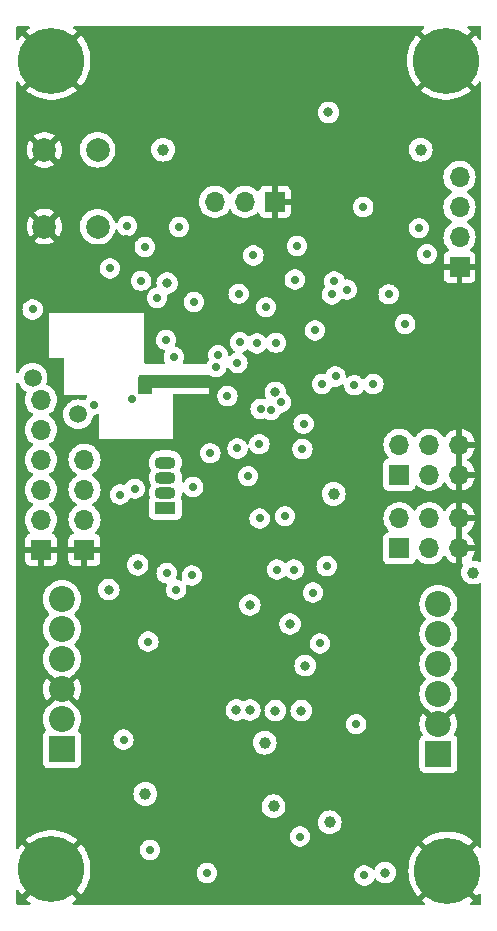
<source format=gbr>
%TF.GenerationSoftware,KiCad,Pcbnew,(7.0.0)*%
%TF.CreationDate,2023-07-06T15:18:01+01:00*%
%TF.ProjectId,wolf flight comp,776f6c66-2066-46c6-9967-687420636f6d,rev?*%
%TF.SameCoordinates,Original*%
%TF.FileFunction,Copper,L2,Inr*%
%TF.FilePolarity,Positive*%
%FSLAX46Y46*%
G04 Gerber Fmt 4.6, Leading zero omitted, Abs format (unit mm)*
G04 Created by KiCad (PCBNEW (7.0.0)) date 2023-07-06 15:18:01*
%MOMM*%
%LPD*%
G01*
G04 APERTURE LIST*
%TA.AperFunction,ComponentPad*%
%ADD10R,1.700000X1.700000*%
%TD*%
%TA.AperFunction,ComponentPad*%
%ADD11O,1.700000X1.700000*%
%TD*%
%TA.AperFunction,ComponentPad*%
%ADD12R,2.200000X2.200000*%
%TD*%
%TA.AperFunction,ComponentPad*%
%ADD13C,2.200000*%
%TD*%
%TA.AperFunction,ComponentPad*%
%ADD14C,5.600000*%
%TD*%
%TA.AperFunction,ComponentPad*%
%ADD15R,1.800000X1.070000*%
%TD*%
%TA.AperFunction,ComponentPad*%
%ADD16O,1.800000X1.070000*%
%TD*%
%TA.AperFunction,ComponentPad*%
%ADD17C,2.000000*%
%TD*%
%TA.AperFunction,ViaPad*%
%ADD18C,0.700000*%
%TD*%
%TA.AperFunction,ViaPad*%
%ADD19C,1.000000*%
%TD*%
%TA.AperFunction,ViaPad*%
%ADD20C,0.800000*%
%TD*%
%TA.AperFunction,ViaPad*%
%ADD21C,1.500000*%
%TD*%
G04 APERTURE END LIST*
D10*
%TO.N,GND*%
%TO.C,J10*%
X181999999Y-75879999D03*
D11*
%TO.N,SDA*%
X181999999Y-73339999D03*
%TO.N,SCL*%
X181999999Y-70799999D03*
%TO.N,I2C POWER*%
X181999999Y-68259999D03*
%TD*%
D12*
%TO.N,+BATT*%
%TO.C,J7*%
X180212999Y-117093999D03*
D13*
%TO.N,GND*%
X180213000Y-114554000D03*
%TO.N,ARM-*%
X180213000Y-112014000D03*
%TO.N,P1-*%
X180213000Y-109474000D03*
%TO.N,ARM-*%
X180213000Y-106934000D03*
%TO.N,P2-*%
X180213000Y-104394000D03*
%TD*%
D10*
%TO.N,SERVO1*%
%TO.C,J6*%
X176910999Y-99694999D03*
D11*
%TO.N,SERVO2*%
X176910999Y-97154999D03*
%TO.N,SERVO POWER*%
X179450999Y-99694999D03*
X179450999Y-97154999D03*
%TO.N,GND*%
X181990999Y-99694999D03*
X181990999Y-97154999D03*
%TD*%
D10*
%TO.N,GND*%
%TO.C,J2*%
X150240999Y-99821999D03*
D11*
%TO.N,USART1 TX*%
X150240999Y-97281999D03*
%TO.N,USART1 RX*%
X150240999Y-94741999D03*
%TO.N,UART POWER*%
X150240999Y-92201999D03*
%TD*%
D14*
%TO.N,GND*%
%TO.C,H4*%
X147447000Y-126873000D03*
%TD*%
D15*
%TO.N,LED RED*%
%TO.C,D2*%
X157098999Y-96265999D03*
D16*
%TO.N,LED GREEN*%
X157098999Y-94995999D03*
%TO.N,Net-(D2-K)*%
X157098999Y-93725999D03*
%TO.N,LED BLUE*%
X157098999Y-92455999D03*
%TD*%
D10*
%TO.N,SERVO3*%
%TO.C,J5*%
X176910999Y-93471999D03*
D11*
%TO.N,SERVO4*%
X176910999Y-90931999D03*
%TO.N,SERVO POWER*%
X179450999Y-93471999D03*
X179450999Y-90931999D03*
%TO.N,GND*%
X181990999Y-93471999D03*
X181990999Y-90931999D03*
%TD*%
D10*
%TO.N,GND*%
%TO.C,J3*%
X146557999Y-99821999D03*
D11*
%TO.N,MOSI*%
X146557999Y-97281999D03*
%TO.N,MISO*%
X146557999Y-94741999D03*
%TO.N,SCK*%
X146557999Y-92201999D03*
%TO.N,CS BRKOUT*%
X146557999Y-89661999D03*
%TO.N,SPI POWER*%
X146557999Y-87121999D03*
%TD*%
D12*
%TO.N,PB2*%
%TO.C,J4*%
X148335999Y-116712999D03*
D13*
%TO.N,+3V3*%
X148336000Y-114173000D03*
%TO.N,GND*%
X148336000Y-111633000D03*
%TO.N,+12V*%
X148336000Y-109093000D03*
%TO.N,ARM-*%
X148336000Y-106553000D03*
%TO.N,PC14*%
X148336000Y-104013000D03*
%TD*%
D10*
%TO.N,GND*%
%TO.C,J9*%
X166369999Y-70357999D03*
D11*
%TO.N,Net-(J9-Pin_2)*%
X163829999Y-70357999D03*
%TO.N,+3V3*%
X161289999Y-70357999D03*
%TD*%
D14*
%TO.N,GND*%
%TO.C,H1*%
X180975000Y-127000000D03*
%TD*%
%TO.N,GND*%
%TO.C,H2*%
X147447000Y-58420000D03*
%TD*%
%TO.N,GND*%
%TO.C,H3*%
X180848000Y-58420000D03*
%TD*%
D17*
%TO.N,GND*%
%TO.C,SW1*%
X146848000Y-72465000D03*
X146848000Y-65965000D03*
%TO.N,RESET*%
X151348000Y-72465000D03*
X151348000Y-65965000D03*
%TD*%
D18*
%TO.N,GND*%
X171323000Y-112369600D03*
X161800000Y-78050000D03*
X158038800Y-105359200D03*
X172135800Y-107137200D03*
X166350000Y-92150000D03*
D19*
X183000000Y-122100000D03*
D18*
X153850000Y-75600000D03*
X158050000Y-89611200D03*
D19*
X161650000Y-62400000D03*
D18*
X163144200Y-126542800D03*
X171336459Y-82786459D03*
D20*
X177350000Y-123850000D03*
D18*
X173950000Y-77800000D03*
D21*
X148463000Y-78841600D03*
D18*
X163626800Y-123952000D03*
X162687000Y-97358200D03*
X178300000Y-82400000D03*
X165900000Y-84800000D03*
X164550000Y-98950000D03*
X154300000Y-87100000D03*
X172950000Y-101800000D03*
X173385891Y-118024223D03*
X153700000Y-98450000D03*
X157302200Y-74828400D03*
X157150000Y-80500000D03*
X175000000Y-82900000D03*
X153750000Y-73500000D03*
D20*
X172300000Y-70450000D03*
D19*
X167450000Y-116200000D03*
D18*
%TO.N,+5V*%
X155778200Y-125247400D03*
X145850000Y-79474701D03*
D21*
X149700000Y-88350000D03*
D19*
X155400000Y-120500000D03*
%TO.N,+12V*%
X171350000Y-95100000D03*
D20*
X175700000Y-127150000D03*
D19*
X171000000Y-122900000D03*
X183150000Y-101750000D03*
%TO.N,+3V3*%
X178700000Y-65950000D03*
D18*
X169750000Y-81250000D03*
X159500000Y-78850000D03*
X173850000Y-70800000D03*
X168700000Y-91300000D03*
X165076608Y-97177314D03*
X151050000Y-87550000D03*
X158250000Y-72500000D03*
D19*
X165500000Y-116150000D03*
D21*
X145850500Y-85250000D03*
D18*
X157150000Y-82050000D03*
X153250000Y-95150000D03*
X168000000Y-101500000D03*
D19*
X166250000Y-121550000D03*
X156900000Y-65950000D03*
D18*
X163200000Y-84000000D03*
X177400000Y-80700000D03*
X168050000Y-76950000D03*
X168500000Y-124102000D03*
X172450000Y-77800000D03*
X155050000Y-77050000D03*
X158000000Y-103200000D03*
%TO.N,Net-(U1-ADJ)*%
X173950000Y-127400000D03*
%TO.N,BOOT0*%
X163300000Y-78150000D03*
X164550000Y-74900000D03*
%TO.N,VBUS*%
X174700000Y-85800000D03*
X173250000Y-114600000D03*
%TO.N,LED RED*%
X160900000Y-91650000D03*
X159449500Y-94500000D03*
%TO.N,SCK*%
X169600000Y-103450000D03*
D20*
X154750000Y-101100000D03*
D18*
X164100000Y-93600000D03*
%TO.N,MISO*%
X159350000Y-102000000D03*
D20*
X164250000Y-104500000D03*
D18*
X163200000Y-91250000D03*
D20*
X168925000Y-109625000D03*
%TO.N,MOSI*%
X167650000Y-106100000D03*
X152300000Y-103200000D03*
%TO.N,USART1 TX*%
X166400000Y-86500000D03*
D18*
%TO.N,USART1 RX*%
X162350000Y-86800000D03*
%TO.N,SCL*%
X153850000Y-72400000D03*
X165600000Y-79300000D03*
%TO.N,SDA*%
X175999500Y-78200000D03*
D20*
%TO.N,BUZZER*%
X170900000Y-62800000D03*
D18*
X179250000Y-74800000D03*
X178550000Y-72600000D03*
X166850000Y-87350000D03*
X173100000Y-85900000D03*
%TO.N,ACCEL INT1*%
X152400000Y-76000000D03*
X157800000Y-83500000D03*
%TO.N,BARO INT*%
X170350000Y-85800000D03*
X155350000Y-74200000D03*
D20*
X157250000Y-77250500D03*
D18*
X156400000Y-78500000D03*
%TO.N,ACCEL INT2*%
X164850000Y-82350000D03*
X168250000Y-74100000D03*
%TO.N,GYRO INT4*%
X168800000Y-89150000D03*
X171200000Y-78200500D03*
%TO.N,GYRO INT3*%
X163400000Y-82250000D03*
X171400000Y-77100000D03*
%TO.N,SERVO4*%
X166450000Y-82300000D03*
X171500000Y-85150000D03*
%TO.N,P2 EN*%
X165150000Y-87900000D03*
X170750000Y-101200000D03*
%TO.N,P1 EN*%
X170174276Y-107760372D03*
X166029763Y-87992590D03*
D20*
%TO.N,Net-(J8-CD{slash}DAT3)*%
X163100000Y-113400000D03*
%TO.N,Net-(J8-CMD)*%
X164250000Y-113400000D03*
%TO.N,Net-(J8-CLK)*%
X166400000Y-113450000D03*
%TO.N,Net-(J8-DAT0)*%
X168600000Y-113450000D03*
D18*
%TO.N,Net-(U2-ADJ)*%
X160600000Y-127200000D03*
%TO.N,CS BRKOUT*%
X161400000Y-84350000D03*
%TO.N,PC14*%
X154500000Y-94650000D03*
X161550000Y-83350000D03*
%TO.N,PB2*%
X155650000Y-107600000D03*
X167208931Y-96991069D03*
X166550000Y-101500000D03*
X165050500Y-90900000D03*
X157200000Y-101800000D03*
X153550000Y-115900000D03*
%TD*%
%TA.AperFunction,Conductor*%
%TO.N,GND*%
G36*
X145558694Y-55490580D02*
G01*
X145603545Y-55532153D01*
X145623072Y-55590106D01*
X145612525Y-55650344D01*
X145574470Y-55698216D01*
X145310149Y-55899146D01*
X145306159Y-55902536D01*
X145299329Y-55913771D01*
X145306001Y-55925448D01*
X147435457Y-58054904D01*
X147447000Y-58061568D01*
X147458542Y-58054904D01*
X149587998Y-55925447D01*
X149594669Y-55913772D01*
X149587839Y-55902536D01*
X149583842Y-55899141D01*
X149319530Y-55698216D01*
X149281475Y-55650344D01*
X149270928Y-55590106D01*
X149290455Y-55532153D01*
X149335306Y-55490580D01*
X149394572Y-55475500D01*
X178900428Y-55475500D01*
X178959694Y-55490580D01*
X179004545Y-55532153D01*
X179024072Y-55590106D01*
X179013525Y-55650344D01*
X178975470Y-55698216D01*
X178711149Y-55899146D01*
X178707159Y-55902536D01*
X178700329Y-55913771D01*
X178707001Y-55925448D01*
X180836457Y-58054904D01*
X180848000Y-58061568D01*
X180859542Y-58054904D01*
X182988998Y-55925447D01*
X182995669Y-55913772D01*
X182988839Y-55902536D01*
X182984842Y-55899141D01*
X182720530Y-55698216D01*
X182682475Y-55650344D01*
X182671928Y-55590106D01*
X182691455Y-55532153D01*
X182736306Y-55490580D01*
X182795572Y-55475500D01*
X183720500Y-55475500D01*
X183782500Y-55492113D01*
X183827887Y-55537500D01*
X183844500Y-55599500D01*
X183844500Y-56555268D01*
X183828771Y-56615710D01*
X183785576Y-56660819D01*
X183725872Y-56679152D01*
X183664805Y-56666056D01*
X183617867Y-56624855D01*
X183480852Y-56422774D01*
X183476792Y-56417433D01*
X183362678Y-56283088D01*
X183351334Y-56275471D01*
X183339408Y-56282143D01*
X181213095Y-58408457D01*
X181206431Y-58420000D01*
X181213095Y-58431542D01*
X183339409Y-60557856D01*
X183351334Y-60564527D01*
X183362679Y-60556910D01*
X183476792Y-60422566D01*
X183480852Y-60417225D01*
X183617867Y-60215145D01*
X183664805Y-60173944D01*
X183725872Y-60160848D01*
X183785576Y-60179181D01*
X183828771Y-60224290D01*
X183844500Y-60284732D01*
X183844500Y-100770810D01*
X183828391Y-100831929D01*
X183784249Y-100877168D01*
X183723543Y-100894773D01*
X183662047Y-100880168D01*
X183543176Y-100816630D01*
X183543172Y-100816628D01*
X183537804Y-100813759D01*
X183486856Y-100798304D01*
X183353531Y-100757860D01*
X183353526Y-100757859D01*
X183347701Y-100756092D01*
X183341642Y-100755495D01*
X183341636Y-100755494D01*
X183156061Y-100737217D01*
X183150000Y-100736620D01*
X183146557Y-100736959D01*
X183083152Y-100719226D01*
X183037491Y-100670474D01*
X183023745Y-100605107D01*
X183045905Y-100542094D01*
X183161495Y-100377014D01*
X183166886Y-100367676D01*
X183262143Y-100163397D01*
X183265831Y-100153263D01*
X183317943Y-99958780D01*
X183318311Y-99947551D01*
X183307369Y-99945000D01*
X182257326Y-99945000D01*
X182244450Y-99948450D01*
X182241000Y-99961326D01*
X182241000Y-101011369D01*
X182243792Y-101023344D01*
X182244827Y-101023813D01*
X182295997Y-101066748D01*
X182317469Y-101130000D01*
X182303012Y-101195213D01*
X182216629Y-101356826D01*
X182213759Y-101362196D01*
X182211992Y-101368019D01*
X182211991Y-101368023D01*
X182157860Y-101546468D01*
X182157858Y-101546475D01*
X182156092Y-101552299D01*
X182155495Y-101558355D01*
X182155494Y-101558363D01*
X182143566Y-101679475D01*
X182136620Y-101750000D01*
X182137217Y-101756061D01*
X182155494Y-101941636D01*
X182155495Y-101941642D01*
X182156092Y-101947701D01*
X182157859Y-101953526D01*
X182157860Y-101953531D01*
X182189292Y-102057147D01*
X182213759Y-102137804D01*
X182216628Y-102143172D01*
X182216630Y-102143176D01*
X182270392Y-102243757D01*
X182307405Y-102313004D01*
X182311271Y-102317715D01*
X182311272Y-102317716D01*
X182343292Y-102356733D01*
X182433432Y-102466568D01*
X182586996Y-102592595D01*
X182762196Y-102686241D01*
X182952299Y-102743908D01*
X183150000Y-102763380D01*
X183347701Y-102743908D01*
X183537804Y-102686241D01*
X183662046Y-102619832D01*
X183723543Y-102605227D01*
X183784249Y-102622832D01*
X183828391Y-102668071D01*
X183844500Y-102729190D01*
X183844500Y-124947958D01*
X183828771Y-125008401D01*
X183785576Y-125053510D01*
X183725871Y-125071842D01*
X183664804Y-125058746D01*
X183617866Y-125017544D01*
X183607849Y-125002769D01*
X183603792Y-124997433D01*
X183489678Y-124863088D01*
X183478334Y-124855471D01*
X183466408Y-124862143D01*
X181340095Y-126988457D01*
X181333431Y-127000000D01*
X181340095Y-127011542D01*
X183466409Y-129137856D01*
X183478334Y-129144527D01*
X183489679Y-129136910D01*
X183603792Y-129002566D01*
X183607849Y-128997230D01*
X183617866Y-128982456D01*
X183664804Y-128941254D01*
X183725871Y-128928158D01*
X183785576Y-128946490D01*
X183828771Y-128991599D01*
X183844500Y-129052042D01*
X183844500Y-129750500D01*
X183827887Y-129812500D01*
X183782500Y-129857887D01*
X183720500Y-129874500D01*
X183014656Y-129874500D01*
X182955390Y-129859420D01*
X182910539Y-129817847D01*
X182891012Y-129759894D01*
X182901559Y-129699656D01*
X182939614Y-129651785D01*
X183111834Y-129520865D01*
X183115841Y-129517462D01*
X183122669Y-129506228D01*
X183115996Y-129494549D01*
X180986542Y-127365095D01*
X180975000Y-127358431D01*
X180963457Y-127365095D01*
X178834000Y-129494551D01*
X178827329Y-129506226D01*
X178834159Y-129517462D01*
X178838168Y-129520868D01*
X179010386Y-129651785D01*
X179048441Y-129699656D01*
X179058988Y-129759894D01*
X179039461Y-129817847D01*
X178994610Y-129859420D01*
X178935344Y-129874500D01*
X149305959Y-129874500D01*
X149244347Y-129858110D01*
X149199022Y-129813274D01*
X149181966Y-129751843D01*
X149197688Y-129690057D01*
X149242031Y-129644249D01*
X149298765Y-129610113D01*
X149304305Y-129606357D01*
X149583846Y-129393856D01*
X149587841Y-129390462D01*
X149594669Y-129379228D01*
X149587996Y-129367549D01*
X147458542Y-127238095D01*
X147447000Y-127231431D01*
X147435457Y-127238095D01*
X145306000Y-129367551D01*
X145299329Y-129379226D01*
X145306159Y-129390462D01*
X145310157Y-129393858D01*
X145589694Y-129606357D01*
X145595234Y-129610113D01*
X145651969Y-129644249D01*
X145696312Y-129690057D01*
X145712034Y-129751843D01*
X145694978Y-129813274D01*
X145649653Y-129858110D01*
X145588041Y-129874500D01*
X144569500Y-129874500D01*
X144507500Y-129857887D01*
X144462113Y-129812500D01*
X144445500Y-129750500D01*
X144445500Y-128730357D01*
X144461229Y-128669915D01*
X144504424Y-128624805D01*
X144564128Y-128606473D01*
X144625196Y-128619569D01*
X144672133Y-128660770D01*
X144814147Y-128870225D01*
X144818207Y-128875566D01*
X144932320Y-129009910D01*
X144943664Y-129017527D01*
X144955590Y-129010855D01*
X147081904Y-126884542D01*
X147088568Y-126873000D01*
X147805431Y-126873000D01*
X147812095Y-126884542D01*
X149938409Y-129010856D01*
X149950334Y-129017527D01*
X149961679Y-129009910D01*
X150075792Y-128875566D01*
X150079852Y-128870225D01*
X150276897Y-128579606D01*
X150280350Y-128573868D01*
X150444830Y-128263626D01*
X150447639Y-128257552D01*
X150577603Y-127931368D01*
X150579748Y-127925001D01*
X150673682Y-127586684D01*
X150675125Y-127580130D01*
X150731930Y-127233630D01*
X150732656Y-127226958D01*
X150734118Y-127200000D01*
X159736771Y-127200000D01*
X159737450Y-127206460D01*
X159754955Y-127373013D01*
X159754956Y-127373020D01*
X159755635Y-127379475D01*
X159757642Y-127385653D01*
X159757643Y-127385656D01*
X159799791Y-127515377D01*
X159811401Y-127551107D01*
X159814648Y-127556731D01*
X159814649Y-127556733D01*
X159892613Y-127691771D01*
X159901633Y-127707393D01*
X159946059Y-127756733D01*
X160014444Y-127832683D01*
X160022387Y-127841504D01*
X160168385Y-127947578D01*
X160174320Y-127950220D01*
X160174321Y-127950221D01*
X160327309Y-128018336D01*
X160327310Y-128018336D01*
X160333248Y-128020980D01*
X160509768Y-128058500D01*
X160683729Y-128058500D01*
X160690232Y-128058500D01*
X160866752Y-128020980D01*
X161031615Y-127947578D01*
X161177613Y-127841504D01*
X161298367Y-127707393D01*
X161388599Y-127551107D01*
X161437696Y-127400000D01*
X173086771Y-127400000D01*
X173087450Y-127406460D01*
X173104955Y-127573013D01*
X173104956Y-127573020D01*
X173105635Y-127579475D01*
X173107642Y-127585653D01*
X173107643Y-127585656D01*
X173149241Y-127713684D01*
X173161401Y-127751107D01*
X173164648Y-127756731D01*
X173164649Y-127756733D01*
X173210802Y-127836673D01*
X173251633Y-127907393D01*
X173372387Y-128041504D01*
X173518385Y-128147578D01*
X173524320Y-128150220D01*
X173524321Y-128150221D01*
X173677309Y-128218336D01*
X173677310Y-128218336D01*
X173683248Y-128220980D01*
X173859768Y-128258500D01*
X174033729Y-128258500D01*
X174040232Y-128258500D01*
X174216752Y-128220980D01*
X174381615Y-128147578D01*
X174527613Y-128041504D01*
X174648367Y-127907393D01*
X174738599Y-127751107D01*
X174746773Y-127725949D01*
X174784169Y-127669978D01*
X174845302Y-127641792D01*
X174912153Y-127649702D01*
X174960230Y-127687600D01*
X174960960Y-127686944D01*
X175088747Y-127828866D01*
X175093997Y-127832680D01*
X175094000Y-127832683D01*
X175189085Y-127901766D01*
X175243248Y-127941118D01*
X175417712Y-128018794D01*
X175424070Y-128020145D01*
X175424072Y-128020146D01*
X175427996Y-128020980D01*
X175604513Y-128058500D01*
X175788984Y-128058500D01*
X175795487Y-128058500D01*
X175982288Y-128018794D01*
X176156752Y-127941118D01*
X176311253Y-127828866D01*
X176439040Y-127686944D01*
X176534527Y-127521556D01*
X176593542Y-127339928D01*
X176613504Y-127150000D01*
X176598091Y-127003357D01*
X177670335Y-127003357D01*
X177689343Y-127353958D01*
X177690069Y-127360630D01*
X177746874Y-127707130D01*
X177748317Y-127713684D01*
X177842251Y-128052001D01*
X177844396Y-128058368D01*
X177974360Y-128384552D01*
X177977169Y-128390626D01*
X178141649Y-128700868D01*
X178145102Y-128706606D01*
X178342147Y-128997225D01*
X178346207Y-129002566D01*
X178460320Y-129136910D01*
X178471664Y-129144527D01*
X178483590Y-129137855D01*
X180609904Y-127011542D01*
X180616568Y-127000000D01*
X180609904Y-126988457D01*
X178483590Y-124862143D01*
X178471664Y-124855471D01*
X178460320Y-124863088D01*
X178346207Y-124997433D01*
X178342147Y-125002774D01*
X178145102Y-125293393D01*
X178141649Y-125299131D01*
X177977169Y-125609373D01*
X177974360Y-125615447D01*
X177844396Y-125941631D01*
X177842251Y-125947998D01*
X177748317Y-126286315D01*
X177746874Y-126292869D01*
X177690069Y-126639369D01*
X177689343Y-126646041D01*
X177670335Y-126996643D01*
X177670335Y-127003357D01*
X176598091Y-127003357D01*
X176593542Y-126960072D01*
X176534527Y-126778444D01*
X176439040Y-126613056D01*
X176311253Y-126471134D01*
X176306003Y-126467319D01*
X176305999Y-126467316D01*
X176162006Y-126362699D01*
X176162004Y-126362697D01*
X176156752Y-126358882D01*
X176150821Y-126356241D01*
X176150817Y-126356239D01*
X175988226Y-126283849D01*
X175988219Y-126283846D01*
X175982288Y-126281206D01*
X175975935Y-126279855D01*
X175975927Y-126279853D01*
X175801849Y-126242852D01*
X175801846Y-126242851D01*
X175795487Y-126241500D01*
X175604513Y-126241500D01*
X175598154Y-126242851D01*
X175598150Y-126242852D01*
X175424072Y-126279853D01*
X175424061Y-126279856D01*
X175417712Y-126281206D01*
X175411782Y-126283845D01*
X175411773Y-126283849D01*
X175249182Y-126356239D01*
X175249174Y-126356243D01*
X175243248Y-126358882D01*
X175237999Y-126362695D01*
X175237993Y-126362699D01*
X175094000Y-126467316D01*
X175093991Y-126467323D01*
X175088747Y-126471134D01*
X175084403Y-126475957D01*
X175084400Y-126475961D01*
X174965307Y-126608228D01*
X174960960Y-126613056D01*
X174957714Y-126618676D01*
X174957711Y-126618682D01*
X174868721Y-126772817D01*
X174868718Y-126772822D01*
X174865473Y-126778444D01*
X174863468Y-126784613D01*
X174863466Y-126784619D01*
X174847014Y-126835255D01*
X174812055Y-126889086D01*
X174754864Y-126918226D01*
X174690765Y-126914867D01*
X174636933Y-126879908D01*
X174531962Y-126763326D01*
X174531961Y-126763325D01*
X174527613Y-126758496D01*
X174522355Y-126754675D01*
X174522353Y-126754674D01*
X174386873Y-126656242D01*
X174386871Y-126656241D01*
X174381615Y-126652422D01*
X174375683Y-126649780D01*
X174375678Y-126649778D01*
X174222690Y-126581663D01*
X174222683Y-126581660D01*
X174216752Y-126579020D01*
X174142917Y-126563326D01*
X174046594Y-126542852D01*
X174046591Y-126542851D01*
X174040232Y-126541500D01*
X173859768Y-126541500D01*
X173853409Y-126542851D01*
X173853405Y-126542852D01*
X173689609Y-126577667D01*
X173689600Y-126577669D01*
X173683248Y-126579020D01*
X173677313Y-126581662D01*
X173677305Y-126581665D01*
X173524323Y-126649778D01*
X173524318Y-126649780D01*
X173518386Y-126652422D01*
X173513132Y-126656238D01*
X173513127Y-126656242D01*
X173377646Y-126754674D01*
X173377639Y-126754679D01*
X173372387Y-126758496D01*
X173368042Y-126763320D01*
X173368037Y-126763326D01*
X173263067Y-126879908D01*
X173251633Y-126892607D01*
X173248387Y-126898227D01*
X173248384Y-126898233D01*
X173164649Y-127043266D01*
X173164646Y-127043271D01*
X173161401Y-127048893D01*
X173159395Y-127055065D01*
X173159393Y-127055071D01*
X173107643Y-127214343D01*
X173107641Y-127214348D01*
X173105635Y-127220525D01*
X173104956Y-127226977D01*
X173104955Y-127226986D01*
X173088928Y-127379475D01*
X173086771Y-127400000D01*
X161437696Y-127400000D01*
X161444365Y-127379475D01*
X161463229Y-127200000D01*
X161444365Y-127020525D01*
X161388599Y-126848893D01*
X161298367Y-126692607D01*
X161177613Y-126558496D01*
X161172355Y-126554675D01*
X161172353Y-126554674D01*
X161036873Y-126456242D01*
X161036871Y-126456241D01*
X161031615Y-126452422D01*
X161025683Y-126449780D01*
X161025678Y-126449778D01*
X160872690Y-126381663D01*
X160872683Y-126381660D01*
X160866752Y-126379020D01*
X160772009Y-126358882D01*
X160696594Y-126342852D01*
X160696591Y-126342851D01*
X160690232Y-126341500D01*
X160509768Y-126341500D01*
X160503409Y-126342851D01*
X160503405Y-126342852D01*
X160339609Y-126377667D01*
X160339600Y-126377669D01*
X160333248Y-126379020D01*
X160327313Y-126381662D01*
X160327305Y-126381665D01*
X160174323Y-126449778D01*
X160174318Y-126449780D01*
X160168386Y-126452422D01*
X160163132Y-126456238D01*
X160163127Y-126456242D01*
X160027646Y-126554674D01*
X160027639Y-126554679D01*
X160022387Y-126558496D01*
X160018042Y-126563320D01*
X160018037Y-126563326D01*
X159934376Y-126656242D01*
X159901633Y-126692607D01*
X159898387Y-126698227D01*
X159898384Y-126698233D01*
X159814649Y-126843266D01*
X159814646Y-126843271D01*
X159811401Y-126848893D01*
X159809395Y-126855065D01*
X159809393Y-126855071D01*
X159757643Y-127014343D01*
X159757641Y-127014348D01*
X159755635Y-127020525D01*
X159754956Y-127026977D01*
X159754955Y-127026986D01*
X159742705Y-127143540D01*
X159736771Y-127200000D01*
X150734118Y-127200000D01*
X150751665Y-126876357D01*
X150751665Y-126869643D01*
X150732656Y-126519041D01*
X150731930Y-126512369D01*
X150675125Y-126165869D01*
X150673682Y-126159315D01*
X150579748Y-125820998D01*
X150577603Y-125814631D01*
X150447639Y-125488447D01*
X150444830Y-125482373D01*
X150320255Y-125247400D01*
X154914971Y-125247400D01*
X154915650Y-125253860D01*
X154933155Y-125420413D01*
X154933156Y-125420420D01*
X154933835Y-125426875D01*
X154935842Y-125433053D01*
X154935843Y-125433056D01*
X154953840Y-125488447D01*
X154989601Y-125598507D01*
X154992848Y-125604131D01*
X154992849Y-125604133D01*
X154995874Y-125609373D01*
X155079833Y-125754793D01*
X155200587Y-125888904D01*
X155346585Y-125994978D01*
X155352520Y-125997620D01*
X155352521Y-125997621D01*
X155505509Y-126065736D01*
X155505510Y-126065736D01*
X155511448Y-126068380D01*
X155687968Y-126105900D01*
X155861929Y-126105900D01*
X155868432Y-126105900D01*
X156044952Y-126068380D01*
X156209815Y-125994978D01*
X156355813Y-125888904D01*
X156476567Y-125754793D01*
X156566799Y-125598507D01*
X156622565Y-125426875D01*
X156641429Y-125247400D01*
X156622565Y-125067925D01*
X156566799Y-124896293D01*
X156476567Y-124740007D01*
X156355813Y-124605896D01*
X156350555Y-124602075D01*
X156350553Y-124602074D01*
X156215073Y-124503642D01*
X156215071Y-124503641D01*
X156209815Y-124499822D01*
X156203883Y-124497180D01*
X156203878Y-124497178D01*
X156050890Y-124429063D01*
X156050883Y-124429060D01*
X156044952Y-124426420D01*
X156010715Y-124419142D01*
X155874794Y-124390252D01*
X155874791Y-124390251D01*
X155868432Y-124388900D01*
X155687968Y-124388900D01*
X155681609Y-124390251D01*
X155681605Y-124390252D01*
X155517809Y-124425067D01*
X155517800Y-124425069D01*
X155511448Y-124426420D01*
X155505513Y-124429062D01*
X155505505Y-124429065D01*
X155352523Y-124497178D01*
X155352518Y-124497180D01*
X155346586Y-124499822D01*
X155341332Y-124503638D01*
X155341327Y-124503642D01*
X155205846Y-124602074D01*
X155205839Y-124602079D01*
X155200587Y-124605896D01*
X155196242Y-124610720D01*
X155196237Y-124610726D01*
X155084180Y-124735179D01*
X155079833Y-124740007D01*
X155076587Y-124745627D01*
X155076584Y-124745633D01*
X154992849Y-124890666D01*
X154992846Y-124890671D01*
X154989601Y-124896293D01*
X154987595Y-124902465D01*
X154987593Y-124902471D01*
X154935843Y-125061743D01*
X154935841Y-125061748D01*
X154933835Y-125067925D01*
X154933156Y-125074377D01*
X154933155Y-125074386D01*
X154926309Y-125139527D01*
X154914971Y-125247400D01*
X150320255Y-125247400D01*
X150280350Y-125172131D01*
X150276897Y-125166393D01*
X150079852Y-124875774D01*
X150075792Y-124870433D01*
X149961678Y-124736088D01*
X149950334Y-124728471D01*
X149938408Y-124735143D01*
X147812095Y-126861457D01*
X147805431Y-126873000D01*
X147088568Y-126873000D01*
X147081904Y-126861457D01*
X144955590Y-124735143D01*
X144943664Y-124728471D01*
X144932320Y-124736088D01*
X144818207Y-124870433D01*
X144814147Y-124875774D01*
X144672133Y-125085230D01*
X144625196Y-125126431D01*
X144564128Y-125139527D01*
X144504424Y-125121195D01*
X144461229Y-125076085D01*
X144445500Y-125015643D01*
X144445500Y-124366771D01*
X145299329Y-124366771D01*
X145306001Y-124378448D01*
X147435457Y-126507904D01*
X147446999Y-126514568D01*
X147458542Y-126507904D01*
X149587998Y-124378447D01*
X149594669Y-124366772D01*
X149587839Y-124355536D01*
X149583842Y-124352141D01*
X149304305Y-124139642D01*
X149298759Y-124135882D01*
X149242446Y-124102000D01*
X167636771Y-124102000D01*
X167637450Y-124108460D01*
X167654955Y-124275013D01*
X167654956Y-124275020D01*
X167655635Y-124281475D01*
X167657642Y-124287653D01*
X167657643Y-124287656D01*
X167703588Y-124429063D01*
X167711401Y-124453107D01*
X167714648Y-124458731D01*
X167714649Y-124458733D01*
X167741619Y-124505447D01*
X167801633Y-124609393D01*
X167899295Y-124717858D01*
X167915709Y-124736088D01*
X167922387Y-124743504D01*
X168068385Y-124849578D01*
X168074320Y-124852220D01*
X168074321Y-124852221D01*
X168227309Y-124920336D01*
X168227310Y-124920336D01*
X168233248Y-124922980D01*
X168409768Y-124960500D01*
X168583729Y-124960500D01*
X168590232Y-124960500D01*
X168766752Y-124922980D01*
X168931615Y-124849578D01*
X169077613Y-124743504D01*
X169198367Y-124609393D01*
X169265122Y-124493771D01*
X178827329Y-124493771D01*
X178834001Y-124505448D01*
X180963457Y-126634904D01*
X180975000Y-126641568D01*
X180986542Y-126634904D01*
X183115998Y-124505447D01*
X183122669Y-124493772D01*
X183115839Y-124482536D01*
X183111842Y-124479141D01*
X182832305Y-124266642D01*
X182826759Y-124262882D01*
X182525900Y-124081862D01*
X182519961Y-124078714D01*
X182201304Y-123931287D01*
X182195062Y-123928800D01*
X181862315Y-123816684D01*
X181855870Y-123814895D01*
X181512946Y-123739411D01*
X181506322Y-123738325D01*
X181157259Y-123700363D01*
X181150563Y-123700000D01*
X180799437Y-123700000D01*
X180792740Y-123700363D01*
X180443677Y-123738325D01*
X180437053Y-123739411D01*
X180094129Y-123814895D01*
X180087684Y-123816684D01*
X179754937Y-123928800D01*
X179748695Y-123931287D01*
X179430038Y-124078714D01*
X179424099Y-124081862D01*
X179123240Y-124262882D01*
X179117694Y-124266642D01*
X178838149Y-124479146D01*
X178834159Y-124482536D01*
X178827329Y-124493771D01*
X169265122Y-124493771D01*
X169288599Y-124453107D01*
X169344365Y-124281475D01*
X169363229Y-124102000D01*
X169344365Y-123922525D01*
X169288599Y-123750893D01*
X169198367Y-123594607D01*
X169077613Y-123460496D01*
X169072355Y-123456675D01*
X169072353Y-123456674D01*
X168936873Y-123358242D01*
X168936871Y-123358241D01*
X168931615Y-123354422D01*
X168925683Y-123351780D01*
X168925678Y-123351778D01*
X168772690Y-123283663D01*
X168772683Y-123283660D01*
X168766752Y-123281020D01*
X168732515Y-123273742D01*
X168596594Y-123244852D01*
X168596591Y-123244851D01*
X168590232Y-123243500D01*
X168409768Y-123243500D01*
X168403409Y-123244851D01*
X168403405Y-123244852D01*
X168239609Y-123279667D01*
X168239600Y-123279669D01*
X168233248Y-123281020D01*
X168227313Y-123283662D01*
X168227305Y-123283665D01*
X168074323Y-123351778D01*
X168074318Y-123351780D01*
X168068386Y-123354422D01*
X168063132Y-123358238D01*
X168063127Y-123358242D01*
X167927646Y-123456674D01*
X167927639Y-123456679D01*
X167922387Y-123460496D01*
X167918042Y-123465320D01*
X167918037Y-123465326D01*
X167821088Y-123573000D01*
X167801633Y-123594607D01*
X167798387Y-123600227D01*
X167798384Y-123600233D01*
X167714649Y-123745266D01*
X167714646Y-123745271D01*
X167711401Y-123750893D01*
X167709395Y-123757065D01*
X167709393Y-123757071D01*
X167657643Y-123916343D01*
X167657641Y-123916348D01*
X167655635Y-123922525D01*
X167654956Y-123928977D01*
X167654955Y-123928986D01*
X167638888Y-124081862D01*
X167636771Y-124102000D01*
X149242446Y-124102000D01*
X148997900Y-123954862D01*
X148991961Y-123951714D01*
X148673304Y-123804287D01*
X148667062Y-123801800D01*
X148334315Y-123689684D01*
X148327870Y-123687895D01*
X147984946Y-123612411D01*
X147978322Y-123611325D01*
X147629259Y-123573363D01*
X147622563Y-123573000D01*
X147271437Y-123573000D01*
X147264740Y-123573363D01*
X146915677Y-123611325D01*
X146909053Y-123612411D01*
X146566129Y-123687895D01*
X146559684Y-123689684D01*
X146226937Y-123801800D01*
X146220695Y-123804287D01*
X145902038Y-123951714D01*
X145896099Y-123954862D01*
X145595240Y-124135882D01*
X145589694Y-124139642D01*
X145310149Y-124352146D01*
X145306159Y-124355536D01*
X145299329Y-124366771D01*
X144445500Y-124366771D01*
X144445500Y-122900000D01*
X169986620Y-122900000D01*
X169987217Y-122906061D01*
X170005494Y-123091636D01*
X170005495Y-123091642D01*
X170006092Y-123097701D01*
X170007859Y-123103526D01*
X170007860Y-123103531D01*
X170061291Y-123279667D01*
X170063759Y-123287804D01*
X170066628Y-123293172D01*
X170066630Y-123293176D01*
X170099367Y-123354422D01*
X170157405Y-123463004D01*
X170283432Y-123616568D01*
X170436996Y-123742595D01*
X170612196Y-123836241D01*
X170802299Y-123893908D01*
X171000000Y-123913380D01*
X171197701Y-123893908D01*
X171387804Y-123836241D01*
X171563004Y-123742595D01*
X171716568Y-123616568D01*
X171842595Y-123463004D01*
X171936241Y-123287804D01*
X171993908Y-123097701D01*
X172013380Y-122900000D01*
X171993908Y-122702299D01*
X171936241Y-122512196D01*
X171842595Y-122336996D01*
X171716568Y-122183432D01*
X171563004Y-122057405D01*
X171536781Y-122043388D01*
X171393176Y-121966630D01*
X171393172Y-121966628D01*
X171387804Y-121963759D01*
X171381976Y-121961991D01*
X171203531Y-121907860D01*
X171203526Y-121907859D01*
X171197701Y-121906092D01*
X171191642Y-121905495D01*
X171191636Y-121905494D01*
X171006061Y-121887217D01*
X171000000Y-121886620D01*
X170993939Y-121887217D01*
X170808363Y-121905494D01*
X170808355Y-121905495D01*
X170802299Y-121906092D01*
X170796475Y-121907858D01*
X170796468Y-121907860D01*
X170618023Y-121961991D01*
X170618019Y-121961992D01*
X170612196Y-121963759D01*
X170606830Y-121966626D01*
X170606823Y-121966630D01*
X170442372Y-122054531D01*
X170442368Y-122054533D01*
X170436996Y-122057405D01*
X170432288Y-122061268D01*
X170432283Y-122061272D01*
X170288138Y-122179569D01*
X170288133Y-122179573D01*
X170283432Y-122183432D01*
X170279573Y-122188133D01*
X170279569Y-122188138D01*
X170161272Y-122332283D01*
X170161268Y-122332288D01*
X170157405Y-122336996D01*
X170154533Y-122342368D01*
X170154531Y-122342372D01*
X170066630Y-122506823D01*
X170066626Y-122506830D01*
X170063759Y-122512196D01*
X170061992Y-122518019D01*
X170061991Y-122518023D01*
X170007860Y-122696468D01*
X170007858Y-122696475D01*
X170006092Y-122702299D01*
X170005495Y-122708355D01*
X170005494Y-122708363D01*
X169988127Y-122884695D01*
X169986620Y-122900000D01*
X144445500Y-122900000D01*
X144445500Y-121550000D01*
X165236620Y-121550000D01*
X165237217Y-121556061D01*
X165255494Y-121741636D01*
X165255495Y-121741642D01*
X165256092Y-121747701D01*
X165257859Y-121753526D01*
X165257860Y-121753531D01*
X165311991Y-121931976D01*
X165313759Y-121937804D01*
X165316628Y-121943172D01*
X165316630Y-121943176D01*
X165376151Y-122054531D01*
X165407405Y-122113004D01*
X165533432Y-122266568D01*
X165686996Y-122392595D01*
X165862196Y-122486241D01*
X166052299Y-122543908D01*
X166250000Y-122563380D01*
X166447701Y-122543908D01*
X166637804Y-122486241D01*
X166813004Y-122392595D01*
X166966568Y-122266568D01*
X167092595Y-122113004D01*
X167186241Y-121937804D01*
X167243908Y-121747701D01*
X167263380Y-121550000D01*
X167243908Y-121352299D01*
X167186241Y-121162196D01*
X167092595Y-120986996D01*
X166966568Y-120833432D01*
X166813004Y-120707405D01*
X166783502Y-120691636D01*
X166643176Y-120616630D01*
X166643172Y-120616628D01*
X166637804Y-120613759D01*
X166631976Y-120611991D01*
X166453531Y-120557860D01*
X166453526Y-120557859D01*
X166447701Y-120556092D01*
X166441642Y-120555495D01*
X166441636Y-120555494D01*
X166256061Y-120537217D01*
X166250000Y-120536620D01*
X166243939Y-120537217D01*
X166058363Y-120555494D01*
X166058355Y-120555495D01*
X166052299Y-120556092D01*
X166046475Y-120557858D01*
X166046468Y-120557860D01*
X165868023Y-120611991D01*
X165868019Y-120611992D01*
X165862196Y-120613759D01*
X165856830Y-120616626D01*
X165856823Y-120616630D01*
X165692372Y-120704531D01*
X165692368Y-120704533D01*
X165686996Y-120707405D01*
X165682288Y-120711268D01*
X165682283Y-120711272D01*
X165538138Y-120829569D01*
X165538133Y-120829573D01*
X165533432Y-120833432D01*
X165529573Y-120838133D01*
X165529569Y-120838138D01*
X165411272Y-120982283D01*
X165411268Y-120982288D01*
X165407405Y-120986996D01*
X165404533Y-120992368D01*
X165404531Y-120992372D01*
X165316630Y-121156823D01*
X165316626Y-121156830D01*
X165313759Y-121162196D01*
X165311992Y-121168019D01*
X165311991Y-121168023D01*
X165257860Y-121346468D01*
X165257858Y-121346475D01*
X165256092Y-121352299D01*
X165255495Y-121358355D01*
X165255494Y-121358363D01*
X165240227Y-121513380D01*
X165236620Y-121550000D01*
X144445500Y-121550000D01*
X144445500Y-120500000D01*
X154386620Y-120500000D01*
X154387217Y-120506061D01*
X154405494Y-120691636D01*
X154405495Y-120691642D01*
X154406092Y-120697701D01*
X154407859Y-120703526D01*
X154407860Y-120703531D01*
X154447265Y-120833432D01*
X154463759Y-120887804D01*
X154466628Y-120893172D01*
X154466630Y-120893176D01*
X154543388Y-121036781D01*
X154557405Y-121063004D01*
X154683432Y-121216568D01*
X154836996Y-121342595D01*
X155012196Y-121436241D01*
X155202299Y-121493908D01*
X155400000Y-121513380D01*
X155597701Y-121493908D01*
X155787804Y-121436241D01*
X155963004Y-121342595D01*
X156116568Y-121216568D01*
X156242595Y-121063004D01*
X156336241Y-120887804D01*
X156393908Y-120697701D01*
X156413380Y-120500000D01*
X156393908Y-120302299D01*
X156336241Y-120112196D01*
X156242595Y-119936996D01*
X156116568Y-119783432D01*
X155963004Y-119657405D01*
X155936781Y-119643388D01*
X155793176Y-119566630D01*
X155793172Y-119566628D01*
X155787804Y-119563759D01*
X155781976Y-119561991D01*
X155603531Y-119507860D01*
X155603526Y-119507859D01*
X155597701Y-119506092D01*
X155591642Y-119505495D01*
X155591636Y-119505494D01*
X155406061Y-119487217D01*
X155400000Y-119486620D01*
X155393939Y-119487217D01*
X155208363Y-119505494D01*
X155208355Y-119505495D01*
X155202299Y-119506092D01*
X155196475Y-119507858D01*
X155196468Y-119507860D01*
X155018023Y-119561991D01*
X155018019Y-119561992D01*
X155012196Y-119563759D01*
X155006830Y-119566626D01*
X155006823Y-119566630D01*
X154842372Y-119654531D01*
X154842368Y-119654533D01*
X154836996Y-119657405D01*
X154832288Y-119661268D01*
X154832283Y-119661272D01*
X154688138Y-119779569D01*
X154688133Y-119779573D01*
X154683432Y-119783432D01*
X154679573Y-119788133D01*
X154679569Y-119788138D01*
X154561272Y-119932283D01*
X154561268Y-119932288D01*
X154557405Y-119936996D01*
X154554533Y-119942368D01*
X154554531Y-119942372D01*
X154466630Y-120106823D01*
X154466626Y-120106830D01*
X154463759Y-120112196D01*
X154461992Y-120118019D01*
X154461991Y-120118023D01*
X154407860Y-120296468D01*
X154407858Y-120296475D01*
X154406092Y-120302299D01*
X154405495Y-120308355D01*
X154405494Y-120308363D01*
X154388127Y-120484695D01*
X154386620Y-120500000D01*
X144445500Y-120500000D01*
X144445500Y-114173000D01*
X146722526Y-114173000D01*
X146722908Y-114177854D01*
X146741520Y-114414343D01*
X146742391Y-114425403D01*
X146743526Y-114430132D01*
X146743527Y-114430136D01*
X146800357Y-114666854D01*
X146800359Y-114666862D01*
X146801495Y-114671591D01*
X146898384Y-114905502D01*
X146975891Y-115031981D01*
X146993961Y-115089692D01*
X146982587Y-115149086D01*
X146944474Y-115196038D01*
X146879835Y-115244426D01*
X146879831Y-115244429D01*
X146872739Y-115249739D01*
X146867429Y-115256831D01*
X146867426Y-115256835D01*
X146790426Y-115359695D01*
X146790423Y-115359698D01*
X146785111Y-115366796D01*
X146782013Y-115375099D01*
X146782011Y-115375105D01*
X146736719Y-115496536D01*
X146736717Y-115496543D01*
X146734011Y-115503799D01*
X146733182Y-115511500D01*
X146733182Y-115511505D01*
X146727853Y-115561075D01*
X146727500Y-115564362D01*
X146727500Y-117861638D01*
X146734011Y-117922201D01*
X146736717Y-117929458D01*
X146736719Y-117929463D01*
X146782011Y-118050894D01*
X146785111Y-118059204D01*
X146872739Y-118176261D01*
X146989796Y-118263889D01*
X147126799Y-118314989D01*
X147187362Y-118321500D01*
X149481328Y-118321500D01*
X149484638Y-118321500D01*
X149545201Y-118314989D01*
X149682204Y-118263889D01*
X149710592Y-118242638D01*
X178604500Y-118242638D01*
X178604852Y-118245918D01*
X178604853Y-118245924D01*
X178607117Y-118266988D01*
X178611011Y-118303201D01*
X178613717Y-118310458D01*
X178613719Y-118310463D01*
X178617704Y-118321146D01*
X178662111Y-118440204D01*
X178749739Y-118557261D01*
X178866796Y-118644889D01*
X179003799Y-118695989D01*
X179064362Y-118702500D01*
X181358328Y-118702500D01*
X181361638Y-118702500D01*
X181422201Y-118695989D01*
X181559204Y-118644889D01*
X181676261Y-118557261D01*
X181763889Y-118440204D01*
X181814989Y-118303201D01*
X181821500Y-118242638D01*
X181821500Y-115945362D01*
X181814989Y-115884799D01*
X181763889Y-115747796D01*
X181676261Y-115630739D01*
X181617827Y-115586996D01*
X181597691Y-115571922D01*
X181559578Y-115524970D01*
X181548204Y-115465576D01*
X181566275Y-115407865D01*
X181640470Y-115286789D01*
X181644884Y-115278126D01*
X181737531Y-115054456D01*
X181740533Y-115045219D01*
X181797051Y-114809802D01*
X181798569Y-114800216D01*
X181817566Y-114558854D01*
X181817566Y-114549146D01*
X181798569Y-114307783D01*
X181797051Y-114298197D01*
X181740533Y-114062780D01*
X181737531Y-114053543D01*
X181644884Y-113829873D01*
X181640470Y-113821210D01*
X181516865Y-113619504D01*
X181510520Y-113615270D01*
X181498610Y-113621942D01*
X180300680Y-114819872D01*
X180245093Y-114851966D01*
X180180905Y-114851966D01*
X180125318Y-114819872D01*
X178927394Y-113621948D01*
X178915480Y-113615276D01*
X178909121Y-113619526D01*
X178785529Y-113821210D01*
X178781115Y-113829873D01*
X178688468Y-114053543D01*
X178685466Y-114062780D01*
X178628948Y-114298197D01*
X178627430Y-114307783D01*
X178608434Y-114549146D01*
X178608434Y-114558854D01*
X178627430Y-114800216D01*
X178628948Y-114809802D01*
X178685466Y-115045219D01*
X178688468Y-115054456D01*
X178781115Y-115278126D01*
X178785524Y-115286780D01*
X178859725Y-115407865D01*
X178877795Y-115465576D01*
X178866421Y-115524970D01*
X178828308Y-115571922D01*
X178756835Y-115625426D01*
X178756831Y-115625429D01*
X178749739Y-115630739D01*
X178744429Y-115637831D01*
X178744426Y-115637835D01*
X178667426Y-115740695D01*
X178667423Y-115740698D01*
X178662111Y-115747796D01*
X178659013Y-115756099D01*
X178659011Y-115756105D01*
X178613719Y-115877536D01*
X178613717Y-115877543D01*
X178611011Y-115884799D01*
X178610182Y-115892500D01*
X178610182Y-115892505D01*
X178608682Y-115906460D01*
X178604500Y-115945362D01*
X178604500Y-118242638D01*
X149710592Y-118242638D01*
X149799261Y-118176261D01*
X149886889Y-118059204D01*
X149937989Y-117922201D01*
X149944500Y-117861638D01*
X149944500Y-115900000D01*
X152686771Y-115900000D01*
X152687450Y-115906460D01*
X152704955Y-116073013D01*
X152704956Y-116073020D01*
X152705635Y-116079475D01*
X152707642Y-116085653D01*
X152707643Y-116085656D01*
X152728549Y-116150000D01*
X152761401Y-116251107D01*
X152764648Y-116256731D01*
X152764649Y-116256733D01*
X152820535Y-116353531D01*
X152851633Y-116407393D01*
X152972387Y-116541504D01*
X153118385Y-116647578D01*
X153124320Y-116650220D01*
X153124321Y-116650221D01*
X153277309Y-116718336D01*
X153277310Y-116718336D01*
X153283248Y-116720980D01*
X153459768Y-116758500D01*
X153633729Y-116758500D01*
X153640232Y-116758500D01*
X153816752Y-116720980D01*
X153981615Y-116647578D01*
X154127613Y-116541504D01*
X154248367Y-116407393D01*
X154338599Y-116251107D01*
X154371450Y-116150000D01*
X164486620Y-116150000D01*
X164487217Y-116156061D01*
X164505494Y-116341636D01*
X164505495Y-116341642D01*
X164506092Y-116347701D01*
X164507859Y-116353526D01*
X164507860Y-116353531D01*
X164561991Y-116531976D01*
X164563759Y-116537804D01*
X164657405Y-116713004D01*
X164783432Y-116866568D01*
X164936996Y-116992595D01*
X165112196Y-117086241D01*
X165302299Y-117143908D01*
X165500000Y-117163380D01*
X165697701Y-117143908D01*
X165887804Y-117086241D01*
X166063004Y-116992595D01*
X166216568Y-116866568D01*
X166342595Y-116713004D01*
X166436241Y-116537804D01*
X166493908Y-116347701D01*
X166513380Y-116150000D01*
X166493908Y-115952299D01*
X166436241Y-115762196D01*
X166342595Y-115586996D01*
X166216568Y-115433432D01*
X166063004Y-115307405D01*
X165980538Y-115263326D01*
X165893176Y-115216630D01*
X165893172Y-115216628D01*
X165887804Y-115213759D01*
X165829386Y-115196038D01*
X165703531Y-115157860D01*
X165703526Y-115157859D01*
X165697701Y-115156092D01*
X165691642Y-115155495D01*
X165691636Y-115155494D01*
X165506061Y-115137217D01*
X165500000Y-115136620D01*
X165493939Y-115137217D01*
X165308363Y-115155494D01*
X165308355Y-115155495D01*
X165302299Y-115156092D01*
X165296475Y-115157858D01*
X165296468Y-115157860D01*
X165118023Y-115211991D01*
X165118019Y-115211992D01*
X165112196Y-115213759D01*
X165106830Y-115216626D01*
X165106823Y-115216630D01*
X164942372Y-115304531D01*
X164942368Y-115304533D01*
X164936996Y-115307405D01*
X164932288Y-115311268D01*
X164932283Y-115311272D01*
X164788138Y-115429569D01*
X164788133Y-115429573D01*
X164783432Y-115433432D01*
X164779573Y-115438133D01*
X164779569Y-115438138D01*
X164661272Y-115582283D01*
X164661268Y-115582288D01*
X164657405Y-115586996D01*
X164654533Y-115592368D01*
X164654531Y-115592372D01*
X164566630Y-115756823D01*
X164566626Y-115756830D01*
X164563759Y-115762196D01*
X164561992Y-115768019D01*
X164561991Y-115768023D01*
X164507860Y-115946468D01*
X164507858Y-115946475D01*
X164506092Y-115952299D01*
X164505495Y-115958355D01*
X164505494Y-115958363D01*
X164493566Y-116079475D01*
X164486620Y-116150000D01*
X154371450Y-116150000D01*
X154394365Y-116079475D01*
X154413229Y-115900000D01*
X154394365Y-115720525D01*
X154338599Y-115548893D01*
X154248367Y-115392607D01*
X154127613Y-115258496D01*
X154122355Y-115254675D01*
X154122353Y-115254674D01*
X153986873Y-115156242D01*
X153986871Y-115156241D01*
X153981615Y-115152422D01*
X153975683Y-115149780D01*
X153975678Y-115149778D01*
X153822690Y-115081663D01*
X153822683Y-115081660D01*
X153816752Y-115079020D01*
X153782515Y-115071742D01*
X153646594Y-115042852D01*
X153646591Y-115042851D01*
X153640232Y-115041500D01*
X153459768Y-115041500D01*
X153453409Y-115042851D01*
X153453405Y-115042852D01*
X153289609Y-115077667D01*
X153289600Y-115077669D01*
X153283248Y-115079020D01*
X153277313Y-115081662D01*
X153277305Y-115081665D01*
X153124323Y-115149778D01*
X153124318Y-115149780D01*
X153118386Y-115152422D01*
X153113132Y-115156238D01*
X153113127Y-115156242D01*
X152977646Y-115254674D01*
X152977639Y-115254679D01*
X152972387Y-115258496D01*
X152968042Y-115263320D01*
X152968037Y-115263326D01*
X152892177Y-115347578D01*
X152851633Y-115392607D01*
X152848387Y-115398227D01*
X152848384Y-115398233D01*
X152764649Y-115543266D01*
X152764646Y-115543271D01*
X152761401Y-115548893D01*
X152759395Y-115555065D01*
X152759393Y-115555071D01*
X152707643Y-115714343D01*
X152707641Y-115714348D01*
X152705635Y-115720525D01*
X152704956Y-115726977D01*
X152704955Y-115726986D01*
X152689132Y-115877536D01*
X152686771Y-115900000D01*
X149944500Y-115900000D01*
X149944500Y-115564362D01*
X149937989Y-115503799D01*
X149886889Y-115366796D01*
X149799261Y-115249739D01*
X149788260Y-115241504D01*
X149727525Y-115196038D01*
X149689412Y-115149086D01*
X149678038Y-115089692D01*
X149696109Y-115031981D01*
X149773616Y-114905502D01*
X149870505Y-114671591D01*
X149887692Y-114600000D01*
X172386771Y-114600000D01*
X172387450Y-114606460D01*
X172404955Y-114773013D01*
X172404956Y-114773020D01*
X172405635Y-114779475D01*
X172407642Y-114785653D01*
X172407643Y-114785656D01*
X172418760Y-114819872D01*
X172461401Y-114951107D01*
X172464648Y-114956731D01*
X172464649Y-114956733D01*
X172534470Y-115077667D01*
X172551633Y-115107393D01*
X172672387Y-115241504D01*
X172818385Y-115347578D01*
X172824320Y-115350220D01*
X172824321Y-115350221D01*
X172977309Y-115418336D01*
X172977310Y-115418336D01*
X172983248Y-115420980D01*
X173159768Y-115458500D01*
X173333729Y-115458500D01*
X173340232Y-115458500D01*
X173516752Y-115420980D01*
X173681615Y-115347578D01*
X173827613Y-115241504D01*
X173948367Y-115107393D01*
X174038599Y-114951107D01*
X174094365Y-114779475D01*
X174113229Y-114600000D01*
X174094365Y-114420525D01*
X174038599Y-114248893D01*
X173948367Y-114092607D01*
X173827613Y-113958496D01*
X173822355Y-113954675D01*
X173822353Y-113954674D01*
X173686873Y-113856242D01*
X173686871Y-113856241D01*
X173681615Y-113852422D01*
X173675683Y-113849780D01*
X173675678Y-113849778D01*
X173522690Y-113781663D01*
X173522683Y-113781660D01*
X173516752Y-113779020D01*
X173452566Y-113765377D01*
X173346594Y-113742852D01*
X173346591Y-113742851D01*
X173340232Y-113741500D01*
X173159768Y-113741500D01*
X173153409Y-113742851D01*
X173153405Y-113742852D01*
X172989609Y-113777667D01*
X172989600Y-113777669D01*
X172983248Y-113779020D01*
X172977313Y-113781662D01*
X172977305Y-113781665D01*
X172824323Y-113849778D01*
X172824318Y-113849780D01*
X172818386Y-113852422D01*
X172813132Y-113856238D01*
X172813127Y-113856242D01*
X172677646Y-113954674D01*
X172677639Y-113954679D01*
X172672387Y-113958496D01*
X172668042Y-113963320D01*
X172668037Y-113963326D01*
X172555980Y-114087779D01*
X172551633Y-114092607D01*
X172548387Y-114098227D01*
X172548384Y-114098233D01*
X172464649Y-114243266D01*
X172464646Y-114243271D01*
X172461401Y-114248893D01*
X172459395Y-114255065D01*
X172459393Y-114255071D01*
X172407643Y-114414343D01*
X172407641Y-114414348D01*
X172405635Y-114420525D01*
X172404956Y-114426977D01*
X172404955Y-114426986D01*
X172392116Y-114549146D01*
X172386771Y-114600000D01*
X149887692Y-114600000D01*
X149929609Y-114425403D01*
X149949474Y-114173000D01*
X149929609Y-113920597D01*
X149870505Y-113674409D01*
X149773616Y-113440498D01*
X149748799Y-113400000D01*
X162186496Y-113400000D01*
X162187175Y-113406460D01*
X162205778Y-113583467D01*
X162205779Y-113583475D01*
X162206458Y-113589928D01*
X162208463Y-113596100D01*
X162208465Y-113596107D01*
X162255707Y-113741500D01*
X162265473Y-113771556D01*
X162268720Y-113777180D01*
X162268721Y-113777182D01*
X162314366Y-113856242D01*
X162360960Y-113936944D01*
X162488747Y-114078866D01*
X162493997Y-114082680D01*
X162494000Y-114082683D01*
X162562819Y-114132683D01*
X162643248Y-114191118D01*
X162817712Y-114268794D01*
X162824070Y-114270145D01*
X162824072Y-114270146D01*
X162860874Y-114277968D01*
X163004513Y-114308500D01*
X163188984Y-114308500D01*
X163195487Y-114308500D01*
X163382288Y-114268794D01*
X163556752Y-114191118D01*
X163562010Y-114187297D01*
X163562013Y-114187296D01*
X163602114Y-114158161D01*
X163649219Y-114137188D01*
X163700781Y-114137188D01*
X163747886Y-114158161D01*
X163787986Y-114187296D01*
X163787993Y-114187300D01*
X163793248Y-114191118D01*
X163967712Y-114268794D01*
X163974070Y-114270145D01*
X163974072Y-114270146D01*
X164010874Y-114277968D01*
X164154513Y-114308500D01*
X164338984Y-114308500D01*
X164345487Y-114308500D01*
X164532288Y-114268794D01*
X164706752Y-114191118D01*
X164861253Y-114078866D01*
X164989040Y-113936944D01*
X165084527Y-113771556D01*
X165143542Y-113589928D01*
X165158249Y-113450000D01*
X165486496Y-113450000D01*
X165487175Y-113456460D01*
X165505778Y-113633467D01*
X165505779Y-113633475D01*
X165506458Y-113639928D01*
X165508463Y-113646100D01*
X165508465Y-113646107D01*
X165563465Y-113815377D01*
X165565473Y-113821556D01*
X165568720Y-113827180D01*
X165568721Y-113827182D01*
X165644535Y-113958496D01*
X165660960Y-113986944D01*
X165788747Y-114128866D01*
X165793997Y-114132680D01*
X165794000Y-114132683D01*
X165936863Y-114236479D01*
X165943248Y-114241118D01*
X165949181Y-114243759D01*
X165949182Y-114243760D01*
X166092980Y-114307783D01*
X166117712Y-114318794D01*
X166124070Y-114320145D01*
X166124072Y-114320146D01*
X166160874Y-114327968D01*
X166304513Y-114358500D01*
X166488984Y-114358500D01*
X166495487Y-114358500D01*
X166682288Y-114318794D01*
X166856752Y-114241118D01*
X167011253Y-114128866D01*
X167139040Y-113986944D01*
X167234527Y-113821556D01*
X167293542Y-113639928D01*
X167313504Y-113450000D01*
X167686496Y-113450000D01*
X167687175Y-113456460D01*
X167705778Y-113633467D01*
X167705779Y-113633475D01*
X167706458Y-113639928D01*
X167708463Y-113646100D01*
X167708465Y-113646107D01*
X167763465Y-113815377D01*
X167765473Y-113821556D01*
X167768720Y-113827180D01*
X167768721Y-113827182D01*
X167844535Y-113958496D01*
X167860960Y-113986944D01*
X167988747Y-114128866D01*
X167993997Y-114132680D01*
X167994000Y-114132683D01*
X168136863Y-114236479D01*
X168143248Y-114241118D01*
X168149181Y-114243759D01*
X168149182Y-114243760D01*
X168292980Y-114307783D01*
X168317712Y-114318794D01*
X168324070Y-114320145D01*
X168324072Y-114320146D01*
X168360874Y-114327968D01*
X168504513Y-114358500D01*
X168688984Y-114358500D01*
X168695487Y-114358500D01*
X168882288Y-114318794D01*
X169056752Y-114241118D01*
X169211253Y-114128866D01*
X169339040Y-113986944D01*
X169434527Y-113821556D01*
X169493542Y-113639928D01*
X169513504Y-113450000D01*
X169493542Y-113260072D01*
X169434527Y-113078444D01*
X169339040Y-112913056D01*
X169211253Y-112771134D01*
X169206003Y-112767319D01*
X169205999Y-112767316D01*
X169062006Y-112662699D01*
X169062004Y-112662697D01*
X169056752Y-112658882D01*
X169050821Y-112656241D01*
X169050817Y-112656239D01*
X168888226Y-112583849D01*
X168888219Y-112583846D01*
X168882288Y-112581206D01*
X168875935Y-112579855D01*
X168875927Y-112579853D01*
X168701849Y-112542852D01*
X168701846Y-112542851D01*
X168695487Y-112541500D01*
X168504513Y-112541500D01*
X168498154Y-112542851D01*
X168498150Y-112542852D01*
X168324072Y-112579853D01*
X168324061Y-112579856D01*
X168317712Y-112581206D01*
X168311782Y-112583845D01*
X168311773Y-112583849D01*
X168149182Y-112656239D01*
X168149174Y-112656243D01*
X168143248Y-112658882D01*
X168137999Y-112662695D01*
X168137993Y-112662699D01*
X167994000Y-112767316D01*
X167993991Y-112767323D01*
X167988747Y-112771134D01*
X167984403Y-112775957D01*
X167984400Y-112775961D01*
X167910327Y-112858228D01*
X167860960Y-112913056D01*
X167857714Y-112918676D01*
X167857711Y-112918682D01*
X167768721Y-113072817D01*
X167768718Y-113072822D01*
X167765473Y-113078444D01*
X167763467Y-113084616D01*
X167763465Y-113084622D01*
X167708465Y-113253892D01*
X167708463Y-113253901D01*
X167706458Y-113260072D01*
X167705780Y-113266522D01*
X167705778Y-113266532D01*
X167699962Y-113321874D01*
X167686496Y-113450000D01*
X167313504Y-113450000D01*
X167293542Y-113260072D01*
X167234527Y-113078444D01*
X167139040Y-112913056D01*
X167011253Y-112771134D01*
X167006003Y-112767319D01*
X167005999Y-112767316D01*
X166862006Y-112662699D01*
X166862004Y-112662697D01*
X166856752Y-112658882D01*
X166850821Y-112656241D01*
X166850817Y-112656239D01*
X166688226Y-112583849D01*
X166688219Y-112583846D01*
X166682288Y-112581206D01*
X166675935Y-112579855D01*
X166675927Y-112579853D01*
X166501849Y-112542852D01*
X166501846Y-112542851D01*
X166495487Y-112541500D01*
X166304513Y-112541500D01*
X166298154Y-112542851D01*
X166298150Y-112542852D01*
X166124072Y-112579853D01*
X166124061Y-112579856D01*
X166117712Y-112581206D01*
X166111782Y-112583845D01*
X166111773Y-112583849D01*
X165949182Y-112656239D01*
X165949174Y-112656243D01*
X165943248Y-112658882D01*
X165937999Y-112662695D01*
X165937993Y-112662699D01*
X165794000Y-112767316D01*
X165793991Y-112767323D01*
X165788747Y-112771134D01*
X165784403Y-112775957D01*
X165784400Y-112775961D01*
X165710327Y-112858228D01*
X165660960Y-112913056D01*
X165657714Y-112918676D01*
X165657711Y-112918682D01*
X165568721Y-113072817D01*
X165568718Y-113072822D01*
X165565473Y-113078444D01*
X165563467Y-113084616D01*
X165563465Y-113084622D01*
X165508465Y-113253892D01*
X165508463Y-113253901D01*
X165506458Y-113260072D01*
X165505780Y-113266522D01*
X165505778Y-113266532D01*
X165499962Y-113321874D01*
X165486496Y-113450000D01*
X165158249Y-113450000D01*
X165163504Y-113400000D01*
X165143542Y-113210072D01*
X165084527Y-113028444D01*
X164989040Y-112863056D01*
X164861253Y-112721134D01*
X164856003Y-112717319D01*
X164855999Y-112717316D01*
X164712006Y-112612699D01*
X164712004Y-112612697D01*
X164706752Y-112608882D01*
X164700821Y-112606241D01*
X164700817Y-112606239D01*
X164538226Y-112533849D01*
X164538219Y-112533846D01*
X164532288Y-112531206D01*
X164525935Y-112529855D01*
X164525927Y-112529853D01*
X164351849Y-112492852D01*
X164351846Y-112492851D01*
X164345487Y-112491500D01*
X164154513Y-112491500D01*
X164148154Y-112492851D01*
X164148150Y-112492852D01*
X163974072Y-112529853D01*
X163974061Y-112529856D01*
X163967712Y-112531206D01*
X163961782Y-112533845D01*
X163961773Y-112533849D01*
X163799184Y-112606238D01*
X163799175Y-112606242D01*
X163793248Y-112608882D01*
X163787990Y-112612701D01*
X163787990Y-112612702D01*
X163747884Y-112641840D01*
X163700780Y-112662812D01*
X163649219Y-112662811D01*
X163602115Y-112641840D01*
X163584528Y-112629063D01*
X163556752Y-112608882D01*
X163550821Y-112606241D01*
X163550817Y-112606239D01*
X163388226Y-112533849D01*
X163388219Y-112533846D01*
X163382288Y-112531206D01*
X163375935Y-112529855D01*
X163375927Y-112529853D01*
X163201849Y-112492852D01*
X163201846Y-112492851D01*
X163195487Y-112491500D01*
X163004513Y-112491500D01*
X162998154Y-112492851D01*
X162998150Y-112492852D01*
X162824072Y-112529853D01*
X162824061Y-112529856D01*
X162817712Y-112531206D01*
X162811782Y-112533845D01*
X162811773Y-112533849D01*
X162649182Y-112606239D01*
X162649174Y-112606243D01*
X162643248Y-112608882D01*
X162637999Y-112612695D01*
X162637993Y-112612699D01*
X162494000Y-112717316D01*
X162493991Y-112717323D01*
X162488747Y-112721134D01*
X162484403Y-112725957D01*
X162484400Y-112725961D01*
X162365307Y-112858228D01*
X162360960Y-112863056D01*
X162357714Y-112868676D01*
X162357711Y-112868682D01*
X162268721Y-113022817D01*
X162268718Y-113022822D01*
X162265473Y-113028444D01*
X162263467Y-113034616D01*
X162263465Y-113034622D01*
X162208465Y-113203892D01*
X162208463Y-113203901D01*
X162206458Y-113210072D01*
X162205780Y-113216522D01*
X162205778Y-113216532D01*
X162194708Y-113321867D01*
X162186496Y-113400000D01*
X149748799Y-113400000D01*
X149697424Y-113316164D01*
X149643874Y-113228778D01*
X149643871Y-113228774D01*
X149641328Y-113224624D01*
X149628899Y-113210072D01*
X149480058Y-113035802D01*
X149476898Y-113032102D01*
X149466027Y-113022817D01*
X149288080Y-112870835D01*
X149288075Y-112870831D01*
X149284376Y-112867672D01*
X149280220Y-112865125D01*
X149123185Y-112768893D01*
X149100294Y-112750847D01*
X148347542Y-111998095D01*
X148335999Y-111991431D01*
X148324457Y-111998095D01*
X147571706Y-112750845D01*
X147548816Y-112768891D01*
X147391776Y-112865127D01*
X147391770Y-112865131D01*
X147387624Y-112867672D01*
X147383929Y-112870827D01*
X147383919Y-112870835D01*
X147198802Y-113028941D01*
X147198795Y-113028947D01*
X147195102Y-113032102D01*
X147191947Y-113035795D01*
X147191941Y-113035802D01*
X147033835Y-113220919D01*
X147033827Y-113220929D01*
X147030672Y-113224624D01*
X147028134Y-113228765D01*
X147028125Y-113228778D01*
X146900932Y-113436339D01*
X146900928Y-113436345D01*
X146898384Y-113440498D01*
X146896520Y-113444997D01*
X146896518Y-113445002D01*
X146815777Y-113639928D01*
X146801495Y-113674409D01*
X146800360Y-113679133D01*
X146800357Y-113679145D01*
X146743527Y-113915863D01*
X146743525Y-113915869D01*
X146742391Y-113920597D01*
X146742009Y-113925447D01*
X146742009Y-113925449D01*
X146723694Y-114158161D01*
X146722526Y-114173000D01*
X144445500Y-114173000D01*
X144445500Y-111637854D01*
X146731434Y-111637854D01*
X146750430Y-111879216D01*
X146751948Y-111888802D01*
X146808466Y-112124219D01*
X146811468Y-112133456D01*
X146904115Y-112357126D01*
X146908529Y-112365789D01*
X147032132Y-112567491D01*
X147038478Y-112571727D01*
X147050389Y-112565055D01*
X147970903Y-111644542D01*
X147977567Y-111633000D01*
X148694431Y-111633000D01*
X148701095Y-111644542D01*
X149621614Y-112565060D01*
X149633522Y-112571732D01*
X149639856Y-112567509D01*
X149763470Y-112365789D01*
X149767884Y-112357126D01*
X149860531Y-112133456D01*
X149863533Y-112124219D01*
X149889994Y-112014000D01*
X178599526Y-112014000D01*
X178619391Y-112266403D01*
X178620526Y-112271132D01*
X178620527Y-112271136D01*
X178677357Y-112507854D01*
X178677359Y-112507862D01*
X178678495Y-112512591D01*
X178775384Y-112746502D01*
X178777931Y-112750659D01*
X178777932Y-112750660D01*
X178905125Y-112958221D01*
X178905130Y-112958228D01*
X178907672Y-112962376D01*
X178910831Y-112966075D01*
X178910835Y-112966080D01*
X178964524Y-113028941D01*
X179072102Y-113154898D01*
X179075802Y-113158058D01*
X179188008Y-113253892D01*
X179264624Y-113319328D01*
X179268774Y-113321871D01*
X179268778Y-113321874D01*
X179425813Y-113418105D01*
X179448704Y-113436151D01*
X180201457Y-114188903D01*
X180212999Y-114195567D01*
X180224542Y-114188903D01*
X180977293Y-113436152D01*
X181000173Y-113418112D01*
X181161376Y-113319328D01*
X181353898Y-113154898D01*
X181518328Y-112962376D01*
X181650616Y-112746502D01*
X181747505Y-112512591D01*
X181806609Y-112266403D01*
X181826474Y-112014000D01*
X181806609Y-111761597D01*
X181747505Y-111515409D01*
X181650616Y-111281498D01*
X181518328Y-111065624D01*
X181353898Y-110873102D01*
X181313137Y-110838289D01*
X181281060Y-110795914D01*
X181269670Y-110744000D01*
X181281060Y-110692086D01*
X181313137Y-110649710D01*
X181353898Y-110614898D01*
X181518328Y-110422376D01*
X181650616Y-110206502D01*
X181747505Y-109972591D01*
X181806609Y-109726403D01*
X181826474Y-109474000D01*
X181806609Y-109221597D01*
X181747505Y-108975409D01*
X181650616Y-108741498D01*
X181575471Y-108618872D01*
X181520874Y-108529778D01*
X181520871Y-108529774D01*
X181518328Y-108525624D01*
X181505490Y-108510593D01*
X181357058Y-108336802D01*
X181353898Y-108333102D01*
X181313137Y-108298289D01*
X181281060Y-108255914D01*
X181269670Y-108204000D01*
X181281060Y-108152086D01*
X181313137Y-108109710D01*
X181353898Y-108074898D01*
X181518328Y-107882376D01*
X181650616Y-107666502D01*
X181747505Y-107432591D01*
X181806609Y-107186403D01*
X181826474Y-106934000D01*
X181806609Y-106681597D01*
X181747505Y-106435409D01*
X181650616Y-106201498D01*
X181560480Y-106054409D01*
X181520874Y-105989778D01*
X181520871Y-105989774D01*
X181518328Y-105985624D01*
X181353898Y-105793102D01*
X181313137Y-105758289D01*
X181281060Y-105715914D01*
X181269670Y-105664000D01*
X181281060Y-105612086D01*
X181313137Y-105569710D01*
X181353898Y-105534898D01*
X181518328Y-105342376D01*
X181650616Y-105126502D01*
X181747505Y-104892591D01*
X181806609Y-104646403D01*
X181826474Y-104394000D01*
X181806609Y-104141597D01*
X181747505Y-103895409D01*
X181650616Y-103661498D01*
X181560480Y-103514409D01*
X181520874Y-103449778D01*
X181520871Y-103449774D01*
X181518328Y-103445624D01*
X181476036Y-103396107D01*
X181357058Y-103256802D01*
X181353898Y-103253102D01*
X181350197Y-103249941D01*
X181165080Y-103091835D01*
X181165075Y-103091831D01*
X181161376Y-103088672D01*
X181157228Y-103086130D01*
X181157221Y-103086125D01*
X180949660Y-102958932D01*
X180949659Y-102958931D01*
X180945502Y-102956384D01*
X180711591Y-102859495D01*
X180706862Y-102858359D01*
X180706854Y-102858357D01*
X180470136Y-102801527D01*
X180470132Y-102801526D01*
X180465403Y-102800391D01*
X180460550Y-102800009D01*
X180217854Y-102780908D01*
X180213000Y-102780526D01*
X180208146Y-102780908D01*
X179965449Y-102800009D01*
X179965447Y-102800009D01*
X179960597Y-102800391D01*
X179955869Y-102801525D01*
X179955863Y-102801527D01*
X179719145Y-102858357D01*
X179719133Y-102858360D01*
X179714409Y-102859495D01*
X179709912Y-102861357D01*
X179709908Y-102861359D01*
X179485002Y-102954518D01*
X179484997Y-102954520D01*
X179480498Y-102956384D01*
X179476345Y-102958928D01*
X179476339Y-102958932D01*
X179268778Y-103086125D01*
X179268765Y-103086134D01*
X179264624Y-103088672D01*
X179260929Y-103091827D01*
X179260919Y-103091835D01*
X179075802Y-103249941D01*
X179075795Y-103249947D01*
X179072102Y-103253102D01*
X179068947Y-103256795D01*
X179068941Y-103256802D01*
X178910835Y-103441919D01*
X178910827Y-103441929D01*
X178907672Y-103445624D01*
X178905134Y-103449765D01*
X178905125Y-103449778D01*
X178777932Y-103657339D01*
X178777928Y-103657345D01*
X178775384Y-103661498D01*
X178773520Y-103665997D01*
X178773518Y-103666002D01*
X178707261Y-103825961D01*
X178678495Y-103895409D01*
X178677360Y-103900133D01*
X178677357Y-103900145D01*
X178620527Y-104136863D01*
X178620525Y-104136869D01*
X178619391Y-104141597D01*
X178619009Y-104146447D01*
X178619009Y-104146449D01*
X178609208Y-104270980D01*
X178599526Y-104394000D01*
X178619391Y-104646403D01*
X178620526Y-104651132D01*
X178620527Y-104651136D01*
X178677357Y-104887854D01*
X178677359Y-104887862D01*
X178678495Y-104892591D01*
X178775384Y-105126502D01*
X178777931Y-105130659D01*
X178777932Y-105130660D01*
X178905125Y-105338221D01*
X178905130Y-105338228D01*
X178907672Y-105342376D01*
X178910831Y-105346075D01*
X178910835Y-105346080D01*
X179068941Y-105531197D01*
X179072102Y-105534898D01*
X179112861Y-105569710D01*
X179144938Y-105612084D01*
X179156329Y-105663997D01*
X179144940Y-105715911D01*
X179112863Y-105758288D01*
X179075802Y-105789942D01*
X179072102Y-105793102D01*
X179068947Y-105796795D01*
X179068941Y-105796802D01*
X178910835Y-105981919D01*
X178910827Y-105981929D01*
X178907672Y-105985624D01*
X178905134Y-105989765D01*
X178905125Y-105989778D01*
X178777932Y-106197339D01*
X178777928Y-106197345D01*
X178775384Y-106201498D01*
X178773520Y-106205997D01*
X178773518Y-106206002D01*
X178734336Y-106300597D01*
X178678495Y-106435409D01*
X178677360Y-106440133D01*
X178677357Y-106440145D01*
X178620527Y-106676863D01*
X178620525Y-106676869D01*
X178619391Y-106681597D01*
X178619009Y-106686447D01*
X178619009Y-106686449D01*
X178606155Y-106849778D01*
X178599526Y-106934000D01*
X178619391Y-107186403D01*
X178620526Y-107191132D01*
X178620527Y-107191136D01*
X178677357Y-107427854D01*
X178677359Y-107427862D01*
X178678495Y-107432591D01*
X178775384Y-107666502D01*
X178777931Y-107670659D01*
X178777932Y-107670660D01*
X178905125Y-107878221D01*
X178905130Y-107878228D01*
X178907672Y-107882376D01*
X178910831Y-107886075D01*
X178910835Y-107886080D01*
X178962036Y-107946028D01*
X179072102Y-108074898D01*
X179112861Y-108109710D01*
X179144938Y-108152084D01*
X179156329Y-108203997D01*
X179144940Y-108255911D01*
X179112863Y-108298288D01*
X179075802Y-108329942D01*
X179072102Y-108333102D01*
X179068947Y-108336795D01*
X179068941Y-108336802D01*
X178910835Y-108521919D01*
X178910827Y-108521929D01*
X178907672Y-108525624D01*
X178905134Y-108529765D01*
X178905125Y-108529778D01*
X178777932Y-108737339D01*
X178777928Y-108737345D01*
X178775384Y-108741498D01*
X178773520Y-108745997D01*
X178773518Y-108746002D01*
X178680359Y-108970908D01*
X178678495Y-108975409D01*
X178677360Y-108980133D01*
X178677357Y-108980145D01*
X178620527Y-109216863D01*
X178620525Y-109216869D01*
X178619391Y-109221597D01*
X178619009Y-109226447D01*
X178619009Y-109226449D01*
X178603076Y-109428892D01*
X178599526Y-109474000D01*
X178619391Y-109726403D01*
X178620526Y-109731132D01*
X178620527Y-109731136D01*
X178677357Y-109967854D01*
X178677359Y-109967862D01*
X178678495Y-109972591D01*
X178775384Y-110206502D01*
X178777931Y-110210659D01*
X178777932Y-110210660D01*
X178905125Y-110418221D01*
X178905130Y-110418228D01*
X178907672Y-110422376D01*
X178910831Y-110426075D01*
X178910835Y-110426080D01*
X179002581Y-110533500D01*
X179072102Y-110614898D01*
X179075801Y-110618057D01*
X179075803Y-110618059D01*
X179112861Y-110649710D01*
X179144939Y-110692087D01*
X179156329Y-110744000D01*
X179144939Y-110795913D01*
X179112861Y-110838290D01*
X179075803Y-110869940D01*
X179075795Y-110869947D01*
X179072102Y-110873102D01*
X179068947Y-110876795D01*
X179068941Y-110876802D01*
X178910835Y-111061919D01*
X178910827Y-111061929D01*
X178907672Y-111065624D01*
X178905134Y-111069765D01*
X178905125Y-111069778D01*
X178777932Y-111277339D01*
X178777928Y-111277345D01*
X178775384Y-111281498D01*
X178773520Y-111285997D01*
X178773518Y-111286002D01*
X178680359Y-111510908D01*
X178678495Y-111515409D01*
X178677360Y-111520133D01*
X178677357Y-111520145D01*
X178620527Y-111756863D01*
X178620525Y-111756869D01*
X178619391Y-111761597D01*
X178619009Y-111766447D01*
X178619009Y-111766449D01*
X178601302Y-111991431D01*
X178599526Y-112014000D01*
X149889994Y-112014000D01*
X149920051Y-111888802D01*
X149921569Y-111879216D01*
X149940566Y-111637854D01*
X149940566Y-111628146D01*
X149921569Y-111386783D01*
X149920051Y-111377197D01*
X149863533Y-111141780D01*
X149860531Y-111132543D01*
X149767884Y-110908873D01*
X149763470Y-110900210D01*
X149639865Y-110698504D01*
X149633520Y-110694270D01*
X149621610Y-110700942D01*
X148701095Y-111621457D01*
X148694431Y-111633000D01*
X147977567Y-111633000D01*
X147970903Y-111621457D01*
X147050394Y-110700948D01*
X147038480Y-110694276D01*
X147032121Y-110698526D01*
X146908529Y-110900210D01*
X146904115Y-110908873D01*
X146811468Y-111132543D01*
X146808466Y-111141780D01*
X146751948Y-111377197D01*
X146750430Y-111386783D01*
X146731434Y-111628146D01*
X146731434Y-111637854D01*
X144445500Y-111637854D01*
X144445500Y-109093000D01*
X146722526Y-109093000D01*
X146722908Y-109097854D01*
X146735153Y-109253444D01*
X146742391Y-109345403D01*
X146743526Y-109350132D01*
X146743527Y-109350136D01*
X146800357Y-109586854D01*
X146800359Y-109586862D01*
X146801495Y-109591591D01*
X146898384Y-109825502D01*
X146900931Y-109829659D01*
X146900932Y-109829660D01*
X147028125Y-110037221D01*
X147028130Y-110037228D01*
X147030672Y-110041376D01*
X147033831Y-110045075D01*
X147033835Y-110045080D01*
X147175255Y-110210660D01*
X147195102Y-110233898D01*
X147387624Y-110398328D01*
X147391774Y-110400871D01*
X147391778Y-110400874D01*
X147548813Y-110497105D01*
X147571704Y-110515151D01*
X148324457Y-111267903D01*
X148336000Y-111274567D01*
X148347542Y-111267903D01*
X149100293Y-110515152D01*
X149123173Y-110497112D01*
X149284376Y-110398328D01*
X149476898Y-110233898D01*
X149641328Y-110041376D01*
X149773616Y-109825502D01*
X149856667Y-109625000D01*
X168011496Y-109625000D01*
X168012175Y-109631460D01*
X168030778Y-109808467D01*
X168030779Y-109808475D01*
X168031458Y-109814928D01*
X168033463Y-109821100D01*
X168033465Y-109821107D01*
X168081147Y-109967854D01*
X168090473Y-109996556D01*
X168185960Y-110161944D01*
X168313747Y-110303866D01*
X168318997Y-110307680D01*
X168319000Y-110307683D01*
X168461863Y-110411479D01*
X168468248Y-110416118D01*
X168642712Y-110493794D01*
X168649070Y-110495145D01*
X168649072Y-110495146D01*
X168685874Y-110502968D01*
X168829513Y-110533500D01*
X169013984Y-110533500D01*
X169020487Y-110533500D01*
X169207288Y-110493794D01*
X169381752Y-110416118D01*
X169536253Y-110303866D01*
X169664040Y-110161944D01*
X169759527Y-109996556D01*
X169818542Y-109814928D01*
X169838504Y-109625000D01*
X169818542Y-109435072D01*
X169759527Y-109253444D01*
X169664040Y-109088056D01*
X169536253Y-108946134D01*
X169531003Y-108942319D01*
X169530999Y-108942316D01*
X169387006Y-108837699D01*
X169387004Y-108837697D01*
X169381752Y-108833882D01*
X169375821Y-108831241D01*
X169375817Y-108831239D01*
X169213226Y-108758849D01*
X169213219Y-108758846D01*
X169207288Y-108756206D01*
X169200935Y-108754855D01*
X169200927Y-108754853D01*
X169026849Y-108717852D01*
X169026846Y-108717851D01*
X169020487Y-108716500D01*
X168829513Y-108716500D01*
X168823154Y-108717851D01*
X168823150Y-108717852D01*
X168649072Y-108754853D01*
X168649061Y-108754856D01*
X168642712Y-108756206D01*
X168636782Y-108758845D01*
X168636773Y-108758849D01*
X168474182Y-108831239D01*
X168474174Y-108831243D01*
X168468248Y-108833882D01*
X168462999Y-108837695D01*
X168462993Y-108837699D01*
X168319000Y-108942316D01*
X168318991Y-108942323D01*
X168313747Y-108946134D01*
X168309403Y-108950957D01*
X168309400Y-108950961D01*
X168283123Y-108980145D01*
X168185960Y-109088056D01*
X168182714Y-109093676D01*
X168182711Y-109093682D01*
X168093721Y-109247817D01*
X168093718Y-109247822D01*
X168090473Y-109253444D01*
X168088467Y-109259616D01*
X168088465Y-109259622D01*
X168033465Y-109428892D01*
X168033463Y-109428901D01*
X168031458Y-109435072D01*
X168030780Y-109441522D01*
X168030778Y-109441532D01*
X168026856Y-109478854D01*
X168011496Y-109625000D01*
X149856667Y-109625000D01*
X149870505Y-109591591D01*
X149929609Y-109345403D01*
X149949474Y-109093000D01*
X149929609Y-108840597D01*
X149870505Y-108594409D01*
X149773616Y-108360498D01*
X149641328Y-108144624D01*
X149617824Y-108117105D01*
X149480058Y-107955802D01*
X149476898Y-107952102D01*
X149436137Y-107917289D01*
X149404060Y-107874914D01*
X149392670Y-107823000D01*
X149404060Y-107771086D01*
X149436137Y-107728710D01*
X149476898Y-107693898D01*
X149557095Y-107600000D01*
X154786771Y-107600000D01*
X154787450Y-107606460D01*
X154804955Y-107773013D01*
X154804956Y-107773020D01*
X154805635Y-107779475D01*
X154807642Y-107785653D01*
X154807643Y-107785656D01*
X154855642Y-107933385D01*
X154861401Y-107951107D01*
X154951633Y-108107393D01*
X155072387Y-108241504D01*
X155218385Y-108347578D01*
X155224320Y-108350220D01*
X155224321Y-108350221D01*
X155377309Y-108418336D01*
X155377310Y-108418336D01*
X155383248Y-108420980D01*
X155559768Y-108458500D01*
X155733729Y-108458500D01*
X155740232Y-108458500D01*
X155916752Y-108420980D01*
X156081615Y-108347578D01*
X156227613Y-108241504D01*
X156348367Y-108107393D01*
X156438599Y-107951107D01*
X156494365Y-107779475D01*
X156496373Y-107760372D01*
X169311047Y-107760372D01*
X169311726Y-107766832D01*
X169329231Y-107933385D01*
X169329232Y-107933392D01*
X169329911Y-107939847D01*
X169331918Y-107946025D01*
X169331919Y-107946028D01*
X169374817Y-108078057D01*
X169385677Y-108111479D01*
X169388924Y-108117103D01*
X169388925Y-108117105D01*
X169409121Y-108152086D01*
X169475909Y-108267765D01*
X169596663Y-108401876D01*
X169742661Y-108507950D01*
X169748596Y-108510592D01*
X169748597Y-108510593D01*
X169901585Y-108578708D01*
X169901586Y-108578708D01*
X169907524Y-108581352D01*
X170084044Y-108618872D01*
X170258005Y-108618872D01*
X170264508Y-108618872D01*
X170441028Y-108581352D01*
X170605891Y-108507950D01*
X170751889Y-108401876D01*
X170872643Y-108267765D01*
X170962875Y-108111479D01*
X171018641Y-107939847D01*
X171037505Y-107760372D01*
X171018641Y-107580897D01*
X170962875Y-107409265D01*
X170872643Y-107252979D01*
X170751889Y-107118868D01*
X170746631Y-107115047D01*
X170746629Y-107115046D01*
X170611149Y-107016614D01*
X170611147Y-107016613D01*
X170605891Y-107012794D01*
X170599959Y-107010152D01*
X170599954Y-107010150D01*
X170446966Y-106942035D01*
X170446959Y-106942032D01*
X170441028Y-106939392D01*
X170392824Y-106929146D01*
X170270870Y-106903224D01*
X170270867Y-106903223D01*
X170264508Y-106901872D01*
X170084044Y-106901872D01*
X170077685Y-106903223D01*
X170077681Y-106903224D01*
X169913885Y-106938039D01*
X169913876Y-106938041D01*
X169907524Y-106939392D01*
X169901589Y-106942034D01*
X169901581Y-106942037D01*
X169748599Y-107010150D01*
X169748594Y-107010152D01*
X169742662Y-107012794D01*
X169737408Y-107016610D01*
X169737403Y-107016614D01*
X169601922Y-107115046D01*
X169601915Y-107115051D01*
X169596663Y-107118868D01*
X169592318Y-107123692D01*
X169592313Y-107123698D01*
X169480256Y-107248151D01*
X169475909Y-107252979D01*
X169472663Y-107258599D01*
X169472660Y-107258605D01*
X169388925Y-107403638D01*
X169388922Y-107403643D01*
X169385677Y-107409265D01*
X169383671Y-107415437D01*
X169383669Y-107415443D01*
X169331919Y-107574715D01*
X169331917Y-107574720D01*
X169329911Y-107580897D01*
X169329232Y-107587349D01*
X169329231Y-107587358D01*
X169314375Y-107728709D01*
X169311047Y-107760372D01*
X156496373Y-107760372D01*
X156513229Y-107600000D01*
X156494365Y-107420525D01*
X156438599Y-107248893D01*
X156348367Y-107092607D01*
X156227613Y-106958496D01*
X156222355Y-106954675D01*
X156222353Y-106954674D01*
X156086873Y-106856242D01*
X156086871Y-106856241D01*
X156081615Y-106852422D01*
X156075683Y-106849780D01*
X156075678Y-106849778D01*
X155922690Y-106781663D01*
X155922683Y-106781660D01*
X155916752Y-106779020D01*
X155882515Y-106771742D01*
X155746594Y-106742852D01*
X155746591Y-106742851D01*
X155740232Y-106741500D01*
X155559768Y-106741500D01*
X155553409Y-106742851D01*
X155553405Y-106742852D01*
X155389609Y-106777667D01*
X155389600Y-106777669D01*
X155383248Y-106779020D01*
X155377313Y-106781662D01*
X155377305Y-106781665D01*
X155224323Y-106849778D01*
X155224318Y-106849780D01*
X155218386Y-106852422D01*
X155213132Y-106856238D01*
X155213127Y-106856242D01*
X155077646Y-106954674D01*
X155077639Y-106954679D01*
X155072387Y-106958496D01*
X155068042Y-106963320D01*
X155068037Y-106963326D01*
X155020057Y-107016614D01*
X154951633Y-107092607D01*
X154948387Y-107098227D01*
X154948384Y-107098233D01*
X154864649Y-107243266D01*
X154864646Y-107243271D01*
X154861401Y-107248893D01*
X154859395Y-107255065D01*
X154859393Y-107255071D01*
X154807643Y-107414343D01*
X154807641Y-107414348D01*
X154805635Y-107420525D01*
X154804956Y-107426977D01*
X154804955Y-107426986D01*
X154789429Y-107574715D01*
X154786771Y-107600000D01*
X149557095Y-107600000D01*
X149641328Y-107501376D01*
X149773616Y-107285502D01*
X149870505Y-107051591D01*
X149929609Y-106805403D01*
X149949474Y-106553000D01*
X149929609Y-106300597D01*
X149881450Y-106100000D01*
X166736496Y-106100000D01*
X166737175Y-106106460D01*
X166755778Y-106283467D01*
X166755779Y-106283475D01*
X166756458Y-106289928D01*
X166758463Y-106296100D01*
X166758465Y-106296107D01*
X166803728Y-106435409D01*
X166815473Y-106471556D01*
X166910960Y-106636944D01*
X167038747Y-106778866D01*
X167043997Y-106782680D01*
X167044000Y-106782683D01*
X167139988Y-106852422D01*
X167193248Y-106891118D01*
X167199181Y-106893759D01*
X167199182Y-106893760D01*
X167355430Y-106963326D01*
X167367712Y-106968794D01*
X167374070Y-106970145D01*
X167374072Y-106970146D01*
X167410874Y-106977968D01*
X167554513Y-107008500D01*
X167738984Y-107008500D01*
X167745487Y-107008500D01*
X167932288Y-106968794D01*
X168106752Y-106891118D01*
X168261253Y-106778866D01*
X168389040Y-106636944D01*
X168484527Y-106471556D01*
X168543542Y-106289928D01*
X168563504Y-106100000D01*
X168543542Y-105910072D01*
X168484527Y-105728444D01*
X168389040Y-105563056D01*
X168261253Y-105421134D01*
X168256003Y-105417319D01*
X168255999Y-105417316D01*
X168112006Y-105312699D01*
X168112004Y-105312697D01*
X168106752Y-105308882D01*
X168100821Y-105306241D01*
X168100817Y-105306239D01*
X167938226Y-105233849D01*
X167938219Y-105233846D01*
X167932288Y-105231206D01*
X167925935Y-105229855D01*
X167925927Y-105229853D01*
X167751849Y-105192852D01*
X167751846Y-105192851D01*
X167745487Y-105191500D01*
X167554513Y-105191500D01*
X167548154Y-105192851D01*
X167548150Y-105192852D01*
X167374072Y-105229853D01*
X167374061Y-105229856D01*
X167367712Y-105231206D01*
X167361782Y-105233845D01*
X167361773Y-105233849D01*
X167199182Y-105306239D01*
X167199174Y-105306243D01*
X167193248Y-105308882D01*
X167187999Y-105312695D01*
X167187993Y-105312699D01*
X167044000Y-105417316D01*
X167043991Y-105417323D01*
X167038747Y-105421134D01*
X167034403Y-105425957D01*
X167034400Y-105425961D01*
X166933469Y-105538057D01*
X166910960Y-105563056D01*
X166907714Y-105568676D01*
X166907711Y-105568682D01*
X166818721Y-105722817D01*
X166818718Y-105722822D01*
X166815473Y-105728444D01*
X166813467Y-105734616D01*
X166813465Y-105734622D01*
X166758465Y-105903892D01*
X166758463Y-105903901D01*
X166756458Y-105910072D01*
X166755780Y-105916522D01*
X166755778Y-105916532D01*
X166741761Y-106049908D01*
X166736496Y-106100000D01*
X149881450Y-106100000D01*
X149870505Y-106054409D01*
X149773616Y-105820498D01*
X149641328Y-105604624D01*
X149605825Y-105563056D01*
X149480058Y-105415802D01*
X149476898Y-105412102D01*
X149472681Y-105408500D01*
X149436138Y-105377289D01*
X149404060Y-105334911D01*
X149392670Y-105282997D01*
X149404061Y-105231083D01*
X149436138Y-105188710D01*
X149476898Y-105153898D01*
X149641328Y-104961376D01*
X149773616Y-104745502D01*
X149870505Y-104511591D01*
X149873288Y-104500000D01*
X163336496Y-104500000D01*
X163337175Y-104506460D01*
X163355778Y-104683467D01*
X163355779Y-104683475D01*
X163356458Y-104689928D01*
X163358463Y-104696100D01*
X163358465Y-104696107D01*
X163373051Y-104740997D01*
X163415473Y-104871556D01*
X163418720Y-104877180D01*
X163418721Y-104877182D01*
X163467330Y-104961376D01*
X163510960Y-105036944D01*
X163638747Y-105178866D01*
X163643997Y-105182680D01*
X163644000Y-105182683D01*
X163714424Y-105233849D01*
X163793248Y-105291118D01*
X163799181Y-105293759D01*
X163799182Y-105293760D01*
X163899043Y-105338221D01*
X163967712Y-105368794D01*
X163974070Y-105370145D01*
X163974072Y-105370146D01*
X164007678Y-105377289D01*
X164154513Y-105408500D01*
X164338984Y-105408500D01*
X164345487Y-105408500D01*
X164532288Y-105368794D01*
X164706752Y-105291118D01*
X164861253Y-105178866D01*
X164989040Y-105036944D01*
X165084527Y-104871556D01*
X165143542Y-104689928D01*
X165163504Y-104500000D01*
X165143542Y-104310072D01*
X165084527Y-104128444D01*
X164989040Y-103963056D01*
X164861253Y-103821134D01*
X164856003Y-103817319D01*
X164855999Y-103817316D01*
X164712006Y-103712699D01*
X164712004Y-103712697D01*
X164706752Y-103708882D01*
X164700821Y-103706241D01*
X164700817Y-103706239D01*
X164538226Y-103633849D01*
X164538219Y-103633846D01*
X164532288Y-103631206D01*
X164525935Y-103629855D01*
X164525927Y-103629853D01*
X164351849Y-103592852D01*
X164351846Y-103592851D01*
X164345487Y-103591500D01*
X164154513Y-103591500D01*
X164148154Y-103592851D01*
X164148150Y-103592852D01*
X163974072Y-103629853D01*
X163974061Y-103629856D01*
X163967712Y-103631206D01*
X163961782Y-103633845D01*
X163961773Y-103633849D01*
X163799182Y-103706239D01*
X163799174Y-103706243D01*
X163793248Y-103708882D01*
X163787999Y-103712695D01*
X163787993Y-103712699D01*
X163644000Y-103817316D01*
X163643991Y-103817323D01*
X163638747Y-103821134D01*
X163634403Y-103825957D01*
X163634400Y-103825961D01*
X163516059Y-103957393D01*
X163510960Y-103963056D01*
X163507714Y-103968676D01*
X163507711Y-103968682D01*
X163418721Y-104122817D01*
X163418718Y-104122822D01*
X163415473Y-104128444D01*
X163413467Y-104134616D01*
X163413465Y-104134622D01*
X163358465Y-104303892D01*
X163358463Y-104303901D01*
X163356458Y-104310072D01*
X163355780Y-104316522D01*
X163355778Y-104316532D01*
X163337778Y-104487795D01*
X163336496Y-104500000D01*
X149873288Y-104500000D01*
X149929609Y-104265403D01*
X149949474Y-104013000D01*
X149929609Y-103760597D01*
X149870505Y-103514409D01*
X149773616Y-103280498D01*
X149724287Y-103200000D01*
X151386496Y-103200000D01*
X151387175Y-103206460D01*
X151405778Y-103383467D01*
X151405779Y-103383475D01*
X151406458Y-103389928D01*
X151408463Y-103396100D01*
X151408465Y-103396107D01*
X151463465Y-103565377D01*
X151465473Y-103571556D01*
X151468720Y-103577180D01*
X151468721Y-103577182D01*
X151546685Y-103712220D01*
X151560960Y-103736944D01*
X151688747Y-103878866D01*
X151693997Y-103882680D01*
X151694000Y-103882683D01*
X151786958Y-103950221D01*
X151843248Y-103991118D01*
X152017712Y-104068794D01*
X152024070Y-104070145D01*
X152024072Y-104070146D01*
X152060874Y-104077968D01*
X152204513Y-104108500D01*
X152388984Y-104108500D01*
X152395487Y-104108500D01*
X152582288Y-104068794D01*
X152756752Y-103991118D01*
X152911253Y-103878866D01*
X153039040Y-103736944D01*
X153134527Y-103571556D01*
X153193542Y-103389928D01*
X153213504Y-103200000D01*
X153193542Y-103010072D01*
X153134527Y-102828444D01*
X153039040Y-102663056D01*
X152911253Y-102521134D01*
X152906003Y-102517319D01*
X152905999Y-102517316D01*
X152762006Y-102412699D01*
X152762004Y-102412697D01*
X152756752Y-102408882D01*
X152750821Y-102406241D01*
X152750817Y-102406239D01*
X152588226Y-102333849D01*
X152588219Y-102333846D01*
X152582288Y-102331206D01*
X152575935Y-102329855D01*
X152575927Y-102329853D01*
X152401849Y-102292852D01*
X152401846Y-102292851D01*
X152395487Y-102291500D01*
X152204513Y-102291500D01*
X152198154Y-102292851D01*
X152198150Y-102292852D01*
X152024072Y-102329853D01*
X152024061Y-102329856D01*
X152017712Y-102331206D01*
X152011782Y-102333845D01*
X152011773Y-102333849D01*
X151849182Y-102406239D01*
X151849174Y-102406243D01*
X151843248Y-102408882D01*
X151837999Y-102412695D01*
X151837993Y-102412699D01*
X151694000Y-102517316D01*
X151693991Y-102517323D01*
X151688747Y-102521134D01*
X151684403Y-102525957D01*
X151684400Y-102525961D01*
X151584715Y-102636673D01*
X151560960Y-102663056D01*
X151557714Y-102668676D01*
X151557711Y-102668682D01*
X151468721Y-102822817D01*
X151468718Y-102822822D01*
X151465473Y-102828444D01*
X151463467Y-102834616D01*
X151463465Y-102834622D01*
X151408465Y-103003892D01*
X151408463Y-103003901D01*
X151406458Y-103010072D01*
X151405780Y-103016522D01*
X151405778Y-103016532D01*
X151396473Y-103105071D01*
X151386496Y-103200000D01*
X149724287Y-103200000D01*
X149641328Y-103064624D01*
X149600253Y-103016532D01*
X149480058Y-102875802D01*
X149476898Y-102872102D01*
X149417042Y-102820980D01*
X149288080Y-102710835D01*
X149288075Y-102710831D01*
X149284376Y-102707672D01*
X149280228Y-102705130D01*
X149280221Y-102705125D01*
X149072660Y-102577932D01*
X149072659Y-102577931D01*
X149068502Y-102575384D01*
X148834591Y-102478495D01*
X148829862Y-102477359D01*
X148829854Y-102477357D01*
X148593136Y-102420527D01*
X148593132Y-102420526D01*
X148588403Y-102419391D01*
X148583550Y-102419009D01*
X148340854Y-102399908D01*
X148336000Y-102399526D01*
X148331146Y-102399908D01*
X148088449Y-102419009D01*
X148088447Y-102419009D01*
X148083597Y-102419391D01*
X148078869Y-102420525D01*
X148078863Y-102420527D01*
X147842145Y-102477357D01*
X147842133Y-102477360D01*
X147837409Y-102478495D01*
X147832912Y-102480357D01*
X147832908Y-102480359D01*
X147608002Y-102573518D01*
X147607997Y-102573520D01*
X147603498Y-102575384D01*
X147599345Y-102577928D01*
X147599339Y-102577932D01*
X147391778Y-102705125D01*
X147391765Y-102705134D01*
X147387624Y-102707672D01*
X147383929Y-102710827D01*
X147383919Y-102710835D01*
X147198802Y-102868941D01*
X147198795Y-102868947D01*
X147195102Y-102872102D01*
X147191947Y-102875795D01*
X147191941Y-102875802D01*
X147033835Y-103060919D01*
X147033827Y-103060929D01*
X147030672Y-103064624D01*
X147028134Y-103068765D01*
X147028125Y-103068778D01*
X146900932Y-103276339D01*
X146900928Y-103276345D01*
X146898384Y-103280498D01*
X146896520Y-103284997D01*
X146896518Y-103285002D01*
X146828266Y-103449778D01*
X146801495Y-103514409D01*
X146800360Y-103519133D01*
X146800357Y-103519145D01*
X146743527Y-103755863D01*
X146743525Y-103755869D01*
X146742391Y-103760597D01*
X146742009Y-103765447D01*
X146742009Y-103765449D01*
X146736023Y-103841504D01*
X146722526Y-104013000D01*
X146722908Y-104017854D01*
X146726000Y-104057147D01*
X146742391Y-104265403D01*
X146743526Y-104270132D01*
X146743527Y-104270136D01*
X146800357Y-104506854D01*
X146800359Y-104506862D01*
X146801495Y-104511591D01*
X146898384Y-104745502D01*
X146900931Y-104749659D01*
X146900932Y-104749660D01*
X147028125Y-104957221D01*
X147028130Y-104957228D01*
X147030672Y-104961376D01*
X147033831Y-104965075D01*
X147033835Y-104965080D01*
X147175255Y-105130660D01*
X147195102Y-105153898D01*
X147198802Y-105157058D01*
X147198803Y-105157059D01*
X147235861Y-105188710D01*
X147267939Y-105231087D01*
X147279329Y-105283000D01*
X147267939Y-105334913D01*
X147235861Y-105377290D01*
X147198803Y-105408940D01*
X147198795Y-105408947D01*
X147195102Y-105412102D01*
X147191947Y-105415795D01*
X147191941Y-105415802D01*
X147033835Y-105600919D01*
X147033827Y-105600929D01*
X147030672Y-105604624D01*
X147028134Y-105608765D01*
X147028125Y-105608778D01*
X146900932Y-105816339D01*
X146900928Y-105816345D01*
X146898384Y-105820498D01*
X146896520Y-105824997D01*
X146896518Y-105825002D01*
X146828266Y-105989778D01*
X146801495Y-106054409D01*
X146800360Y-106059133D01*
X146800357Y-106059145D01*
X146743527Y-106295863D01*
X146743525Y-106295869D01*
X146742391Y-106300597D01*
X146722526Y-106553000D01*
X146742391Y-106805403D01*
X146743526Y-106810132D01*
X146743527Y-106810136D01*
X146800357Y-107046854D01*
X146800359Y-107046862D01*
X146801495Y-107051591D01*
X146898384Y-107285502D01*
X146900931Y-107289659D01*
X146900932Y-107289660D01*
X147028125Y-107497221D01*
X147028130Y-107497228D01*
X147030672Y-107501376D01*
X147033831Y-107505075D01*
X147033835Y-107505080D01*
X147175255Y-107670660D01*
X147195102Y-107693898D01*
X147198801Y-107697057D01*
X147198803Y-107697059D01*
X147235861Y-107728710D01*
X147267939Y-107771087D01*
X147279329Y-107823000D01*
X147267939Y-107874913D01*
X147235861Y-107917290D01*
X147198803Y-107948940D01*
X147198795Y-107948947D01*
X147195102Y-107952102D01*
X147191947Y-107955795D01*
X147191941Y-107955802D01*
X147033835Y-108140919D01*
X147033827Y-108140929D01*
X147030672Y-108144624D01*
X147028134Y-108148765D01*
X147028125Y-108148778D01*
X146900932Y-108356339D01*
X146900928Y-108356345D01*
X146898384Y-108360498D01*
X146896520Y-108364997D01*
X146896518Y-108365002D01*
X146803359Y-108589908D01*
X146801495Y-108594409D01*
X146800360Y-108599133D01*
X146800357Y-108599145D01*
X146743527Y-108835863D01*
X146743525Y-108835869D01*
X146742391Y-108840597D01*
X146722526Y-109093000D01*
X144445500Y-109093000D01*
X144445500Y-100716518D01*
X145208000Y-100716518D01*
X145208353Y-100723114D01*
X145213573Y-100771667D01*
X145217111Y-100786641D01*
X145261547Y-100905777D01*
X145269962Y-100921189D01*
X145345498Y-101022092D01*
X145357907Y-101034501D01*
X145458810Y-101110037D01*
X145474222Y-101118452D01*
X145593358Y-101162888D01*
X145608332Y-101166426D01*
X145656885Y-101171646D01*
X145663482Y-101172000D01*
X146291674Y-101172000D01*
X146304549Y-101168549D01*
X146308000Y-101155674D01*
X146808000Y-101155674D01*
X146811450Y-101168549D01*
X146824326Y-101172000D01*
X147452518Y-101172000D01*
X147459114Y-101171646D01*
X147507667Y-101166426D01*
X147522641Y-101162888D01*
X147641777Y-101118452D01*
X147657189Y-101110037D01*
X147758092Y-101034501D01*
X147770501Y-101022092D01*
X147846037Y-100921189D01*
X147854452Y-100905777D01*
X147898888Y-100786641D01*
X147902426Y-100771667D01*
X147907646Y-100723114D01*
X147908000Y-100716518D01*
X148891000Y-100716518D01*
X148891353Y-100723114D01*
X148896573Y-100771667D01*
X148900111Y-100786641D01*
X148944547Y-100905777D01*
X148952962Y-100921189D01*
X149028498Y-101022092D01*
X149040907Y-101034501D01*
X149141810Y-101110037D01*
X149157222Y-101118452D01*
X149276358Y-101162888D01*
X149291332Y-101166426D01*
X149339885Y-101171646D01*
X149346482Y-101172000D01*
X149974674Y-101172000D01*
X149987549Y-101168549D01*
X149991000Y-101155674D01*
X150491000Y-101155674D01*
X150494450Y-101168549D01*
X150507326Y-101172000D01*
X151135518Y-101172000D01*
X151142114Y-101171646D01*
X151190667Y-101166426D01*
X151205641Y-101162888D01*
X151324777Y-101118452D01*
X151340189Y-101110037D01*
X151353597Y-101100000D01*
X153836496Y-101100000D01*
X153837175Y-101106460D01*
X153855778Y-101283467D01*
X153855779Y-101283475D01*
X153856458Y-101289928D01*
X153858463Y-101296100D01*
X153858465Y-101296107D01*
X153913465Y-101465377D01*
X153915473Y-101471556D01*
X153918720Y-101477180D01*
X153918721Y-101477182D01*
X154005210Y-101626986D01*
X154010960Y-101636944D01*
X154138747Y-101778866D01*
X154143997Y-101782680D01*
X154144000Y-101782683D01*
X154238178Y-101851107D01*
X154293248Y-101891118D01*
X154299181Y-101893759D01*
X154299182Y-101893760D01*
X154433430Y-101953531D01*
X154467712Y-101968794D01*
X154474070Y-101970145D01*
X154474072Y-101970146D01*
X154510874Y-101977968D01*
X154654513Y-102008500D01*
X154838984Y-102008500D01*
X154845487Y-102008500D01*
X155032288Y-101968794D01*
X155206752Y-101891118D01*
X155332165Y-101800000D01*
X156336771Y-101800000D01*
X156337450Y-101806460D01*
X156354955Y-101973013D01*
X156354956Y-101973020D01*
X156355635Y-101979475D01*
X156357642Y-101985653D01*
X156357643Y-101985656D01*
X156408280Y-102141504D01*
X156411401Y-102151107D01*
X156414648Y-102156731D01*
X156414649Y-102156733D01*
X156493237Y-102292852D01*
X156501633Y-102307393D01*
X156622387Y-102441504D01*
X156627645Y-102445324D01*
X156627646Y-102445325D01*
X156662200Y-102470430D01*
X156768385Y-102547578D01*
X156774320Y-102550220D01*
X156774321Y-102550221D01*
X156927309Y-102618336D01*
X156927310Y-102618336D01*
X156933248Y-102620980D01*
X157109768Y-102658500D01*
X157116273Y-102658500D01*
X157119697Y-102658860D01*
X157176967Y-102679988D01*
X157217217Y-102725882D01*
X157230692Y-102785420D01*
X157216193Y-102836839D01*
X157217293Y-102837329D01*
X157214648Y-102843268D01*
X157211401Y-102848893D01*
X157209395Y-102855065D01*
X157209393Y-102855071D01*
X157157643Y-103014343D01*
X157157642Y-103014347D01*
X157155635Y-103020525D01*
X157154956Y-103026977D01*
X157154955Y-103026986D01*
X157137671Y-103191432D01*
X157136771Y-103200000D01*
X157137450Y-103206460D01*
X157154955Y-103373013D01*
X157154956Y-103373020D01*
X157155635Y-103379475D01*
X157157642Y-103385653D01*
X157157643Y-103385656D01*
X157198014Y-103509908D01*
X157211401Y-103551107D01*
X157214648Y-103556731D01*
X157214649Y-103556733D01*
X157260215Y-103635656D01*
X157301633Y-103707393D01*
X157422387Y-103841504D01*
X157568385Y-103947578D01*
X157574320Y-103950220D01*
X157574321Y-103950221D01*
X157727309Y-104018336D01*
X157727310Y-104018336D01*
X157733248Y-104020980D01*
X157909768Y-104058500D01*
X158083729Y-104058500D01*
X158090232Y-104058500D01*
X158266752Y-104020980D01*
X158431615Y-103947578D01*
X158577613Y-103841504D01*
X158698367Y-103707393D01*
X158788599Y-103551107D01*
X158821450Y-103450000D01*
X168736771Y-103450000D01*
X168737450Y-103456460D01*
X168754955Y-103623013D01*
X168754956Y-103623020D01*
X168755635Y-103629475D01*
X168757642Y-103635653D01*
X168757643Y-103635656D01*
X168798238Y-103760597D01*
X168811401Y-103801107D01*
X168814648Y-103806731D01*
X168814649Y-103806733D01*
X168825750Y-103825961D01*
X168901633Y-103957393D01*
X169022387Y-104091504D01*
X169027645Y-104095324D01*
X169027646Y-104095325D01*
X169073230Y-104128444D01*
X169168385Y-104197578D01*
X169174320Y-104200220D01*
X169174321Y-104200221D01*
X169327309Y-104268336D01*
X169327310Y-104268336D01*
X169333248Y-104270980D01*
X169509768Y-104308500D01*
X169683729Y-104308500D01*
X169690232Y-104308500D01*
X169866752Y-104270980D01*
X170031615Y-104197578D01*
X170177613Y-104091504D01*
X170298367Y-103957393D01*
X170388599Y-103801107D01*
X170444365Y-103629475D01*
X170463229Y-103450000D01*
X170444365Y-103270525D01*
X170388599Y-103098893D01*
X170298367Y-102942607D01*
X170177613Y-102808496D01*
X170172355Y-102804675D01*
X170172353Y-102804674D01*
X170036873Y-102706242D01*
X170036871Y-102706241D01*
X170031615Y-102702422D01*
X170025683Y-102699780D01*
X170025678Y-102699778D01*
X169872690Y-102631663D01*
X169872683Y-102631660D01*
X169866752Y-102629020D01*
X169816487Y-102618336D01*
X169696594Y-102592852D01*
X169696591Y-102592851D01*
X169690232Y-102591500D01*
X169509768Y-102591500D01*
X169503409Y-102592851D01*
X169503405Y-102592852D01*
X169339609Y-102627667D01*
X169339600Y-102627669D01*
X169333248Y-102629020D01*
X169327313Y-102631662D01*
X169327305Y-102631665D01*
X169174323Y-102699778D01*
X169174318Y-102699780D01*
X169168386Y-102702422D01*
X169163132Y-102706238D01*
X169163127Y-102706242D01*
X169027646Y-102804674D01*
X169027639Y-102804679D01*
X169022387Y-102808496D01*
X169018042Y-102813320D01*
X169018037Y-102813326D01*
X168905980Y-102937779D01*
X168901633Y-102942607D01*
X168898387Y-102948227D01*
X168898384Y-102948233D01*
X168814649Y-103093266D01*
X168814646Y-103093271D01*
X168811401Y-103098893D01*
X168809395Y-103105065D01*
X168809393Y-103105071D01*
X168757643Y-103264343D01*
X168757641Y-103264348D01*
X168755635Y-103270525D01*
X168754956Y-103276977D01*
X168754955Y-103276986D01*
X168737671Y-103441432D01*
X168736771Y-103450000D01*
X158821450Y-103450000D01*
X158844365Y-103379475D01*
X158863229Y-103200000D01*
X158844365Y-103020525D01*
X158814223Y-102927758D01*
X158809485Y-102871330D01*
X158830332Y-102818676D01*
X158872417Y-102780782D01*
X158926962Y-102765553D01*
X158982589Y-102776163D01*
X159083248Y-102820980D01*
X159259768Y-102858500D01*
X159433729Y-102858500D01*
X159440232Y-102858500D01*
X159616752Y-102820980D01*
X159781615Y-102747578D01*
X159927613Y-102641504D01*
X160048367Y-102507393D01*
X160138599Y-102351107D01*
X160194365Y-102179475D01*
X160213229Y-102000000D01*
X160194365Y-101820525D01*
X160138599Y-101648893D01*
X160052635Y-101500000D01*
X165686771Y-101500000D01*
X165687450Y-101506460D01*
X165704955Y-101673013D01*
X165704956Y-101673020D01*
X165705635Y-101679475D01*
X165707642Y-101685653D01*
X165707643Y-101685656D01*
X165758280Y-101841504D01*
X165761401Y-101851107D01*
X165764648Y-101856731D01*
X165764649Y-101856733D01*
X165847364Y-102000000D01*
X165851633Y-102007393D01*
X165972387Y-102141504D01*
X166118385Y-102247578D01*
X166124320Y-102250220D01*
X166124321Y-102250221D01*
X166277309Y-102318336D01*
X166277310Y-102318336D01*
X166283248Y-102320980D01*
X166459768Y-102358500D01*
X166633729Y-102358500D01*
X166640232Y-102358500D01*
X166816752Y-102320980D01*
X166981615Y-102247578D01*
X167127613Y-102141504D01*
X167182850Y-102080156D01*
X167240821Y-102043933D01*
X167309179Y-102043933D01*
X167367149Y-102080156D01*
X167422387Y-102141504D01*
X167568385Y-102247578D01*
X167574320Y-102250220D01*
X167574321Y-102250221D01*
X167727309Y-102318336D01*
X167727310Y-102318336D01*
X167733248Y-102320980D01*
X167909768Y-102358500D01*
X168083729Y-102358500D01*
X168090232Y-102358500D01*
X168266752Y-102320980D01*
X168431615Y-102247578D01*
X168577613Y-102141504D01*
X168698367Y-102007393D01*
X168788599Y-101851107D01*
X168844365Y-101679475D01*
X168863229Y-101500000D01*
X168844365Y-101320525D01*
X168805204Y-101200000D01*
X169886771Y-101200000D01*
X169887450Y-101206460D01*
X169904955Y-101373013D01*
X169904956Y-101373020D01*
X169905635Y-101379475D01*
X169907642Y-101385653D01*
X169907643Y-101385656D01*
X169944795Y-101500000D01*
X169961401Y-101551107D01*
X169964648Y-101556731D01*
X169964649Y-101556733D01*
X170031783Y-101673013D01*
X170051633Y-101707393D01*
X170172387Y-101841504D01*
X170318385Y-101947578D01*
X170324320Y-101950220D01*
X170324321Y-101950221D01*
X170477309Y-102018336D01*
X170477310Y-102018336D01*
X170483248Y-102020980D01*
X170659768Y-102058500D01*
X170833729Y-102058500D01*
X170840232Y-102058500D01*
X171016752Y-102020980D01*
X171181615Y-101947578D01*
X171327613Y-101841504D01*
X171448367Y-101707393D01*
X171538599Y-101551107D01*
X171594365Y-101379475D01*
X171613229Y-101200000D01*
X171594365Y-101020525D01*
X171538599Y-100848893D01*
X171448367Y-100692607D01*
X171327613Y-100558496D01*
X171322355Y-100554675D01*
X171322353Y-100554674D01*
X171186873Y-100456242D01*
X171186871Y-100456241D01*
X171181615Y-100452422D01*
X171175683Y-100449780D01*
X171175678Y-100449778D01*
X171022690Y-100381663D01*
X171022683Y-100381660D01*
X171016752Y-100379020D01*
X170963382Y-100367676D01*
X170846594Y-100342852D01*
X170846591Y-100342851D01*
X170840232Y-100341500D01*
X170659768Y-100341500D01*
X170653409Y-100342851D01*
X170653405Y-100342852D01*
X170489609Y-100377667D01*
X170489600Y-100377669D01*
X170483248Y-100379020D01*
X170477313Y-100381662D01*
X170477305Y-100381665D01*
X170324323Y-100449778D01*
X170324318Y-100449780D01*
X170318386Y-100452422D01*
X170313132Y-100456238D01*
X170313127Y-100456242D01*
X170177646Y-100554674D01*
X170177639Y-100554679D01*
X170172387Y-100558496D01*
X170168042Y-100563320D01*
X170168037Y-100563326D01*
X170065085Y-100677667D01*
X170051633Y-100692607D01*
X170048387Y-100698227D01*
X170048384Y-100698233D01*
X169964649Y-100843266D01*
X169964646Y-100843271D01*
X169961401Y-100848893D01*
X169959395Y-100855065D01*
X169959393Y-100855071D01*
X169907643Y-101014343D01*
X169907641Y-101014348D01*
X169905635Y-101020525D01*
X169904956Y-101026977D01*
X169904955Y-101026986D01*
X169891535Y-101154674D01*
X169886771Y-101200000D01*
X168805204Y-101200000D01*
X168788599Y-101148893D01*
X168698367Y-100992607D01*
X168577613Y-100858496D01*
X168572355Y-100854675D01*
X168572353Y-100854674D01*
X168436873Y-100756242D01*
X168436871Y-100756241D01*
X168431615Y-100752422D01*
X168425683Y-100749780D01*
X168425678Y-100749778D01*
X168272690Y-100681663D01*
X168272683Y-100681660D01*
X168266752Y-100679020D01*
X168184152Y-100661463D01*
X168096594Y-100642852D01*
X168096591Y-100642851D01*
X168090232Y-100641500D01*
X167909768Y-100641500D01*
X167903409Y-100642851D01*
X167903405Y-100642852D01*
X167739609Y-100677667D01*
X167739600Y-100677669D01*
X167733248Y-100679020D01*
X167727313Y-100681662D01*
X167727305Y-100681665D01*
X167574323Y-100749778D01*
X167574318Y-100749780D01*
X167568386Y-100752422D01*
X167563132Y-100756238D01*
X167563127Y-100756242D01*
X167427646Y-100854674D01*
X167427639Y-100854679D01*
X167422387Y-100858496D01*
X167418042Y-100863321D01*
X167418036Y-100863327D01*
X167367149Y-100919843D01*
X167309179Y-100956067D01*
X167240821Y-100956067D01*
X167182851Y-100919843D01*
X167131963Y-100863327D01*
X167131962Y-100863326D01*
X167127613Y-100858496D01*
X167122355Y-100854675D01*
X167122353Y-100854674D01*
X166986873Y-100756242D01*
X166986871Y-100756241D01*
X166981615Y-100752422D01*
X166975683Y-100749780D01*
X166975678Y-100749778D01*
X166822690Y-100681663D01*
X166822683Y-100681660D01*
X166816752Y-100679020D01*
X166734152Y-100661463D01*
X166646594Y-100642852D01*
X166646591Y-100642851D01*
X166640232Y-100641500D01*
X166459768Y-100641500D01*
X166453409Y-100642851D01*
X166453405Y-100642852D01*
X166289609Y-100677667D01*
X166289600Y-100677669D01*
X166283248Y-100679020D01*
X166277313Y-100681662D01*
X166277305Y-100681665D01*
X166124323Y-100749778D01*
X166124318Y-100749780D01*
X166118386Y-100752422D01*
X166113132Y-100756238D01*
X166113127Y-100756242D01*
X165977646Y-100854674D01*
X165977639Y-100854679D01*
X165972387Y-100858496D01*
X165968042Y-100863320D01*
X165968037Y-100863326D01*
X165865085Y-100977667D01*
X165851633Y-100992607D01*
X165848387Y-100998227D01*
X165848384Y-100998233D01*
X165764649Y-101143266D01*
X165764646Y-101143271D01*
X165761401Y-101148893D01*
X165759395Y-101155065D01*
X165759393Y-101155071D01*
X165707643Y-101314343D01*
X165707641Y-101314348D01*
X165705635Y-101320525D01*
X165704956Y-101326977D01*
X165704955Y-101326986D01*
X165687671Y-101491432D01*
X165686771Y-101500000D01*
X160052635Y-101500000D01*
X160048367Y-101492607D01*
X159927613Y-101358496D01*
X159922355Y-101354675D01*
X159922353Y-101354674D01*
X159786873Y-101256242D01*
X159786871Y-101256241D01*
X159781615Y-101252422D01*
X159775683Y-101249780D01*
X159775678Y-101249778D01*
X159622690Y-101181663D01*
X159622683Y-101181660D01*
X159616752Y-101179020D01*
X159540856Y-101162888D01*
X159446594Y-101142852D01*
X159446591Y-101142851D01*
X159440232Y-101141500D01*
X159259768Y-101141500D01*
X159253409Y-101142851D01*
X159253405Y-101142852D01*
X159089609Y-101177667D01*
X159089600Y-101177669D01*
X159083248Y-101179020D01*
X159077313Y-101181662D01*
X159077305Y-101181665D01*
X158924323Y-101249778D01*
X158924318Y-101249780D01*
X158918386Y-101252422D01*
X158913132Y-101256238D01*
X158913127Y-101256242D01*
X158777646Y-101354674D01*
X158777639Y-101354679D01*
X158772387Y-101358496D01*
X158768042Y-101363320D01*
X158768037Y-101363326D01*
X158655980Y-101487779D01*
X158651633Y-101492607D01*
X158648387Y-101498227D01*
X158648384Y-101498233D01*
X158564649Y-101643266D01*
X158564646Y-101643271D01*
X158561401Y-101648893D01*
X158559395Y-101655065D01*
X158559393Y-101655071D01*
X158507643Y-101814343D01*
X158507641Y-101814348D01*
X158505635Y-101820525D01*
X158504956Y-101826977D01*
X158504955Y-101826986D01*
X158488928Y-101979475D01*
X158486771Y-102000000D01*
X158487450Y-102006460D01*
X158504955Y-102173013D01*
X158504956Y-102173020D01*
X158505635Y-102179475D01*
X158507643Y-102185655D01*
X158535775Y-102272237D01*
X158540514Y-102328669D01*
X158519667Y-102381323D01*
X158477582Y-102419217D01*
X158423037Y-102434446D01*
X158367409Y-102423835D01*
X158272690Y-102381664D01*
X158272691Y-102381664D01*
X158266752Y-102379020D01*
X158249624Y-102375379D01*
X158096587Y-102342850D01*
X158096579Y-102342849D01*
X158090232Y-102341500D01*
X158083742Y-102341500D01*
X158080298Y-102341138D01*
X158023023Y-102320004D01*
X157982774Y-102274101D01*
X157969308Y-102214554D01*
X157983810Y-102163162D01*
X157982707Y-102162671D01*
X157985351Y-102156733D01*
X157988599Y-102151107D01*
X158044365Y-101979475D01*
X158063229Y-101800000D01*
X158044365Y-101620525D01*
X157988599Y-101448893D01*
X157898367Y-101292607D01*
X157777613Y-101158496D01*
X157772355Y-101154675D01*
X157772353Y-101154674D01*
X157636873Y-101056242D01*
X157636871Y-101056241D01*
X157631615Y-101052422D01*
X157625683Y-101049780D01*
X157625678Y-101049778D01*
X157472690Y-100981663D01*
X157472683Y-100981660D01*
X157466752Y-100979020D01*
X157406170Y-100966143D01*
X157296594Y-100942852D01*
X157296591Y-100942851D01*
X157290232Y-100941500D01*
X157109768Y-100941500D01*
X157103409Y-100942851D01*
X157103405Y-100942852D01*
X156939609Y-100977667D01*
X156939600Y-100977669D01*
X156933248Y-100979020D01*
X156927313Y-100981662D01*
X156927305Y-100981665D01*
X156774323Y-101049778D01*
X156774318Y-101049780D01*
X156768386Y-101052422D01*
X156763132Y-101056238D01*
X156763127Y-101056242D01*
X156627646Y-101154674D01*
X156627639Y-101154679D01*
X156622387Y-101158496D01*
X156618042Y-101163320D01*
X156618037Y-101163326D01*
X156534376Y-101256242D01*
X156501633Y-101292607D01*
X156498387Y-101298227D01*
X156498384Y-101298233D01*
X156414649Y-101443266D01*
X156414646Y-101443271D01*
X156411401Y-101448893D01*
X156409395Y-101455065D01*
X156409393Y-101455071D01*
X156357643Y-101614343D01*
X156357641Y-101614348D01*
X156355635Y-101620525D01*
X156354956Y-101626977D01*
X156354955Y-101626986D01*
X156345997Y-101712220D01*
X156336771Y-101800000D01*
X155332165Y-101800000D01*
X155361253Y-101778866D01*
X155489040Y-101636944D01*
X155584527Y-101471556D01*
X155643542Y-101289928D01*
X155663504Y-101100000D01*
X155643542Y-100910072D01*
X155584527Y-100728444D01*
X155489040Y-100563056D01*
X155361253Y-100421134D01*
X155356003Y-100417319D01*
X155355999Y-100417316D01*
X155212006Y-100312699D01*
X155212004Y-100312697D01*
X155206752Y-100308882D01*
X155200821Y-100306241D01*
X155200817Y-100306239D01*
X155038226Y-100233849D01*
X155038219Y-100233846D01*
X155032288Y-100231206D01*
X155025935Y-100229855D01*
X155025927Y-100229853D01*
X154851849Y-100192852D01*
X154851846Y-100192851D01*
X154845487Y-100191500D01*
X154654513Y-100191500D01*
X154648154Y-100192851D01*
X154648150Y-100192852D01*
X154474072Y-100229853D01*
X154474061Y-100229856D01*
X154467712Y-100231206D01*
X154461782Y-100233845D01*
X154461773Y-100233849D01*
X154299182Y-100306239D01*
X154299174Y-100306243D01*
X154293248Y-100308882D01*
X154287999Y-100312695D01*
X154287993Y-100312699D01*
X154144000Y-100417316D01*
X154143991Y-100417323D01*
X154138747Y-100421134D01*
X154134403Y-100425957D01*
X154134400Y-100425961D01*
X154029834Y-100542094D01*
X154010960Y-100563056D01*
X154007714Y-100568676D01*
X154007711Y-100568682D01*
X153918721Y-100722817D01*
X153918718Y-100722822D01*
X153915473Y-100728444D01*
X153913467Y-100734616D01*
X153913465Y-100734622D01*
X153858465Y-100903892D01*
X153858463Y-100903901D01*
X153856458Y-100910072D01*
X153855780Y-100916522D01*
X153855778Y-100916532D01*
X153841472Y-101052655D01*
X153836496Y-101100000D01*
X151353597Y-101100000D01*
X151441092Y-101034501D01*
X151453501Y-101022092D01*
X151529037Y-100921189D01*
X151537452Y-100905777D01*
X151581888Y-100786641D01*
X151585426Y-100771667D01*
X151590646Y-100723114D01*
X151591000Y-100716518D01*
X151591000Y-100088326D01*
X151587549Y-100075450D01*
X151574674Y-100072000D01*
X150507326Y-100072000D01*
X150494450Y-100075450D01*
X150491000Y-100088326D01*
X150491000Y-101155674D01*
X149991000Y-101155674D01*
X149991000Y-100088326D01*
X149987549Y-100075450D01*
X149974674Y-100072000D01*
X148907326Y-100072000D01*
X148894450Y-100075450D01*
X148891000Y-100088326D01*
X148891000Y-100716518D01*
X147908000Y-100716518D01*
X147908000Y-100088326D01*
X147904549Y-100075450D01*
X147891674Y-100072000D01*
X146824326Y-100072000D01*
X146811450Y-100075450D01*
X146808000Y-100088326D01*
X146808000Y-101155674D01*
X146308000Y-101155674D01*
X146308000Y-100088326D01*
X146304549Y-100075450D01*
X146291674Y-100072000D01*
X145224326Y-100072000D01*
X145211450Y-100075450D01*
X145208000Y-100088326D01*
X145208000Y-100716518D01*
X144445500Y-100716518D01*
X144445500Y-85774158D01*
X144463211Y-85710293D01*
X144511286Y-85664672D01*
X144575990Y-85650328D01*
X144638840Y-85671358D01*
X144681882Y-85721754D01*
X144751939Y-85871994D01*
X144756444Y-85881654D01*
X144759551Y-85886091D01*
X144879645Y-86057603D01*
X144879648Y-86057607D01*
X144882751Y-86062038D01*
X145038462Y-86217749D01*
X145218846Y-86344056D01*
X145246000Y-86356718D01*
X145272517Y-86369083D01*
X145321140Y-86409566D01*
X145343461Y-86468767D01*
X145333669Y-86531274D01*
X145270765Y-86674682D01*
X145270759Y-86674697D01*
X145268704Y-86679384D01*
X145267446Y-86684349D01*
X145267445Y-86684354D01*
X145214695Y-86892657D01*
X145214693Y-86892666D01*
X145213436Y-86897632D01*
X145213012Y-86902741D01*
X145213011Y-86902751D01*
X145196179Y-87105885D01*
X145194844Y-87122000D01*
X145195268Y-87127117D01*
X145213011Y-87341248D01*
X145213012Y-87341256D01*
X145213436Y-87346368D01*
X145214693Y-87351335D01*
X145214695Y-87351342D01*
X145266287Y-87555071D01*
X145268704Y-87564616D01*
X145270764Y-87569312D01*
X145357080Y-87766096D01*
X145357083Y-87766101D01*
X145359140Y-87770791D01*
X145412044Y-87851766D01*
X145479474Y-87954977D01*
X145479477Y-87954981D01*
X145482278Y-87959268D01*
X145485752Y-87963041D01*
X145485753Y-87963043D01*
X145631288Y-88121135D01*
X145631291Y-88121138D01*
X145634760Y-88124906D01*
X145638801Y-88128051D01*
X145808376Y-88260039D01*
X145808381Y-88260042D01*
X145812424Y-88263189D01*
X145816931Y-88265628D01*
X145816934Y-88265630D01*
X145848930Y-88282945D01*
X145896436Y-88328526D01*
X145913913Y-88392000D01*
X145896436Y-88455474D01*
X145848930Y-88501055D01*
X145816934Y-88518369D01*
X145816922Y-88518376D01*
X145812424Y-88520811D01*
X145808389Y-88523951D01*
X145808376Y-88523960D01*
X145638801Y-88655948D01*
X145638795Y-88655952D01*
X145634760Y-88659094D01*
X145631297Y-88662855D01*
X145631288Y-88662864D01*
X145485753Y-88820956D01*
X145485747Y-88820963D01*
X145482278Y-88824732D01*
X145479481Y-88829012D01*
X145479474Y-88829022D01*
X145379756Y-88981654D01*
X145359140Y-89013209D01*
X145357085Y-89017892D01*
X145357080Y-89017903D01*
X145270764Y-89214687D01*
X145268704Y-89219384D01*
X145267446Y-89224349D01*
X145267445Y-89224354D01*
X145214695Y-89432657D01*
X145214693Y-89432666D01*
X145213436Y-89437632D01*
X145213012Y-89442741D01*
X145213011Y-89442751D01*
X145199177Y-89609711D01*
X145194844Y-89662000D01*
X145195268Y-89667117D01*
X145213011Y-89881248D01*
X145213012Y-89881256D01*
X145213436Y-89886368D01*
X145214693Y-89891335D01*
X145214695Y-89891342D01*
X145267445Y-90099645D01*
X145268704Y-90104616D01*
X145270764Y-90109312D01*
X145357080Y-90306096D01*
X145357083Y-90306101D01*
X145359140Y-90310791D01*
X145409439Y-90387779D01*
X145479474Y-90494977D01*
X145479477Y-90494981D01*
X145482278Y-90499268D01*
X145485752Y-90503041D01*
X145485753Y-90503043D01*
X145631288Y-90661135D01*
X145631291Y-90661138D01*
X145634760Y-90664906D01*
X145656722Y-90682000D01*
X145808376Y-90800039D01*
X145808381Y-90800042D01*
X145812424Y-90803189D01*
X145848930Y-90822945D01*
X145896434Y-90868523D01*
X145913913Y-90931996D01*
X145896437Y-90995471D01*
X145848933Y-91041053D01*
X145816930Y-91058372D01*
X145816925Y-91058374D01*
X145812424Y-91060811D01*
X145808389Y-91063951D01*
X145808376Y-91063960D01*
X145638801Y-91195948D01*
X145638795Y-91195952D01*
X145634760Y-91199094D01*
X145631297Y-91202855D01*
X145631288Y-91202864D01*
X145485753Y-91360956D01*
X145485747Y-91360963D01*
X145482278Y-91364732D01*
X145479481Y-91369012D01*
X145479474Y-91369022D01*
X145400346Y-91490138D01*
X145359140Y-91553209D01*
X145357085Y-91557892D01*
X145357080Y-91557903D01*
X145270764Y-91754687D01*
X145268704Y-91759384D01*
X145267446Y-91764349D01*
X145267445Y-91764354D01*
X145214695Y-91972657D01*
X145214693Y-91972666D01*
X145213436Y-91977632D01*
X145213012Y-91982741D01*
X145213011Y-91982751D01*
X145196963Y-92176426D01*
X145194844Y-92202000D01*
X145195268Y-92207117D01*
X145213011Y-92421248D01*
X145213012Y-92421256D01*
X145213436Y-92426368D01*
X145214693Y-92431335D01*
X145214695Y-92431342D01*
X145267445Y-92639645D01*
X145268704Y-92644616D01*
X145270764Y-92649312D01*
X145357080Y-92846096D01*
X145357083Y-92846101D01*
X145359140Y-92850791D01*
X145418505Y-92941656D01*
X145479474Y-93034977D01*
X145479477Y-93034981D01*
X145482278Y-93039268D01*
X145485752Y-93043041D01*
X145485753Y-93043043D01*
X145631288Y-93201135D01*
X145631291Y-93201138D01*
X145634760Y-93204906D01*
X145656722Y-93222000D01*
X145808376Y-93340039D01*
X145808381Y-93340042D01*
X145812424Y-93343189D01*
X145848930Y-93362945D01*
X145896434Y-93408523D01*
X145913913Y-93471996D01*
X145896437Y-93535471D01*
X145848933Y-93581053D01*
X145816930Y-93598372D01*
X145816925Y-93598374D01*
X145812424Y-93600811D01*
X145808389Y-93603951D01*
X145808376Y-93603960D01*
X145638801Y-93735948D01*
X145638795Y-93735952D01*
X145634760Y-93739094D01*
X145631297Y-93742855D01*
X145631288Y-93742864D01*
X145485753Y-93900956D01*
X145485747Y-93900963D01*
X145482278Y-93904732D01*
X145479481Y-93909012D01*
X145479474Y-93909022D01*
X145363445Y-94086620D01*
X145359140Y-94093209D01*
X145357085Y-94097892D01*
X145357080Y-94097903D01*
X145270764Y-94294687D01*
X145268704Y-94299384D01*
X145267446Y-94304349D01*
X145267445Y-94304354D01*
X145214695Y-94512657D01*
X145214693Y-94512666D01*
X145213436Y-94517632D01*
X145213012Y-94522741D01*
X145213011Y-94522751D01*
X145199513Y-94685656D01*
X145194844Y-94742000D01*
X145195268Y-94747117D01*
X145213011Y-94961248D01*
X145213012Y-94961256D01*
X145213436Y-94966368D01*
X145214693Y-94971335D01*
X145214695Y-94971342D01*
X145267445Y-95179645D01*
X145268704Y-95184616D01*
X145278256Y-95206392D01*
X145357080Y-95386096D01*
X145357083Y-95386101D01*
X145359140Y-95390791D01*
X145387997Y-95434960D01*
X145479474Y-95574977D01*
X145479477Y-95574981D01*
X145482278Y-95579268D01*
X145485752Y-95583041D01*
X145485753Y-95583043D01*
X145631288Y-95741135D01*
X145631291Y-95741138D01*
X145634760Y-95744906D01*
X145638801Y-95748051D01*
X145808376Y-95880039D01*
X145808381Y-95880042D01*
X145812424Y-95883189D01*
X145816931Y-95885628D01*
X145816934Y-95885630D01*
X145848930Y-95902945D01*
X145896436Y-95948526D01*
X145913913Y-96012000D01*
X145896436Y-96075474D01*
X145848930Y-96121055D01*
X145816934Y-96138369D01*
X145816922Y-96138376D01*
X145812424Y-96140811D01*
X145808389Y-96143951D01*
X145808376Y-96143960D01*
X145680502Y-96243491D01*
X145634760Y-96279094D01*
X145631297Y-96282855D01*
X145631288Y-96282864D01*
X145485753Y-96440956D01*
X145485747Y-96440963D01*
X145482278Y-96444732D01*
X145479481Y-96449012D01*
X145479474Y-96449022D01*
X145419618Y-96540640D01*
X145359140Y-96633209D01*
X145357085Y-96637892D01*
X145357080Y-96637903D01*
X145276952Y-96820580D01*
X145268704Y-96839384D01*
X145267446Y-96844349D01*
X145267445Y-96844354D01*
X145214695Y-97052657D01*
X145214693Y-97052666D01*
X145213436Y-97057632D01*
X145213012Y-97062741D01*
X145213011Y-97062751D01*
X145197339Y-97251889D01*
X145194844Y-97282000D01*
X145195268Y-97287117D01*
X145213011Y-97501248D01*
X145213012Y-97501256D01*
X145213436Y-97506368D01*
X145214693Y-97511335D01*
X145214695Y-97511342D01*
X145259820Y-97689534D01*
X145268704Y-97724616D01*
X145274859Y-97738647D01*
X145357080Y-97926096D01*
X145357083Y-97926101D01*
X145359140Y-97930791D01*
X145401767Y-97996036D01*
X145479474Y-98114977D01*
X145479477Y-98114981D01*
X145482278Y-98119268D01*
X145485752Y-98123041D01*
X145485753Y-98123043D01*
X145633706Y-98283761D01*
X145662480Y-98336513D01*
X145663073Y-98396600D01*
X145635346Y-98449910D01*
X145585811Y-98483925D01*
X145474226Y-98525544D01*
X145458810Y-98533962D01*
X145357907Y-98609498D01*
X145345498Y-98621907D01*
X145269962Y-98722810D01*
X145261547Y-98738222D01*
X145217111Y-98857358D01*
X145213573Y-98872332D01*
X145208353Y-98920885D01*
X145208000Y-98927482D01*
X145208000Y-99555674D01*
X145211450Y-99568549D01*
X145224326Y-99572000D01*
X147891674Y-99572000D01*
X147904549Y-99568549D01*
X147908000Y-99555674D01*
X147908000Y-98927482D01*
X147907646Y-98920885D01*
X147902426Y-98872332D01*
X147898888Y-98857358D01*
X147854452Y-98738222D01*
X147846037Y-98722810D01*
X147770501Y-98621907D01*
X147758092Y-98609498D01*
X147657189Y-98533962D01*
X147641779Y-98525548D01*
X147530188Y-98483926D01*
X147480653Y-98449910D01*
X147452926Y-98396600D01*
X147453519Y-98336513D01*
X147482290Y-98283765D01*
X147633722Y-98119268D01*
X147756860Y-97930791D01*
X147847296Y-97724616D01*
X147902564Y-97506368D01*
X147921156Y-97282000D01*
X148877844Y-97282000D01*
X148878268Y-97287117D01*
X148896011Y-97501248D01*
X148896012Y-97501256D01*
X148896436Y-97506368D01*
X148897693Y-97511335D01*
X148897695Y-97511342D01*
X148942820Y-97689534D01*
X148951704Y-97724616D01*
X148957859Y-97738647D01*
X149040080Y-97926096D01*
X149040083Y-97926101D01*
X149042140Y-97930791D01*
X149084767Y-97996036D01*
X149162474Y-98114977D01*
X149162477Y-98114981D01*
X149165278Y-98119268D01*
X149168752Y-98123041D01*
X149168753Y-98123043D01*
X149316706Y-98283761D01*
X149345480Y-98336513D01*
X149346073Y-98396600D01*
X149318346Y-98449910D01*
X149268811Y-98483925D01*
X149157226Y-98525544D01*
X149141810Y-98533962D01*
X149040907Y-98609498D01*
X149028498Y-98621907D01*
X148952962Y-98722810D01*
X148944547Y-98738222D01*
X148900111Y-98857358D01*
X148896573Y-98872332D01*
X148891353Y-98920885D01*
X148891000Y-98927482D01*
X148891000Y-99555674D01*
X148894450Y-99568549D01*
X148907326Y-99572000D01*
X151574674Y-99572000D01*
X151587549Y-99568549D01*
X151591000Y-99555674D01*
X151591000Y-98927482D01*
X151590646Y-98920885D01*
X151585426Y-98872332D01*
X151581888Y-98857358D01*
X151537452Y-98738222D01*
X151529037Y-98722810D01*
X151453501Y-98621907D01*
X151441092Y-98609498D01*
X151340189Y-98533962D01*
X151324779Y-98525548D01*
X151213188Y-98483926D01*
X151163653Y-98449910D01*
X151135926Y-98396600D01*
X151136519Y-98336513D01*
X151165290Y-98283765D01*
X151316722Y-98119268D01*
X151439860Y-97930791D01*
X151530296Y-97724616D01*
X151585564Y-97506368D01*
X151604156Y-97282000D01*
X151585564Y-97057632D01*
X151530296Y-96839384D01*
X151439860Y-96633209D01*
X151329932Y-96464952D01*
X151319525Y-96449022D01*
X151319523Y-96449020D01*
X151316722Y-96444732D01*
X151229114Y-96349565D01*
X151167711Y-96282864D01*
X151167708Y-96282861D01*
X151164240Y-96279094D01*
X151115101Y-96240847D01*
X150990623Y-96143960D01*
X150990615Y-96143955D01*
X150986576Y-96140811D01*
X150982064Y-96138369D01*
X150982061Y-96138367D01*
X150950070Y-96121055D01*
X150902564Y-96075474D01*
X150885086Y-96012000D01*
X150902564Y-95948526D01*
X150950070Y-95902945D01*
X150950109Y-95902923D01*
X150986576Y-95883189D01*
X151164240Y-95744906D01*
X151316722Y-95579268D01*
X151439860Y-95390791D01*
X151530296Y-95184616D01*
X151539062Y-95150000D01*
X152386771Y-95150000D01*
X152387450Y-95156460D01*
X152404955Y-95323013D01*
X152404956Y-95323020D01*
X152405635Y-95329475D01*
X152407642Y-95335653D01*
X152407643Y-95335656D01*
X152457078Y-95487804D01*
X152461401Y-95501107D01*
X152551633Y-95657393D01*
X152672387Y-95791504D01*
X152677645Y-95795324D01*
X152677646Y-95795325D01*
X152737252Y-95838631D01*
X152818385Y-95897578D01*
X152824320Y-95900220D01*
X152824321Y-95900221D01*
X152977309Y-95968336D01*
X152977310Y-95968336D01*
X152983248Y-95970980D01*
X153159768Y-96008500D01*
X153333729Y-96008500D01*
X153340232Y-96008500D01*
X153516752Y-95970980D01*
X153681615Y-95897578D01*
X153827613Y-95791504D01*
X153948367Y-95657393D01*
X154036414Y-95504890D01*
X154078091Y-95461733D01*
X154135152Y-95443193D01*
X154194237Y-95453612D01*
X154227308Y-95468336D01*
X154227313Y-95468337D01*
X154233248Y-95470980D01*
X154409768Y-95508500D01*
X154583729Y-95508500D01*
X154590232Y-95508500D01*
X154766752Y-95470980D01*
X154931615Y-95397578D01*
X155077613Y-95291504D01*
X155198367Y-95157393D01*
X155288599Y-95001107D01*
X155290258Y-94996000D01*
X155685451Y-94996000D01*
X155686048Y-95002061D01*
X155705001Y-95194496D01*
X155705002Y-95194501D01*
X155705599Y-95200562D01*
X155707366Y-95206387D01*
X155707367Y-95206392D01*
X155761625Y-95385257D01*
X155766312Y-95433956D01*
X155752224Y-95479300D01*
X155748111Y-95484796D01*
X155745015Y-95493095D01*
X155745013Y-95493100D01*
X155699719Y-95614536D01*
X155699717Y-95614543D01*
X155697011Y-95621799D01*
X155696182Y-95629500D01*
X155696182Y-95629505D01*
X155690853Y-95679075D01*
X155690500Y-95682362D01*
X155690500Y-96849638D01*
X155690852Y-96852918D01*
X155690853Y-96852924D01*
X155696080Y-96901549D01*
X155697011Y-96910201D01*
X155699717Y-96917458D01*
X155699719Y-96917463D01*
X155732108Y-97004300D01*
X155748111Y-97047204D01*
X155835739Y-97164261D01*
X155952796Y-97251889D01*
X156089799Y-97302989D01*
X156150362Y-97309500D01*
X158044328Y-97309500D01*
X158047638Y-97309500D01*
X158108201Y-97302989D01*
X158245204Y-97251889D01*
X158344824Y-97177314D01*
X164213379Y-97177314D01*
X164214058Y-97183774D01*
X164231563Y-97350327D01*
X164231564Y-97350334D01*
X164232243Y-97356789D01*
X164234250Y-97362967D01*
X164234251Y-97362970D01*
X164282459Y-97511342D01*
X164288009Y-97528421D01*
X164291256Y-97534045D01*
X164291257Y-97534047D01*
X164353356Y-97641606D01*
X164378241Y-97684707D01*
X164426809Y-97738647D01*
X164494116Y-97813400D01*
X164498995Y-97818818D01*
X164644993Y-97924892D01*
X164650928Y-97927534D01*
X164650929Y-97927535D01*
X164803917Y-97995650D01*
X164803918Y-97995650D01*
X164809856Y-97998294D01*
X164986376Y-98035814D01*
X165160337Y-98035814D01*
X165166840Y-98035814D01*
X165343360Y-97998294D01*
X165508223Y-97924892D01*
X165654221Y-97818818D01*
X165774975Y-97684707D01*
X165865207Y-97528421D01*
X165920973Y-97356789D01*
X165939837Y-97177314D01*
X165920973Y-96997839D01*
X165918773Y-96991069D01*
X166345702Y-96991069D01*
X166346381Y-96997529D01*
X166363886Y-97164082D01*
X166363887Y-97164089D01*
X166364566Y-97170544D01*
X166366573Y-97176722D01*
X166366574Y-97176725D01*
X166407868Y-97303817D01*
X166420332Y-97342176D01*
X166423579Y-97347800D01*
X166423580Y-97347802D01*
X166456603Y-97405000D01*
X166510564Y-97498462D01*
X166631318Y-97632573D01*
X166777316Y-97738647D01*
X166783251Y-97741289D01*
X166783252Y-97741290D01*
X166936240Y-97809405D01*
X166936241Y-97809405D01*
X166942179Y-97812049D01*
X167118699Y-97849569D01*
X167292660Y-97849569D01*
X167299163Y-97849569D01*
X167475683Y-97812049D01*
X167640546Y-97738647D01*
X167786544Y-97632573D01*
X167907298Y-97498462D01*
X167997530Y-97342176D01*
X168053296Y-97170544D01*
X168054930Y-97155000D01*
X175547844Y-97155000D01*
X175548268Y-97160117D01*
X175566011Y-97374248D01*
X175566012Y-97374256D01*
X175566436Y-97379368D01*
X175567693Y-97384335D01*
X175567695Y-97384342D01*
X175604181Y-97528421D01*
X175621704Y-97597616D01*
X175623764Y-97602312D01*
X175710080Y-97799096D01*
X175710083Y-97799101D01*
X175712140Y-97803791D01*
X175742048Y-97849569D01*
X175832474Y-97987977D01*
X175832477Y-97987981D01*
X175835278Y-97992268D01*
X175980492Y-98150011D01*
X176009264Y-98202760D01*
X176009857Y-98262847D01*
X175982131Y-98316157D01*
X175932596Y-98350172D01*
X175823109Y-98391009D01*
X175823101Y-98391013D01*
X175814796Y-98394111D01*
X175807698Y-98399423D01*
X175807695Y-98399426D01*
X175704835Y-98476426D01*
X175704831Y-98476429D01*
X175697739Y-98481739D01*
X175692429Y-98488831D01*
X175692426Y-98488835D01*
X175615426Y-98591695D01*
X175615423Y-98591698D01*
X175610111Y-98598796D01*
X175607013Y-98607099D01*
X175607011Y-98607105D01*
X175561719Y-98728536D01*
X175561717Y-98728543D01*
X175559011Y-98735799D01*
X175558182Y-98743500D01*
X175558182Y-98743505D01*
X175552853Y-98793075D01*
X175552500Y-98796362D01*
X175552500Y-100593638D01*
X175552852Y-100596918D01*
X175552853Y-100596924D01*
X175557790Y-100642852D01*
X175559011Y-100654201D01*
X175561717Y-100661458D01*
X175561719Y-100661463D01*
X175607011Y-100782894D01*
X175610111Y-100791204D01*
X175615425Y-100798303D01*
X175615426Y-100798304D01*
X175653296Y-100848893D01*
X175697739Y-100908261D01*
X175814796Y-100995889D01*
X175951799Y-101046989D01*
X176012362Y-101053500D01*
X177806328Y-101053500D01*
X177809638Y-101053500D01*
X177870201Y-101046989D01*
X178007204Y-100995889D01*
X178124261Y-100908261D01*
X178211889Y-100791204D01*
X178257137Y-100669889D01*
X178293089Y-100618676D01*
X178349470Y-100591538D01*
X178411925Y-100595386D01*
X178464548Y-100629240D01*
X178524288Y-100694135D01*
X178524291Y-100694138D01*
X178527760Y-100697906D01*
X178555152Y-100719226D01*
X178701376Y-100833039D01*
X178701381Y-100833042D01*
X178705424Y-100836189D01*
X178709931Y-100838628D01*
X178709934Y-100838630D01*
X178862491Y-100921189D01*
X178903426Y-100943342D01*
X179116365Y-101016444D01*
X179338431Y-101053500D01*
X179558436Y-101053500D01*
X179563569Y-101053500D01*
X179785635Y-101016444D01*
X179998574Y-100943342D01*
X180196576Y-100836189D01*
X180374240Y-100697906D01*
X180526722Y-100532268D01*
X180620748Y-100388349D01*
X180664663Y-100347595D01*
X180722562Y-100332188D01*
X180780927Y-100345726D01*
X180826131Y-100385048D01*
X180949784Y-100561643D01*
X180956721Y-100569909D01*
X181116090Y-100729278D01*
X181124356Y-100736215D01*
X181308991Y-100865498D01*
X181318323Y-100870886D01*
X181522602Y-100966143D01*
X181532736Y-100969831D01*
X181727219Y-101021943D01*
X181738448Y-101022311D01*
X181741000Y-101011369D01*
X181741000Y-99428674D01*
X182241000Y-99428674D01*
X182244450Y-99441549D01*
X182257326Y-99445000D01*
X183307369Y-99445000D01*
X183318311Y-99442448D01*
X183317943Y-99431219D01*
X183265831Y-99236736D01*
X183262143Y-99226602D01*
X183166889Y-99022332D01*
X183161491Y-99012982D01*
X183032215Y-98828357D01*
X183025280Y-98820092D01*
X182865909Y-98660721D01*
X182857643Y-98653784D01*
X182675969Y-98526574D01*
X182637103Y-98482255D01*
X182623093Y-98424999D01*
X182637104Y-98367742D01*
X182675970Y-98323424D01*
X182857638Y-98196219D01*
X182865909Y-98189278D01*
X183025278Y-98029909D01*
X183032215Y-98021643D01*
X183161498Y-97837008D01*
X183166886Y-97827676D01*
X183262143Y-97623397D01*
X183265831Y-97613263D01*
X183317943Y-97418780D01*
X183318311Y-97407551D01*
X183307369Y-97405000D01*
X182257326Y-97405000D01*
X182244450Y-97408450D01*
X182241000Y-97421326D01*
X182241000Y-99428674D01*
X181741000Y-99428674D01*
X181741000Y-96888674D01*
X182241000Y-96888674D01*
X182244450Y-96901549D01*
X182257326Y-96905000D01*
X183307369Y-96905000D01*
X183318311Y-96902448D01*
X183317943Y-96891219D01*
X183265831Y-96696736D01*
X183262143Y-96686602D01*
X183166889Y-96482332D01*
X183161491Y-96472982D01*
X183032215Y-96288357D01*
X183025280Y-96280092D01*
X182865909Y-96120721D01*
X182857643Y-96113784D01*
X182673008Y-95984501D01*
X182663676Y-95979113D01*
X182459397Y-95883856D01*
X182449263Y-95880168D01*
X182254780Y-95828056D01*
X182243551Y-95827688D01*
X182241000Y-95838631D01*
X182241000Y-96888674D01*
X181741000Y-96888674D01*
X181741000Y-95838631D01*
X181738448Y-95827688D01*
X181727219Y-95828056D01*
X181532736Y-95880168D01*
X181522602Y-95883856D01*
X181318332Y-95979110D01*
X181308982Y-95984508D01*
X181124357Y-96113784D01*
X181116092Y-96120719D01*
X180956719Y-96280092D01*
X180949788Y-96288352D01*
X180826132Y-96464952D01*
X180780928Y-96504274D01*
X180722564Y-96517812D01*
X180664665Y-96502405D01*
X180620748Y-96461649D01*
X180529529Y-96322027D01*
X180529523Y-96322019D01*
X180526722Y-96317732D01*
X180499676Y-96288352D01*
X180377711Y-96155864D01*
X180377708Y-96155861D01*
X180374240Y-96152094D01*
X180334362Y-96121055D01*
X180200623Y-96016960D01*
X180200615Y-96016955D01*
X180196576Y-96013811D01*
X180192071Y-96011373D01*
X180192065Y-96011369D01*
X180003080Y-95909096D01*
X180003074Y-95909093D01*
X179998574Y-95906658D01*
X179993733Y-95904996D01*
X179993726Y-95904993D01*
X179790488Y-95835222D01*
X179790487Y-95835221D01*
X179785635Y-95833556D01*
X179780585Y-95832713D01*
X179780576Y-95832711D01*
X179568631Y-95797344D01*
X179568622Y-95797343D01*
X179563569Y-95796500D01*
X179338431Y-95796500D01*
X179333378Y-95797343D01*
X179333368Y-95797344D01*
X179121423Y-95832711D01*
X179121411Y-95832713D01*
X179116365Y-95833556D01*
X179111515Y-95835220D01*
X179111511Y-95835222D01*
X178908273Y-95904993D01*
X178908262Y-95904997D01*
X178903426Y-95906658D01*
X178898929Y-95909091D01*
X178898919Y-95909096D01*
X178709934Y-96011369D01*
X178709922Y-96011376D01*
X178705424Y-96013811D01*
X178701389Y-96016951D01*
X178701376Y-96016960D01*
X178531801Y-96148948D01*
X178531795Y-96148952D01*
X178527760Y-96152094D01*
X178524297Y-96155855D01*
X178524288Y-96155864D01*
X178378753Y-96313956D01*
X178378747Y-96313963D01*
X178375278Y-96317732D01*
X178372481Y-96322012D01*
X178372474Y-96322022D01*
X178284809Y-96456205D01*
X178240017Y-96497438D01*
X178181000Y-96512383D01*
X178121983Y-96497438D01*
X178077191Y-96456205D01*
X177989525Y-96322022D01*
X177989523Y-96322020D01*
X177986722Y-96317732D01*
X177959676Y-96288352D01*
X177837711Y-96155864D01*
X177837708Y-96155861D01*
X177834240Y-96152094D01*
X177794362Y-96121055D01*
X177660623Y-96016960D01*
X177660615Y-96016955D01*
X177656576Y-96013811D01*
X177652071Y-96011373D01*
X177652065Y-96011369D01*
X177463080Y-95909096D01*
X177463074Y-95909093D01*
X177458574Y-95906658D01*
X177453733Y-95904996D01*
X177453726Y-95904993D01*
X177250488Y-95835222D01*
X177250487Y-95835221D01*
X177245635Y-95833556D01*
X177240585Y-95832713D01*
X177240576Y-95832711D01*
X177028631Y-95797344D01*
X177028622Y-95797343D01*
X177023569Y-95796500D01*
X176798431Y-95796500D01*
X176793378Y-95797343D01*
X176793368Y-95797344D01*
X176581423Y-95832711D01*
X176581411Y-95832713D01*
X176576365Y-95833556D01*
X176571515Y-95835220D01*
X176571511Y-95835222D01*
X176368273Y-95904993D01*
X176368262Y-95904997D01*
X176363426Y-95906658D01*
X176358929Y-95909091D01*
X176358919Y-95909096D01*
X176169934Y-96011369D01*
X176169922Y-96011376D01*
X176165424Y-96013811D01*
X176161389Y-96016951D01*
X176161376Y-96016960D01*
X175991801Y-96148948D01*
X175991795Y-96148952D01*
X175987760Y-96152094D01*
X175984297Y-96155855D01*
X175984288Y-96155864D01*
X175838753Y-96313956D01*
X175838747Y-96313963D01*
X175835278Y-96317732D01*
X175832481Y-96322012D01*
X175832474Y-96322022D01*
X175723186Y-96489302D01*
X175712140Y-96506209D01*
X175710085Y-96510892D01*
X175710080Y-96510903D01*
X175623764Y-96707687D01*
X175621704Y-96712384D01*
X175620446Y-96717349D01*
X175620445Y-96717354D01*
X175567695Y-96925657D01*
X175567693Y-96925666D01*
X175566436Y-96930632D01*
X175566012Y-96935741D01*
X175566011Y-96935751D01*
X175556188Y-97054304D01*
X175547844Y-97155000D01*
X168054930Y-97155000D01*
X168072160Y-96991069D01*
X168053296Y-96811594D01*
X167997530Y-96639962D01*
X167907298Y-96483676D01*
X167792639Y-96356334D01*
X167790893Y-96354395D01*
X167790892Y-96354394D01*
X167786544Y-96349565D01*
X167781286Y-96345744D01*
X167781284Y-96345743D01*
X167645804Y-96247311D01*
X167645802Y-96247310D01*
X167640546Y-96243491D01*
X167634614Y-96240849D01*
X167634609Y-96240847D01*
X167481621Y-96172732D01*
X167481614Y-96172729D01*
X167475683Y-96170089D01*
X167408759Y-96155864D01*
X167305525Y-96133921D01*
X167305522Y-96133920D01*
X167299163Y-96132569D01*
X167118699Y-96132569D01*
X167112340Y-96133920D01*
X167112336Y-96133921D01*
X166948540Y-96168736D01*
X166948531Y-96168738D01*
X166942179Y-96170089D01*
X166936244Y-96172731D01*
X166936236Y-96172734D01*
X166783254Y-96240847D01*
X166783249Y-96240849D01*
X166777317Y-96243491D01*
X166772063Y-96247307D01*
X166772058Y-96247311D01*
X166636577Y-96345743D01*
X166636570Y-96345748D01*
X166631318Y-96349565D01*
X166626973Y-96354389D01*
X166626968Y-96354395D01*
X166535299Y-96456205D01*
X166510564Y-96483676D01*
X166507318Y-96489296D01*
X166507315Y-96489302D01*
X166423580Y-96634335D01*
X166423577Y-96634340D01*
X166420332Y-96639962D01*
X166418326Y-96646134D01*
X166418324Y-96646140D01*
X166366574Y-96805412D01*
X166366572Y-96805417D01*
X166364566Y-96811594D01*
X166363887Y-96818046D01*
X166363886Y-96818055D01*
X166353438Y-96917463D01*
X166345702Y-96991069D01*
X165918773Y-96991069D01*
X165865207Y-96826207D01*
X165774975Y-96669921D01*
X165654221Y-96535810D01*
X165648963Y-96531989D01*
X165648961Y-96531988D01*
X165513481Y-96433556D01*
X165513479Y-96433555D01*
X165508223Y-96429736D01*
X165502291Y-96427094D01*
X165502286Y-96427092D01*
X165349298Y-96358977D01*
X165349291Y-96358974D01*
X165343360Y-96356334D01*
X165293533Y-96345743D01*
X165173202Y-96320166D01*
X165173199Y-96320165D01*
X165166840Y-96318814D01*
X164986376Y-96318814D01*
X164980017Y-96320165D01*
X164980013Y-96320166D01*
X164816217Y-96354981D01*
X164816208Y-96354983D01*
X164809856Y-96356334D01*
X164803921Y-96358976D01*
X164803913Y-96358979D01*
X164650931Y-96427092D01*
X164650926Y-96427094D01*
X164644994Y-96429736D01*
X164639740Y-96433552D01*
X164639735Y-96433556D01*
X164504254Y-96531988D01*
X164504247Y-96531993D01*
X164498995Y-96535810D01*
X164494650Y-96540634D01*
X164494645Y-96540640D01*
X164407070Y-96637903D01*
X164378241Y-96669921D01*
X164374995Y-96675541D01*
X164374992Y-96675547D01*
X164291257Y-96820580D01*
X164291254Y-96820585D01*
X164288009Y-96826207D01*
X164286003Y-96832379D01*
X164286001Y-96832385D01*
X164234251Y-96991657D01*
X164234249Y-96991662D01*
X164232243Y-96997839D01*
X164231564Y-97004291D01*
X164231563Y-97004300D01*
X164214770Y-97164082D01*
X164213379Y-97177314D01*
X158344824Y-97177314D01*
X158362261Y-97164261D01*
X158449889Y-97047204D01*
X158500989Y-96910201D01*
X158507500Y-96849638D01*
X158507500Y-95682362D01*
X158500989Y-95621799D01*
X158449889Y-95484796D01*
X158445775Y-95479300D01*
X158431688Y-95433958D01*
X158436373Y-95385260D01*
X158492401Y-95200562D01*
X158508532Y-95036781D01*
X158529743Y-94978702D01*
X158576364Y-94938085D01*
X158636803Y-94925032D01*
X158696031Y-94942787D01*
X158739320Y-94986933D01*
X158751133Y-95007393D01*
X158871887Y-95141504D01*
X159017885Y-95247578D01*
X159023820Y-95250220D01*
X159023821Y-95250221D01*
X159176809Y-95318336D01*
X159176810Y-95318336D01*
X159182748Y-95320980D01*
X159359268Y-95358500D01*
X159533229Y-95358500D01*
X159539732Y-95358500D01*
X159716252Y-95320980D01*
X159881115Y-95247578D01*
X160027113Y-95141504D01*
X160064483Y-95100000D01*
X170336620Y-95100000D01*
X170337217Y-95106061D01*
X170355494Y-95291636D01*
X170355495Y-95291642D01*
X170356092Y-95297701D01*
X170357859Y-95303526D01*
X170357860Y-95303531D01*
X170409065Y-95472330D01*
X170413759Y-95487804D01*
X170416628Y-95493172D01*
X170416630Y-95493176D01*
X170424098Y-95507147D01*
X170507405Y-95663004D01*
X170633432Y-95816568D01*
X170786996Y-95942595D01*
X170962196Y-96036241D01*
X171152299Y-96093908D01*
X171350000Y-96113380D01*
X171547701Y-96093908D01*
X171737804Y-96036241D01*
X171913004Y-95942595D01*
X172066568Y-95816568D01*
X172192595Y-95663004D01*
X172286241Y-95487804D01*
X172343908Y-95297701D01*
X172363380Y-95100000D01*
X172343908Y-94902299D01*
X172286241Y-94712196D01*
X172192595Y-94536996D01*
X172066568Y-94383432D01*
X172054982Y-94373924D01*
X171917716Y-94261272D01*
X171917715Y-94261271D01*
X171913004Y-94257405D01*
X171874217Y-94236673D01*
X171743176Y-94166630D01*
X171743172Y-94166628D01*
X171737804Y-94163759D01*
X171731976Y-94161991D01*
X171553531Y-94107860D01*
X171553526Y-94107859D01*
X171547701Y-94106092D01*
X171541642Y-94105495D01*
X171541636Y-94105494D01*
X171366635Y-94088258D01*
X171350000Y-94086620D01*
X171334695Y-94088127D01*
X171158363Y-94105494D01*
X171158355Y-94105495D01*
X171152299Y-94106092D01*
X171146475Y-94107858D01*
X171146468Y-94107860D01*
X170968023Y-94161991D01*
X170968019Y-94161992D01*
X170962196Y-94163759D01*
X170956830Y-94166626D01*
X170956823Y-94166630D01*
X170792372Y-94254531D01*
X170792368Y-94254533D01*
X170786996Y-94257405D01*
X170782288Y-94261268D01*
X170782283Y-94261272D01*
X170638138Y-94379569D01*
X170638133Y-94379573D01*
X170633432Y-94383432D01*
X170629573Y-94388133D01*
X170629569Y-94388138D01*
X170511272Y-94532283D01*
X170511268Y-94532288D01*
X170507405Y-94536996D01*
X170504533Y-94542368D01*
X170504531Y-94542372D01*
X170416630Y-94706823D01*
X170416626Y-94706830D01*
X170413759Y-94712196D01*
X170411992Y-94718019D01*
X170411991Y-94718023D01*
X170357860Y-94896468D01*
X170357858Y-94896475D01*
X170356092Y-94902299D01*
X170355495Y-94908355D01*
X170355494Y-94908363D01*
X170342846Y-95036782D01*
X170336620Y-95100000D01*
X160064483Y-95100000D01*
X160147867Y-95007393D01*
X160238099Y-94851107D01*
X160293865Y-94679475D01*
X160312729Y-94500000D01*
X160293865Y-94320525D01*
X160238099Y-94148893D01*
X160147867Y-93992607D01*
X160027113Y-93858496D01*
X160021855Y-93854675D01*
X160021853Y-93854674D01*
X159886373Y-93756242D01*
X159886371Y-93756241D01*
X159881115Y-93752422D01*
X159875183Y-93749780D01*
X159875178Y-93749778D01*
X159722190Y-93681663D01*
X159722183Y-93681660D01*
X159716252Y-93679020D01*
X159682015Y-93671742D01*
X159546094Y-93642852D01*
X159546091Y-93642851D01*
X159539732Y-93641500D01*
X159359268Y-93641500D01*
X159352909Y-93642851D01*
X159352905Y-93642852D01*
X159189109Y-93677667D01*
X159189100Y-93677669D01*
X159182748Y-93679020D01*
X159176813Y-93681662D01*
X159176805Y-93681665D01*
X159023823Y-93749778D01*
X159023818Y-93749780D01*
X159017886Y-93752422D01*
X159012632Y-93756238D01*
X159012627Y-93756242D01*
X158877146Y-93854674D01*
X158877139Y-93854679D01*
X158871887Y-93858496D01*
X158867542Y-93863320D01*
X158867537Y-93863326D01*
X158783434Y-93956733D01*
X158751133Y-93992607D01*
X158747887Y-93998228D01*
X158747887Y-93998229D01*
X158705243Y-94072090D01*
X158663909Y-94115032D01*
X158607314Y-94133728D01*
X158548534Y-94123858D01*
X158501149Y-94087702D01*
X158476108Y-94033615D01*
X158479196Y-93974092D01*
X158484462Y-93956733D01*
X158492401Y-93930562D01*
X158512549Y-93726000D01*
X158500139Y-93600000D01*
X163236771Y-93600000D01*
X163237450Y-93606460D01*
X163254955Y-93773013D01*
X163254956Y-93773020D01*
X163255635Y-93779475D01*
X163257642Y-93785653D01*
X163257643Y-93785656D01*
X163306620Y-93936395D01*
X163311401Y-93951107D01*
X163314648Y-93956731D01*
X163314649Y-93956733D01*
X163390967Y-94088920D01*
X163401633Y-94107393D01*
X163522387Y-94241504D01*
X163668385Y-94347578D01*
X163674320Y-94350220D01*
X163674321Y-94350221D01*
X163827309Y-94418336D01*
X163827310Y-94418336D01*
X163833248Y-94420980D01*
X164009768Y-94458500D01*
X164183729Y-94458500D01*
X164190232Y-94458500D01*
X164366752Y-94420980D01*
X164531615Y-94347578D01*
X164677613Y-94241504D01*
X164798367Y-94107393D01*
X164888599Y-93951107D01*
X164944365Y-93779475D01*
X164963229Y-93600000D01*
X164944365Y-93420525D01*
X164888599Y-93248893D01*
X164798367Y-93092607D01*
X164677613Y-92958496D01*
X164672355Y-92954675D01*
X164672353Y-92954674D01*
X164536873Y-92856242D01*
X164536871Y-92856241D01*
X164531615Y-92852422D01*
X164525683Y-92849780D01*
X164525678Y-92849778D01*
X164372690Y-92781663D01*
X164372683Y-92781660D01*
X164366752Y-92779020D01*
X164332515Y-92771742D01*
X164196594Y-92742852D01*
X164196591Y-92742851D01*
X164190232Y-92741500D01*
X164009768Y-92741500D01*
X164003409Y-92742851D01*
X164003405Y-92742852D01*
X163839609Y-92777667D01*
X163839600Y-92777669D01*
X163833248Y-92779020D01*
X163827313Y-92781662D01*
X163827305Y-92781665D01*
X163674323Y-92849778D01*
X163674318Y-92849780D01*
X163668386Y-92852422D01*
X163663132Y-92856238D01*
X163663127Y-92856242D01*
X163527646Y-92954674D01*
X163527639Y-92954679D01*
X163522387Y-92958496D01*
X163518042Y-92963320D01*
X163518037Y-92963326D01*
X163405980Y-93087779D01*
X163401633Y-93092607D01*
X163398387Y-93098227D01*
X163398384Y-93098233D01*
X163314649Y-93243266D01*
X163314646Y-93243271D01*
X163311401Y-93248893D01*
X163309395Y-93255065D01*
X163309393Y-93255071D01*
X163257643Y-93414343D01*
X163257641Y-93414348D01*
X163255635Y-93420525D01*
X163254956Y-93426977D01*
X163254955Y-93426986D01*
X163247948Y-93493658D01*
X163236771Y-93600000D01*
X158500139Y-93600000D01*
X158492401Y-93521438D01*
X158432733Y-93324738D01*
X158339040Y-93149449D01*
X158324399Y-93091000D01*
X158339040Y-93032550D01*
X158432733Y-92857262D01*
X158492401Y-92660562D01*
X158512549Y-92456000D01*
X158492401Y-92251438D01*
X158432733Y-92054738D01*
X158335837Y-91873457D01*
X158205436Y-91714564D01*
X158126765Y-91650000D01*
X160036771Y-91650000D01*
X160037450Y-91656460D01*
X160054955Y-91823013D01*
X160054956Y-91823020D01*
X160055635Y-91829475D01*
X160057642Y-91835653D01*
X160057643Y-91835656D01*
X160105436Y-91982751D01*
X160111401Y-92001107D01*
X160114648Y-92006731D01*
X160114649Y-92006733D01*
X160194329Y-92144743D01*
X160201633Y-92157393D01*
X160322387Y-92291504D01*
X160327645Y-92295324D01*
X160327646Y-92295325D01*
X160373124Y-92328367D01*
X160468385Y-92397578D01*
X160474320Y-92400220D01*
X160474321Y-92400221D01*
X160627309Y-92468336D01*
X160627310Y-92468336D01*
X160633248Y-92470980D01*
X160809768Y-92508500D01*
X160983729Y-92508500D01*
X160990232Y-92508500D01*
X161166752Y-92470980D01*
X161331615Y-92397578D01*
X161477613Y-92291504D01*
X161598367Y-92157393D01*
X161688599Y-92001107D01*
X161744365Y-91829475D01*
X161763229Y-91650000D01*
X161744365Y-91470525D01*
X161688599Y-91298893D01*
X161660371Y-91250000D01*
X162336771Y-91250000D01*
X162337450Y-91256460D01*
X162354955Y-91423013D01*
X162354956Y-91423020D01*
X162355635Y-91429475D01*
X162357642Y-91435653D01*
X162357643Y-91435656D01*
X162407649Y-91589561D01*
X162411401Y-91601107D01*
X162414648Y-91606731D01*
X162414649Y-91606733D01*
X162479622Y-91719270D01*
X162501633Y-91757393D01*
X162622387Y-91891504D01*
X162768385Y-91997578D01*
X162774320Y-92000220D01*
X162774321Y-92000221D01*
X162927309Y-92068336D01*
X162927310Y-92068336D01*
X162933248Y-92070980D01*
X163109768Y-92108500D01*
X163283729Y-92108500D01*
X163290232Y-92108500D01*
X163466752Y-92070980D01*
X163631615Y-91997578D01*
X163777613Y-91891504D01*
X163898367Y-91757393D01*
X163988599Y-91601107D01*
X164044365Y-91429475D01*
X164053836Y-91339364D01*
X164075334Y-91281558D01*
X164122022Y-91241258D01*
X164182349Y-91228435D01*
X164241392Y-91246261D01*
X164284544Y-91290326D01*
X164327502Y-91364732D01*
X164352133Y-91407393D01*
X164472887Y-91541504D01*
X164478145Y-91545324D01*
X164478146Y-91545325D01*
X164495458Y-91557903D01*
X164618885Y-91647578D01*
X164624820Y-91650220D01*
X164624821Y-91650221D01*
X164777809Y-91718336D01*
X164777810Y-91718336D01*
X164783748Y-91720980D01*
X164960268Y-91758500D01*
X165134229Y-91758500D01*
X165140732Y-91758500D01*
X165317252Y-91720980D01*
X165482115Y-91647578D01*
X165628113Y-91541504D01*
X165748867Y-91407393D01*
X165810871Y-91300000D01*
X167836771Y-91300000D01*
X167837450Y-91306460D01*
X167854955Y-91473013D01*
X167854956Y-91473020D01*
X167855635Y-91479475D01*
X167857642Y-91485653D01*
X167857643Y-91485656D01*
X167896314Y-91604676D01*
X167911401Y-91651107D01*
X167914648Y-91656731D01*
X167914649Y-91656733D01*
X167973404Y-91758500D01*
X168001633Y-91807393D01*
X168122387Y-91941504D01*
X168268385Y-92047578D01*
X168274320Y-92050220D01*
X168274321Y-92050221D01*
X168427309Y-92118336D01*
X168427310Y-92118336D01*
X168433248Y-92120980D01*
X168609768Y-92158500D01*
X168783729Y-92158500D01*
X168790232Y-92158500D01*
X168966752Y-92120980D01*
X169131615Y-92047578D01*
X169277613Y-91941504D01*
X169398367Y-91807393D01*
X169488599Y-91651107D01*
X169544365Y-91479475D01*
X169563229Y-91300000D01*
X169544365Y-91120525D01*
X169488599Y-90948893D01*
X169478846Y-90932000D01*
X175547844Y-90932000D01*
X175548268Y-90937117D01*
X175566011Y-91151248D01*
X175566012Y-91151256D01*
X175566436Y-91156368D01*
X175567693Y-91161335D01*
X175567695Y-91161342D01*
X175612777Y-91339365D01*
X175621704Y-91374616D01*
X175623764Y-91379312D01*
X175710080Y-91576096D01*
X175710083Y-91576101D01*
X175712140Y-91580791D01*
X175757501Y-91650221D01*
X175832474Y-91764977D01*
X175832477Y-91764981D01*
X175835278Y-91769268D01*
X175980492Y-91927011D01*
X176009264Y-91979760D01*
X176009857Y-92039847D01*
X175982131Y-92093157D01*
X175932596Y-92127172D01*
X175823109Y-92168009D01*
X175823101Y-92168013D01*
X175814796Y-92171111D01*
X175807698Y-92176423D01*
X175807695Y-92176426D01*
X175704835Y-92253426D01*
X175704831Y-92253429D01*
X175697739Y-92258739D01*
X175692429Y-92265831D01*
X175692426Y-92265835D01*
X175615426Y-92368695D01*
X175615423Y-92368698D01*
X175610111Y-92375796D01*
X175607013Y-92384099D01*
X175607011Y-92384105D01*
X175561719Y-92505536D01*
X175561717Y-92505543D01*
X175559011Y-92512799D01*
X175558182Y-92520500D01*
X175558182Y-92520505D01*
X175552853Y-92570075D01*
X175552500Y-92573362D01*
X175552500Y-94370638D01*
X175552852Y-94373918D01*
X175552853Y-94373924D01*
X175557627Y-94418336D01*
X175559011Y-94431201D01*
X175561717Y-94438458D01*
X175561719Y-94438463D01*
X175607011Y-94559894D01*
X175610111Y-94568204D01*
X175615425Y-94575303D01*
X175615426Y-94575304D01*
X175665808Y-94642607D01*
X175697739Y-94685261D01*
X175814796Y-94772889D01*
X175951799Y-94823989D01*
X176012362Y-94830500D01*
X177806328Y-94830500D01*
X177809638Y-94830500D01*
X177870201Y-94823989D01*
X178007204Y-94772889D01*
X178124261Y-94685261D01*
X178211889Y-94568204D01*
X178257137Y-94446889D01*
X178293089Y-94395676D01*
X178349470Y-94368538D01*
X178411925Y-94372386D01*
X178464548Y-94406240D01*
X178524288Y-94471135D01*
X178524291Y-94471138D01*
X178527760Y-94474906D01*
X178568066Y-94506278D01*
X178701376Y-94610039D01*
X178701381Y-94610042D01*
X178705424Y-94613189D01*
X178709931Y-94615628D01*
X178709934Y-94615630D01*
X178878445Y-94706823D01*
X178903426Y-94720342D01*
X179116365Y-94793444D01*
X179338431Y-94830500D01*
X179558436Y-94830500D01*
X179563569Y-94830500D01*
X179785635Y-94793444D01*
X179998574Y-94720342D01*
X180196576Y-94613189D01*
X180374240Y-94474906D01*
X180526722Y-94309268D01*
X180620748Y-94165349D01*
X180664663Y-94124595D01*
X180722562Y-94109188D01*
X180780927Y-94122726D01*
X180826131Y-94162048D01*
X180949784Y-94338643D01*
X180956721Y-94346909D01*
X181116090Y-94506278D01*
X181124356Y-94513215D01*
X181308991Y-94642498D01*
X181318323Y-94647886D01*
X181522602Y-94743143D01*
X181532736Y-94746831D01*
X181727219Y-94798943D01*
X181738448Y-94799311D01*
X181741000Y-94788369D01*
X182241000Y-94788369D01*
X182243551Y-94799311D01*
X182254780Y-94798943D01*
X182449263Y-94746831D01*
X182459397Y-94743143D01*
X182663676Y-94647886D01*
X182673008Y-94642498D01*
X182857643Y-94513215D01*
X182865909Y-94506278D01*
X183025278Y-94346909D01*
X183032215Y-94338643D01*
X183161498Y-94154008D01*
X183166886Y-94144676D01*
X183262143Y-93940397D01*
X183265831Y-93930263D01*
X183317943Y-93735780D01*
X183318311Y-93724551D01*
X183307369Y-93722000D01*
X182257326Y-93722000D01*
X182244450Y-93725450D01*
X182241000Y-93738326D01*
X182241000Y-94788369D01*
X181741000Y-94788369D01*
X181741000Y-93205674D01*
X182241000Y-93205674D01*
X182244450Y-93218549D01*
X182257326Y-93222000D01*
X183307369Y-93222000D01*
X183318311Y-93219448D01*
X183317943Y-93208219D01*
X183265831Y-93013736D01*
X183262143Y-93003602D01*
X183166889Y-92799332D01*
X183161491Y-92789982D01*
X183032215Y-92605357D01*
X183025280Y-92597092D01*
X182865909Y-92437721D01*
X182857643Y-92430784D01*
X182675969Y-92303575D01*
X182637104Y-92259257D01*
X182623093Y-92202000D01*
X182637104Y-92144743D01*
X182675969Y-92100425D01*
X182857643Y-91973215D01*
X182865909Y-91966278D01*
X183025278Y-91806909D01*
X183032215Y-91798643D01*
X183161498Y-91614008D01*
X183166886Y-91604676D01*
X183262143Y-91400397D01*
X183265831Y-91390263D01*
X183317943Y-91195780D01*
X183318311Y-91184551D01*
X183307369Y-91182000D01*
X182257326Y-91182000D01*
X182244450Y-91185450D01*
X182241000Y-91198326D01*
X182241000Y-93205674D01*
X181741000Y-93205674D01*
X181741000Y-90665674D01*
X182241000Y-90665674D01*
X182244450Y-90678549D01*
X182257326Y-90682000D01*
X183307369Y-90682000D01*
X183318311Y-90679448D01*
X183317943Y-90668219D01*
X183265831Y-90473736D01*
X183262143Y-90463602D01*
X183166889Y-90259332D01*
X183161491Y-90249982D01*
X183032215Y-90065357D01*
X183025280Y-90057092D01*
X182865909Y-89897721D01*
X182857643Y-89890784D01*
X182673008Y-89761501D01*
X182663676Y-89756113D01*
X182459397Y-89660856D01*
X182449263Y-89657168D01*
X182254780Y-89605056D01*
X182243551Y-89604688D01*
X182241000Y-89615631D01*
X182241000Y-90665674D01*
X181741000Y-90665674D01*
X181741000Y-89615631D01*
X181738448Y-89604688D01*
X181727219Y-89605056D01*
X181532736Y-89657168D01*
X181522602Y-89660856D01*
X181318332Y-89756110D01*
X181308982Y-89761508D01*
X181124357Y-89890784D01*
X181116092Y-89897719D01*
X180956719Y-90057092D01*
X180949788Y-90065352D01*
X180826132Y-90241952D01*
X180780928Y-90281274D01*
X180722564Y-90294812D01*
X180664665Y-90279405D01*
X180620748Y-90238649D01*
X180529529Y-90099027D01*
X180529523Y-90099019D01*
X180526722Y-90094732D01*
X180511013Y-90077668D01*
X180377711Y-89932864D01*
X180377708Y-89932861D01*
X180374240Y-89929094D01*
X180361597Y-89919253D01*
X180200623Y-89793960D01*
X180200615Y-89793955D01*
X180196576Y-89790811D01*
X180192071Y-89788373D01*
X180192065Y-89788369D01*
X180003080Y-89686096D01*
X180003074Y-89686093D01*
X179998574Y-89683658D01*
X179993733Y-89681996D01*
X179993726Y-89681993D01*
X179790488Y-89612222D01*
X179790487Y-89612221D01*
X179785635Y-89610556D01*
X179780585Y-89609713D01*
X179780576Y-89609711D01*
X179568631Y-89574344D01*
X179568622Y-89574343D01*
X179563569Y-89573500D01*
X179338431Y-89573500D01*
X179333378Y-89574343D01*
X179333368Y-89574344D01*
X179121423Y-89609711D01*
X179121411Y-89609713D01*
X179116365Y-89610556D01*
X179111515Y-89612220D01*
X179111511Y-89612222D01*
X178908273Y-89681993D01*
X178908262Y-89681997D01*
X178903426Y-89683658D01*
X178898929Y-89686091D01*
X178898919Y-89686096D01*
X178709934Y-89788369D01*
X178709922Y-89788376D01*
X178705424Y-89790811D01*
X178701389Y-89793951D01*
X178701376Y-89793960D01*
X178531801Y-89925948D01*
X178531795Y-89925952D01*
X178527760Y-89929094D01*
X178524297Y-89932855D01*
X178524288Y-89932864D01*
X178378753Y-90090956D01*
X178378747Y-90090963D01*
X178375278Y-90094732D01*
X178372481Y-90099012D01*
X178372474Y-90099022D01*
X178284809Y-90233205D01*
X178240017Y-90274438D01*
X178181000Y-90289383D01*
X178121983Y-90274438D01*
X178077191Y-90233205D01*
X177989525Y-90099022D01*
X177989523Y-90099020D01*
X177986722Y-90094732D01*
X177971013Y-90077668D01*
X177837711Y-89932864D01*
X177837708Y-89932861D01*
X177834240Y-89929094D01*
X177821597Y-89919253D01*
X177660623Y-89793960D01*
X177660615Y-89793955D01*
X177656576Y-89790811D01*
X177652071Y-89788373D01*
X177652065Y-89788369D01*
X177463080Y-89686096D01*
X177463074Y-89686093D01*
X177458574Y-89683658D01*
X177453733Y-89681996D01*
X177453726Y-89681993D01*
X177250488Y-89612222D01*
X177250487Y-89612221D01*
X177245635Y-89610556D01*
X177240585Y-89609713D01*
X177240576Y-89609711D01*
X177028631Y-89574344D01*
X177028622Y-89574343D01*
X177023569Y-89573500D01*
X176798431Y-89573500D01*
X176793378Y-89574343D01*
X176793368Y-89574344D01*
X176581423Y-89609711D01*
X176581411Y-89609713D01*
X176576365Y-89610556D01*
X176571515Y-89612220D01*
X176571511Y-89612222D01*
X176368273Y-89681993D01*
X176368262Y-89681997D01*
X176363426Y-89683658D01*
X176358929Y-89686091D01*
X176358919Y-89686096D01*
X176169934Y-89788369D01*
X176169922Y-89788376D01*
X176165424Y-89790811D01*
X176161389Y-89793951D01*
X176161376Y-89793960D01*
X175991801Y-89925948D01*
X175991795Y-89925952D01*
X175987760Y-89929094D01*
X175984297Y-89932855D01*
X175984288Y-89932864D01*
X175838753Y-90090956D01*
X175838747Y-90090963D01*
X175835278Y-90094732D01*
X175832481Y-90099012D01*
X175832474Y-90099022D01*
X175725130Y-90263326D01*
X175712140Y-90283209D01*
X175710085Y-90287892D01*
X175710080Y-90287903D01*
X175625090Y-90481665D01*
X175621704Y-90489384D01*
X175620446Y-90494349D01*
X175620445Y-90494354D01*
X175567695Y-90702657D01*
X175567693Y-90702666D01*
X175566436Y-90707632D01*
X175566012Y-90712741D01*
X175566011Y-90712751D01*
X175553104Y-90868522D01*
X175547844Y-90932000D01*
X169478846Y-90932000D01*
X169398367Y-90792607D01*
X169277613Y-90658496D01*
X169272355Y-90654675D01*
X169272353Y-90654674D01*
X169136873Y-90556242D01*
X169136871Y-90556241D01*
X169131615Y-90552422D01*
X169125683Y-90549780D01*
X169125678Y-90549778D01*
X168972690Y-90481663D01*
X168972683Y-90481660D01*
X168966752Y-90479020D01*
X168894215Y-90463602D01*
X168796594Y-90442852D01*
X168796591Y-90442851D01*
X168790232Y-90441500D01*
X168609768Y-90441500D01*
X168603409Y-90442851D01*
X168603405Y-90442852D01*
X168439609Y-90477667D01*
X168439600Y-90477669D01*
X168433248Y-90479020D01*
X168427313Y-90481662D01*
X168427305Y-90481665D01*
X168274323Y-90549778D01*
X168274318Y-90549780D01*
X168268386Y-90552422D01*
X168263132Y-90556238D01*
X168263127Y-90556242D01*
X168127646Y-90654674D01*
X168127639Y-90654679D01*
X168122387Y-90658496D01*
X168118042Y-90663320D01*
X168118037Y-90663326D01*
X168005980Y-90787779D01*
X168001633Y-90792607D01*
X167998387Y-90798227D01*
X167998384Y-90798233D01*
X167914649Y-90943266D01*
X167914646Y-90943271D01*
X167911401Y-90948893D01*
X167909395Y-90955065D01*
X167909393Y-90955071D01*
X167857643Y-91114343D01*
X167857641Y-91114348D01*
X167855635Y-91120525D01*
X167854956Y-91126977D01*
X167854955Y-91126986D01*
X167838709Y-91281558D01*
X167836771Y-91300000D01*
X165810871Y-91300000D01*
X165839099Y-91251107D01*
X165894865Y-91079475D01*
X165913729Y-90900000D01*
X165894865Y-90720525D01*
X165839099Y-90548893D01*
X165748867Y-90392607D01*
X165628113Y-90258496D01*
X165622855Y-90254675D01*
X165622853Y-90254674D01*
X165487373Y-90156242D01*
X165487371Y-90156241D01*
X165482115Y-90152422D01*
X165476183Y-90149780D01*
X165476178Y-90149778D01*
X165323190Y-90081663D01*
X165323183Y-90081660D01*
X165317252Y-90079020D01*
X165252972Y-90065357D01*
X165147094Y-90042852D01*
X165147091Y-90042851D01*
X165140732Y-90041500D01*
X164960268Y-90041500D01*
X164953909Y-90042851D01*
X164953905Y-90042852D01*
X164790109Y-90077667D01*
X164790100Y-90077669D01*
X164783748Y-90079020D01*
X164777813Y-90081662D01*
X164777805Y-90081665D01*
X164624823Y-90149778D01*
X164624818Y-90149780D01*
X164618886Y-90152422D01*
X164613632Y-90156238D01*
X164613627Y-90156242D01*
X164478146Y-90254674D01*
X164478139Y-90254679D01*
X164472887Y-90258496D01*
X164468542Y-90263320D01*
X164468537Y-90263326D01*
X164425800Y-90310791D01*
X164352133Y-90392607D01*
X164348887Y-90398227D01*
X164348884Y-90398233D01*
X164265149Y-90543266D01*
X164265146Y-90543271D01*
X164261901Y-90548893D01*
X164259895Y-90555065D01*
X164259893Y-90555071D01*
X164208143Y-90714343D01*
X164208141Y-90714348D01*
X164206135Y-90720525D01*
X164205456Y-90726977D01*
X164205455Y-90726986D01*
X164196663Y-90810636D01*
X164175164Y-90868442D01*
X164128476Y-90908742D01*
X164068149Y-90921564D01*
X164009106Y-90903738D01*
X163965955Y-90859673D01*
X163949783Y-90831663D01*
X163898367Y-90742607D01*
X163777613Y-90608496D01*
X163772355Y-90604675D01*
X163772353Y-90604674D01*
X163636873Y-90506242D01*
X163636871Y-90506241D01*
X163631615Y-90502422D01*
X163625683Y-90499780D01*
X163625678Y-90499778D01*
X163472690Y-90431663D01*
X163472683Y-90431660D01*
X163466752Y-90429020D01*
X163426899Y-90420549D01*
X163296594Y-90392852D01*
X163296591Y-90392851D01*
X163290232Y-90391500D01*
X163109768Y-90391500D01*
X163103409Y-90392851D01*
X163103405Y-90392852D01*
X162939609Y-90427667D01*
X162939600Y-90427669D01*
X162933248Y-90429020D01*
X162927313Y-90431662D01*
X162927305Y-90431665D01*
X162774323Y-90499778D01*
X162774318Y-90499780D01*
X162768386Y-90502422D01*
X162763132Y-90506238D01*
X162763127Y-90506242D01*
X162627646Y-90604674D01*
X162627639Y-90604679D01*
X162622387Y-90608496D01*
X162618042Y-90613320D01*
X162618037Y-90613326D01*
X162515698Y-90726986D01*
X162501633Y-90742607D01*
X162498387Y-90748227D01*
X162498384Y-90748233D01*
X162414649Y-90893266D01*
X162414646Y-90893271D01*
X162411401Y-90898893D01*
X162409395Y-90905065D01*
X162409393Y-90905071D01*
X162357643Y-91064343D01*
X162357641Y-91064348D01*
X162355635Y-91070525D01*
X162354956Y-91076977D01*
X162354955Y-91076986D01*
X162341725Y-91202864D01*
X162336771Y-91250000D01*
X161660371Y-91250000D01*
X161598367Y-91142607D01*
X161477613Y-91008496D01*
X161472355Y-91004675D01*
X161472353Y-91004674D01*
X161336873Y-90906242D01*
X161336871Y-90906241D01*
X161331615Y-90902422D01*
X161325683Y-90899780D01*
X161325678Y-90899778D01*
X161172690Y-90831663D01*
X161172683Y-90831660D01*
X161166752Y-90829020D01*
X161056705Y-90805629D01*
X160996594Y-90792852D01*
X160996591Y-90792851D01*
X160990232Y-90791500D01*
X160809768Y-90791500D01*
X160803409Y-90792851D01*
X160803405Y-90792852D01*
X160639609Y-90827667D01*
X160639600Y-90827669D01*
X160633248Y-90829020D01*
X160627313Y-90831662D01*
X160627305Y-90831665D01*
X160474323Y-90899778D01*
X160474318Y-90899780D01*
X160468386Y-90902422D01*
X160463132Y-90906238D01*
X160463127Y-90906242D01*
X160327646Y-91004674D01*
X160327639Y-91004679D01*
X160322387Y-91008496D01*
X160318042Y-91013320D01*
X160318037Y-91013326D01*
X160215698Y-91126986D01*
X160201633Y-91142607D01*
X160198387Y-91148227D01*
X160198384Y-91148233D01*
X160114649Y-91293266D01*
X160114646Y-91293271D01*
X160111401Y-91298893D01*
X160109395Y-91305065D01*
X160109393Y-91305071D01*
X160057643Y-91464343D01*
X160057641Y-91464348D01*
X160055635Y-91470525D01*
X160054956Y-91476977D01*
X160054955Y-91476986D01*
X160040554Y-91614008D01*
X160036771Y-91650000D01*
X158126765Y-91650000D01*
X158082909Y-91614008D01*
X158051255Y-91588030D01*
X158051254Y-91588029D01*
X158046543Y-91584163D01*
X157988632Y-91553209D01*
X157870634Y-91490138D01*
X157870630Y-91490136D01*
X157865262Y-91487267D01*
X157859434Y-91485499D01*
X157674392Y-91429367D01*
X157674387Y-91429366D01*
X157668562Y-91427599D01*
X157662503Y-91427002D01*
X157662497Y-91427001D01*
X157518295Y-91412798D01*
X157518280Y-91412797D01*
X157515262Y-91412500D01*
X156682738Y-91412500D01*
X156679720Y-91412797D01*
X156679704Y-91412798D01*
X156535502Y-91427001D01*
X156535494Y-91427002D01*
X156529438Y-91427599D01*
X156523614Y-91429365D01*
X156523607Y-91429367D01*
X156338565Y-91485499D01*
X156338561Y-91485500D01*
X156332738Y-91487267D01*
X156327372Y-91490134D01*
X156327365Y-91490138D01*
X156156833Y-91581289D01*
X156156829Y-91581291D01*
X156151457Y-91584163D01*
X156146749Y-91588026D01*
X156146744Y-91588030D01*
X155997270Y-91710701D01*
X155997265Y-91710705D01*
X155992564Y-91714564D01*
X155988705Y-91719265D01*
X155988701Y-91719270D01*
X155866030Y-91868744D01*
X155866026Y-91868749D01*
X155862163Y-91873457D01*
X155859291Y-91878829D01*
X155859289Y-91878833D01*
X155768138Y-92049365D01*
X155768134Y-92049372D01*
X155765267Y-92054738D01*
X155763500Y-92060561D01*
X155763499Y-92060565D01*
X155707367Y-92245607D01*
X155707365Y-92245614D01*
X155705599Y-92251438D01*
X155705002Y-92257496D01*
X155705001Y-92257503D01*
X155691205Y-92397578D01*
X155685451Y-92456000D01*
X155686048Y-92462061D01*
X155705001Y-92654496D01*
X155705002Y-92654501D01*
X155705599Y-92660562D01*
X155707366Y-92666387D01*
X155707367Y-92666392D01*
X155742334Y-92781663D01*
X155765267Y-92857262D01*
X155768136Y-92862630D01*
X155768138Y-92862634D01*
X155858958Y-93032547D01*
X155873600Y-93091000D01*
X155858958Y-93149453D01*
X155768138Y-93319365D01*
X155768134Y-93319372D01*
X155765267Y-93324738D01*
X155763500Y-93330561D01*
X155763499Y-93330565D01*
X155707367Y-93515607D01*
X155707365Y-93515614D01*
X155705599Y-93521438D01*
X155705002Y-93527496D01*
X155705001Y-93527503D01*
X155690211Y-93677667D01*
X155685451Y-93726000D01*
X155686048Y-93732061D01*
X155705001Y-93924496D01*
X155705002Y-93924501D01*
X155705599Y-93930562D01*
X155707366Y-93936387D01*
X155707367Y-93936392D01*
X155753636Y-94088920D01*
X155765267Y-94127262D01*
X155768136Y-94132630D01*
X155768138Y-94132634D01*
X155858958Y-94302547D01*
X155873600Y-94361000D01*
X155858958Y-94419453D01*
X155768138Y-94589365D01*
X155768134Y-94589372D01*
X155765267Y-94594738D01*
X155763500Y-94600561D01*
X155763499Y-94600565D01*
X155707367Y-94785607D01*
X155707365Y-94785614D01*
X155705599Y-94791438D01*
X155705002Y-94797496D01*
X155705001Y-94797503D01*
X155692441Y-94925032D01*
X155685451Y-94996000D01*
X155290258Y-94996000D01*
X155344365Y-94829475D01*
X155363229Y-94650000D01*
X155344365Y-94470525D01*
X155288599Y-94298893D01*
X155198367Y-94142607D01*
X155077613Y-94008496D01*
X155072355Y-94004675D01*
X155072353Y-94004674D01*
X154936873Y-93906242D01*
X154936871Y-93906241D01*
X154931615Y-93902422D01*
X154925683Y-93899780D01*
X154925678Y-93899778D01*
X154772690Y-93831663D01*
X154772683Y-93831660D01*
X154766752Y-93829020D01*
X154732515Y-93821742D01*
X154596594Y-93792852D01*
X154596591Y-93792851D01*
X154590232Y-93791500D01*
X154409768Y-93791500D01*
X154403409Y-93792851D01*
X154403405Y-93792852D01*
X154239609Y-93827667D01*
X154239600Y-93827669D01*
X154233248Y-93829020D01*
X154227313Y-93831662D01*
X154227305Y-93831665D01*
X154074323Y-93899778D01*
X154074318Y-93899780D01*
X154068386Y-93902422D01*
X154063132Y-93906238D01*
X154063127Y-93906242D01*
X153927646Y-94004674D01*
X153927639Y-94004679D01*
X153922387Y-94008496D01*
X153918042Y-94013320D01*
X153918037Y-94013326D01*
X153810613Y-94132634D01*
X153801633Y-94142607D01*
X153798387Y-94148227D01*
X153798384Y-94148233D01*
X153713585Y-94295109D01*
X153671908Y-94338267D01*
X153614847Y-94356807D01*
X153555762Y-94346388D01*
X153522694Y-94331665D01*
X153522689Y-94331663D01*
X153516752Y-94329020D01*
X153476786Y-94320525D01*
X153346594Y-94292852D01*
X153346591Y-94292851D01*
X153340232Y-94291500D01*
X153159768Y-94291500D01*
X153153409Y-94292851D01*
X153153405Y-94292852D01*
X152989609Y-94327667D01*
X152989600Y-94327669D01*
X152983248Y-94329020D01*
X152977313Y-94331662D01*
X152977305Y-94331665D01*
X152824323Y-94399778D01*
X152824318Y-94399780D01*
X152818386Y-94402422D01*
X152813132Y-94406238D01*
X152813127Y-94406242D01*
X152677646Y-94504674D01*
X152677639Y-94504679D01*
X152672387Y-94508496D01*
X152668042Y-94513320D01*
X152668037Y-94513326D01*
X152580957Y-94610039D01*
X152551633Y-94642607D01*
X152548387Y-94648227D01*
X152548384Y-94648233D01*
X152464649Y-94793266D01*
X152464646Y-94793271D01*
X152461401Y-94798893D01*
X152459395Y-94805065D01*
X152459393Y-94805071D01*
X152407643Y-94964343D01*
X152407641Y-94964348D01*
X152405635Y-94970525D01*
X152404956Y-94976977D01*
X152404955Y-94976986D01*
X152392663Y-95093939D01*
X152386771Y-95150000D01*
X151539062Y-95150000D01*
X151585564Y-94966368D01*
X151604156Y-94742000D01*
X151585564Y-94517632D01*
X151530296Y-94299384D01*
X151439860Y-94093209D01*
X151337408Y-93936395D01*
X151319525Y-93909022D01*
X151319523Y-93909020D01*
X151316722Y-93904732D01*
X151313246Y-93900956D01*
X151167711Y-93742864D01*
X151167708Y-93742861D01*
X151164240Y-93739094D01*
X151139630Y-93719939D01*
X150990623Y-93603960D01*
X150990615Y-93603955D01*
X150986576Y-93600811D01*
X150982066Y-93598370D01*
X150982061Y-93598367D01*
X150950070Y-93581055D01*
X150902564Y-93535474D01*
X150885086Y-93472000D01*
X150902564Y-93408526D01*
X150950070Y-93362945D01*
X150950109Y-93362923D01*
X150986576Y-93343189D01*
X151164240Y-93204906D01*
X151316722Y-93039268D01*
X151439860Y-92850791D01*
X151530296Y-92644616D01*
X151585564Y-92426368D01*
X151604156Y-92202000D01*
X151585564Y-91977632D01*
X151530296Y-91759384D01*
X151439860Y-91553209D01*
X151316722Y-91364732D01*
X151293370Y-91339365D01*
X151167711Y-91202864D01*
X151167708Y-91202861D01*
X151164240Y-91199094D01*
X151115737Y-91161342D01*
X150990623Y-91063960D01*
X150990615Y-91063955D01*
X150986576Y-91060811D01*
X150982071Y-91058373D01*
X150982065Y-91058369D01*
X150793080Y-90956096D01*
X150793074Y-90956093D01*
X150788574Y-90953658D01*
X150783733Y-90951996D01*
X150783726Y-90951993D01*
X150580488Y-90882222D01*
X150580487Y-90882221D01*
X150575635Y-90880556D01*
X150570585Y-90879713D01*
X150570576Y-90879711D01*
X150358631Y-90844344D01*
X150358622Y-90844343D01*
X150353569Y-90843500D01*
X150128431Y-90843500D01*
X150123378Y-90844343D01*
X150123368Y-90844344D01*
X149911423Y-90879711D01*
X149911411Y-90879713D01*
X149906365Y-90880556D01*
X149901515Y-90882220D01*
X149901511Y-90882222D01*
X149698273Y-90951993D01*
X149698262Y-90951997D01*
X149693426Y-90953658D01*
X149688929Y-90956091D01*
X149688919Y-90956096D01*
X149499934Y-91058369D01*
X149499922Y-91058376D01*
X149495424Y-91060811D01*
X149491389Y-91063951D01*
X149491376Y-91063960D01*
X149321801Y-91195948D01*
X149321795Y-91195952D01*
X149317760Y-91199094D01*
X149314297Y-91202855D01*
X149314288Y-91202864D01*
X149168753Y-91360956D01*
X149168747Y-91360963D01*
X149165278Y-91364732D01*
X149162481Y-91369012D01*
X149162474Y-91369022D01*
X149083346Y-91490138D01*
X149042140Y-91553209D01*
X149040085Y-91557892D01*
X149040080Y-91557903D01*
X148953764Y-91754687D01*
X148951704Y-91759384D01*
X148950446Y-91764349D01*
X148950445Y-91764354D01*
X148897695Y-91972657D01*
X148897693Y-91972666D01*
X148896436Y-91977632D01*
X148896012Y-91982741D01*
X148896011Y-91982751D01*
X148879963Y-92176426D01*
X148877844Y-92202000D01*
X148878268Y-92207117D01*
X148896011Y-92421248D01*
X148896012Y-92421256D01*
X148896436Y-92426368D01*
X148897693Y-92431335D01*
X148897695Y-92431342D01*
X148950445Y-92639645D01*
X148951704Y-92644616D01*
X148953764Y-92649312D01*
X149040080Y-92846096D01*
X149040083Y-92846101D01*
X149042140Y-92850791D01*
X149101505Y-92941656D01*
X149162474Y-93034977D01*
X149162477Y-93034981D01*
X149165278Y-93039268D01*
X149168752Y-93043041D01*
X149168753Y-93043043D01*
X149314288Y-93201135D01*
X149314291Y-93201138D01*
X149317760Y-93204906D01*
X149339722Y-93222000D01*
X149491376Y-93340039D01*
X149491381Y-93340042D01*
X149495424Y-93343189D01*
X149531930Y-93362945D01*
X149579434Y-93408523D01*
X149596913Y-93471996D01*
X149579437Y-93535471D01*
X149531933Y-93581053D01*
X149499930Y-93598372D01*
X149499925Y-93598374D01*
X149495424Y-93600811D01*
X149491389Y-93603951D01*
X149491376Y-93603960D01*
X149321801Y-93735948D01*
X149321795Y-93735952D01*
X149317760Y-93739094D01*
X149314297Y-93742855D01*
X149314288Y-93742864D01*
X149168753Y-93900956D01*
X149168747Y-93900963D01*
X149165278Y-93904732D01*
X149162481Y-93909012D01*
X149162474Y-93909022D01*
X149046445Y-94086620D01*
X149042140Y-94093209D01*
X149040085Y-94097892D01*
X149040080Y-94097903D01*
X148953764Y-94294687D01*
X148951704Y-94299384D01*
X148950446Y-94304349D01*
X148950445Y-94304354D01*
X148897695Y-94512657D01*
X148897693Y-94512666D01*
X148896436Y-94517632D01*
X148896012Y-94522741D01*
X148896011Y-94522751D01*
X148882513Y-94685656D01*
X148877844Y-94742000D01*
X148878268Y-94747117D01*
X148896011Y-94961248D01*
X148896012Y-94961256D01*
X148896436Y-94966368D01*
X148897693Y-94971335D01*
X148897695Y-94971342D01*
X148950445Y-95179645D01*
X148951704Y-95184616D01*
X148961256Y-95206392D01*
X149040080Y-95386096D01*
X149040083Y-95386101D01*
X149042140Y-95390791D01*
X149070997Y-95434960D01*
X149162474Y-95574977D01*
X149162477Y-95574981D01*
X149165278Y-95579268D01*
X149168752Y-95583041D01*
X149168753Y-95583043D01*
X149314288Y-95741135D01*
X149314291Y-95741138D01*
X149317760Y-95744906D01*
X149321801Y-95748051D01*
X149491376Y-95880039D01*
X149491381Y-95880042D01*
X149495424Y-95883189D01*
X149499931Y-95885628D01*
X149499934Y-95885630D01*
X149531930Y-95902945D01*
X149579436Y-95948526D01*
X149596913Y-96012000D01*
X149579436Y-96075474D01*
X149531930Y-96121055D01*
X149499934Y-96138369D01*
X149499922Y-96138376D01*
X149495424Y-96140811D01*
X149491389Y-96143951D01*
X149491376Y-96143960D01*
X149363502Y-96243491D01*
X149317760Y-96279094D01*
X149314297Y-96282855D01*
X149314288Y-96282864D01*
X149168753Y-96440956D01*
X149168747Y-96440963D01*
X149165278Y-96444732D01*
X149162481Y-96449012D01*
X149162474Y-96449022D01*
X149102618Y-96540640D01*
X149042140Y-96633209D01*
X149040085Y-96637892D01*
X149040080Y-96637903D01*
X148959952Y-96820580D01*
X148951704Y-96839384D01*
X148950446Y-96844349D01*
X148950445Y-96844354D01*
X148897695Y-97052657D01*
X148897693Y-97052666D01*
X148896436Y-97057632D01*
X148896012Y-97062741D01*
X148896011Y-97062751D01*
X148880339Y-97251889D01*
X148877844Y-97282000D01*
X147921156Y-97282000D01*
X147902564Y-97057632D01*
X147847296Y-96839384D01*
X147756860Y-96633209D01*
X147646932Y-96464952D01*
X147636525Y-96449022D01*
X147636523Y-96449020D01*
X147633722Y-96444732D01*
X147546114Y-96349565D01*
X147484711Y-96282864D01*
X147484708Y-96282861D01*
X147481240Y-96279094D01*
X147432101Y-96240847D01*
X147307623Y-96143960D01*
X147307615Y-96143955D01*
X147303576Y-96140811D01*
X147299064Y-96138369D01*
X147299061Y-96138367D01*
X147267070Y-96121055D01*
X147219564Y-96075474D01*
X147202086Y-96012000D01*
X147219564Y-95948526D01*
X147267070Y-95902945D01*
X147267109Y-95902923D01*
X147303576Y-95883189D01*
X147481240Y-95744906D01*
X147633722Y-95579268D01*
X147756860Y-95390791D01*
X147847296Y-95184616D01*
X147902564Y-94966368D01*
X147921156Y-94742000D01*
X147902564Y-94517632D01*
X147847296Y-94299384D01*
X147756860Y-94093209D01*
X147654408Y-93936395D01*
X147636525Y-93909022D01*
X147636523Y-93909020D01*
X147633722Y-93904732D01*
X147630246Y-93900956D01*
X147484711Y-93742864D01*
X147484708Y-93742861D01*
X147481240Y-93739094D01*
X147456630Y-93719939D01*
X147307623Y-93603960D01*
X147307615Y-93603955D01*
X147303576Y-93600811D01*
X147299066Y-93598370D01*
X147299061Y-93598367D01*
X147267070Y-93581055D01*
X147219564Y-93535474D01*
X147202086Y-93472000D01*
X147219564Y-93408526D01*
X147267070Y-93362945D01*
X147267109Y-93362923D01*
X147303576Y-93343189D01*
X147481240Y-93204906D01*
X147633722Y-93039268D01*
X147756860Y-92850791D01*
X147847296Y-92644616D01*
X147902564Y-92426368D01*
X147921156Y-92202000D01*
X147902564Y-91977632D01*
X147847296Y-91759384D01*
X147756860Y-91553209D01*
X147633722Y-91364732D01*
X147610370Y-91339365D01*
X147484711Y-91202864D01*
X147484708Y-91202861D01*
X147481240Y-91199094D01*
X147432737Y-91161342D01*
X147307623Y-91063960D01*
X147307615Y-91063955D01*
X147303576Y-91060811D01*
X147299069Y-91058372D01*
X147299060Y-91058366D01*
X147267068Y-91041053D01*
X147219562Y-90995471D01*
X147202086Y-90931996D01*
X147219565Y-90868522D01*
X147267067Y-90822946D01*
X147303576Y-90803189D01*
X147481240Y-90664906D01*
X147633722Y-90499268D01*
X147756860Y-90310791D01*
X147847296Y-90104616D01*
X147902564Y-89886368D01*
X147921156Y-89662000D01*
X147902564Y-89437632D01*
X147847296Y-89219384D01*
X147756860Y-89013209D01*
X147633722Y-88824732D01*
X147552357Y-88736347D01*
X147484711Y-88662864D01*
X147484708Y-88662861D01*
X147481240Y-88659094D01*
X147453855Y-88637779D01*
X147307623Y-88523960D01*
X147307615Y-88523955D01*
X147303576Y-88520811D01*
X147299064Y-88518369D01*
X147299061Y-88518367D01*
X147267070Y-88501055D01*
X147219564Y-88455474D01*
X147202086Y-88392000D01*
X147219564Y-88328526D01*
X147267070Y-88282945D01*
X147279482Y-88276228D01*
X147303576Y-88263189D01*
X147481240Y-88124906D01*
X147633722Y-87959268D01*
X147756860Y-87770791D01*
X147847296Y-87564616D01*
X147902564Y-87346368D01*
X147921156Y-87122000D01*
X147902564Y-86897632D01*
X147847296Y-86679384D01*
X147756860Y-86473209D01*
X147651681Y-86312220D01*
X147636525Y-86289022D01*
X147636523Y-86289020D01*
X147633722Y-86284732D01*
X147602768Y-86251107D01*
X147484711Y-86122864D01*
X147484708Y-86122861D01*
X147481240Y-86119094D01*
X147456708Y-86100000D01*
X147307623Y-85983960D01*
X147307615Y-85983955D01*
X147303576Y-85980811D01*
X147299071Y-85978373D01*
X147299065Y-85978369D01*
X147110080Y-85876096D01*
X147110074Y-85876093D01*
X147105574Y-85873658D01*
X147100731Y-85871995D01*
X147100728Y-85871994D01*
X147100517Y-85871922D01*
X147100367Y-85871870D01*
X147100236Y-85871778D01*
X147096028Y-85869933D01*
X147096395Y-85869094D01*
X147044308Y-85832685D01*
X147017554Y-85769736D01*
X147028244Y-85702181D01*
X147037620Y-85682076D01*
X147094615Y-85469371D01*
X147113807Y-85250000D01*
X147094615Y-85030629D01*
X147037620Y-84817924D01*
X147004817Y-84747578D01*
X146946842Y-84623249D01*
X146946841Y-84623247D01*
X146944556Y-84618347D01*
X146877801Y-84523011D01*
X146821354Y-84442396D01*
X146821352Y-84442393D01*
X146818249Y-84437962D01*
X146662538Y-84282251D01*
X146658107Y-84279148D01*
X146658103Y-84279145D01*
X146524587Y-84185656D01*
X146482154Y-84155944D01*
X146477239Y-84153652D01*
X146287479Y-84065166D01*
X146287476Y-84065164D01*
X146282576Y-84062880D01*
X146277361Y-84061482D01*
X146277354Y-84061480D01*
X146075103Y-84007286D01*
X146075092Y-84007284D01*
X146069871Y-84005885D01*
X146064479Y-84005413D01*
X146064472Y-84005412D01*
X145855895Y-83987165D01*
X145850500Y-83986693D01*
X145845105Y-83987165D01*
X145636527Y-84005412D01*
X145636518Y-84005413D01*
X145631129Y-84005885D01*
X145625909Y-84007283D01*
X145625896Y-84007286D01*
X145423651Y-84061479D01*
X145423646Y-84061480D01*
X145418424Y-84062880D01*
X145413528Y-84065162D01*
X145413517Y-84065167D01*
X145223749Y-84153657D01*
X145223738Y-84153663D01*
X145218847Y-84155944D01*
X145214424Y-84159040D01*
X145214417Y-84159045D01*
X145042896Y-84279145D01*
X145042886Y-84279152D01*
X145038462Y-84282251D01*
X145034636Y-84286076D01*
X145034630Y-84286082D01*
X144886582Y-84434130D01*
X144886576Y-84434136D01*
X144882751Y-84437962D01*
X144879652Y-84442386D01*
X144879645Y-84442396D01*
X144759545Y-84613917D01*
X144759540Y-84613924D01*
X144756444Y-84618347D01*
X144754163Y-84623238D01*
X144754157Y-84623249D01*
X144681882Y-84778246D01*
X144638840Y-84828642D01*
X144575990Y-84849671D01*
X144511286Y-84835327D01*
X144463211Y-84789706D01*
X144445500Y-84725841D01*
X144445500Y-79474701D01*
X144986771Y-79474701D01*
X144987450Y-79481161D01*
X145004955Y-79647714D01*
X145004956Y-79647721D01*
X145005635Y-79654176D01*
X145007642Y-79660354D01*
X145007643Y-79660357D01*
X145055417Y-79807393D01*
X145061401Y-79825808D01*
X145151633Y-79982094D01*
X145272387Y-80116205D01*
X145418385Y-80222279D01*
X145424320Y-80224921D01*
X145424321Y-80224922D01*
X145577309Y-80293037D01*
X145577310Y-80293037D01*
X145583248Y-80295681D01*
X145759768Y-80333201D01*
X145933729Y-80333201D01*
X145940232Y-80333201D01*
X146116752Y-80295681D01*
X146281615Y-80222279D01*
X146427613Y-80116205D01*
X146548367Y-79982094D01*
X146638599Y-79825808D01*
X146644775Y-79806800D01*
X147243800Y-79806800D01*
X147243800Y-83566000D01*
X148389800Y-83566000D01*
X148451800Y-83582613D01*
X148497187Y-83628000D01*
X148513800Y-83690000D01*
X148513800Y-86715600D01*
X150367563Y-86715600D01*
X150422698Y-86728532D01*
X150466333Y-86764630D01*
X150489367Y-86816365D01*
X150486995Y-86872946D01*
X150459713Y-86922572D01*
X150385431Y-87005071D01*
X150351633Y-87042607D01*
X150348387Y-87048228D01*
X150348387Y-87048229D01*
X150307163Y-87119631D01*
X150264874Y-87163168D01*
X150206989Y-87181420D01*
X150147375Y-87170014D01*
X150132076Y-87162880D01*
X150126861Y-87161482D01*
X150126854Y-87161480D01*
X149924603Y-87107286D01*
X149924592Y-87107284D01*
X149919371Y-87105885D01*
X149913979Y-87105413D01*
X149913972Y-87105412D01*
X149705395Y-87087165D01*
X149700000Y-87086693D01*
X149694605Y-87087165D01*
X149486027Y-87105412D01*
X149486018Y-87105413D01*
X149480629Y-87105885D01*
X149475409Y-87107283D01*
X149475396Y-87107286D01*
X149273151Y-87161479D01*
X149273146Y-87161480D01*
X149267924Y-87162880D01*
X149263028Y-87165162D01*
X149263017Y-87165167D01*
X149073249Y-87253657D01*
X149073238Y-87253663D01*
X149068347Y-87255944D01*
X149063924Y-87259040D01*
X149063917Y-87259045D01*
X148892396Y-87379145D01*
X148892386Y-87379152D01*
X148887962Y-87382251D01*
X148884136Y-87386076D01*
X148884130Y-87386082D01*
X148736082Y-87534130D01*
X148736076Y-87534136D01*
X148732251Y-87537962D01*
X148729152Y-87542386D01*
X148729145Y-87542396D01*
X148609045Y-87713917D01*
X148609040Y-87713924D01*
X148605944Y-87718347D01*
X148603663Y-87723238D01*
X148603657Y-87723249D01*
X148515167Y-87913017D01*
X148515162Y-87913028D01*
X148512880Y-87917924D01*
X148511480Y-87923146D01*
X148511479Y-87923151D01*
X148457286Y-88125396D01*
X148457283Y-88125409D01*
X148455885Y-88130629D01*
X148455413Y-88136018D01*
X148455412Y-88136027D01*
X148444563Y-88260039D01*
X148436693Y-88350000D01*
X148437165Y-88355395D01*
X148455412Y-88563972D01*
X148455413Y-88563979D01*
X148455885Y-88569371D01*
X148457284Y-88574592D01*
X148457286Y-88574603D01*
X148511480Y-88776854D01*
X148511482Y-88776861D01*
X148512880Y-88782076D01*
X148515164Y-88786976D01*
X148515166Y-88786979D01*
X148603652Y-88976739D01*
X148605944Y-88981654D01*
X148609051Y-88986091D01*
X148729145Y-89157603D01*
X148729148Y-89157607D01*
X148732251Y-89162038D01*
X148887962Y-89317749D01*
X148892394Y-89320852D01*
X148892396Y-89320854D01*
X148954470Y-89364318D01*
X149068346Y-89444056D01*
X149267924Y-89537120D01*
X149273144Y-89538518D01*
X149273145Y-89538519D01*
X149475396Y-89592713D01*
X149475398Y-89592713D01*
X149480629Y-89594115D01*
X149700000Y-89613307D01*
X149919371Y-89594115D01*
X150132076Y-89537120D01*
X150331654Y-89444056D01*
X150512038Y-89317749D01*
X150667749Y-89162038D01*
X150794056Y-88981654D01*
X150887120Y-88782076D01*
X150944115Y-88569371D01*
X150948285Y-88521693D01*
X150968213Y-88464361D01*
X151012963Y-88423355D01*
X151071814Y-88408500D01*
X151133729Y-88408500D01*
X151140232Y-88408500D01*
X151316752Y-88370980D01*
X151327657Y-88366124D01*
X151336566Y-88362159D01*
X151396730Y-88351821D01*
X151454536Y-88371444D01*
X151495974Y-88416272D01*
X151511000Y-88475439D01*
X151511000Y-90119200D01*
X151511000Y-90424000D01*
X157692391Y-90424000D01*
X157708600Y-90424000D01*
X157722575Y-89150000D01*
X167936771Y-89150000D01*
X167937450Y-89156460D01*
X167954955Y-89323013D01*
X167954956Y-89323020D01*
X167955635Y-89329475D01*
X167957642Y-89335653D01*
X167957643Y-89335656D01*
X167993608Y-89446347D01*
X168011401Y-89501107D01*
X168014648Y-89506731D01*
X168014649Y-89506733D01*
X168077521Y-89615631D01*
X168101633Y-89657393D01*
X168222387Y-89791504D01*
X168368385Y-89897578D01*
X168374320Y-89900220D01*
X168374321Y-89900221D01*
X168527309Y-89968336D01*
X168527310Y-89968336D01*
X168533248Y-89970980D01*
X168709768Y-90008500D01*
X168883729Y-90008500D01*
X168890232Y-90008500D01*
X169066752Y-89970980D01*
X169231615Y-89897578D01*
X169377613Y-89791504D01*
X169498367Y-89657393D01*
X169588599Y-89501107D01*
X169644365Y-89329475D01*
X169663229Y-89150000D01*
X169644365Y-88970525D01*
X169588599Y-88798893D01*
X169498367Y-88642607D01*
X169377613Y-88508496D01*
X169372355Y-88504675D01*
X169372353Y-88504674D01*
X169236873Y-88406242D01*
X169236871Y-88406241D01*
X169231615Y-88402422D01*
X169225683Y-88399780D01*
X169225678Y-88399778D01*
X169072690Y-88331663D01*
X169072683Y-88331660D01*
X169066752Y-88329020D01*
X169032515Y-88321742D01*
X168896594Y-88292852D01*
X168896591Y-88292851D01*
X168890232Y-88291500D01*
X168709768Y-88291500D01*
X168703409Y-88292851D01*
X168703405Y-88292852D01*
X168539609Y-88327667D01*
X168539600Y-88327669D01*
X168533248Y-88329020D01*
X168527313Y-88331662D01*
X168527305Y-88331665D01*
X168374323Y-88399778D01*
X168374318Y-88399780D01*
X168368386Y-88402422D01*
X168363132Y-88406238D01*
X168363127Y-88406242D01*
X168227646Y-88504674D01*
X168227639Y-88504679D01*
X168222387Y-88508496D01*
X168218042Y-88513320D01*
X168218037Y-88513326D01*
X168113648Y-88629263D01*
X168101633Y-88642607D01*
X168098387Y-88648227D01*
X168098384Y-88648233D01*
X168014649Y-88793266D01*
X168014646Y-88793271D01*
X168011401Y-88798893D01*
X168009395Y-88805065D01*
X168009393Y-88805071D01*
X167957643Y-88964343D01*
X167957641Y-88964348D01*
X167955635Y-88970525D01*
X167954956Y-88976977D01*
X167954955Y-88976986D01*
X167950655Y-89017903D01*
X167936771Y-89150000D01*
X157722575Y-89150000D01*
X157736287Y-87900000D01*
X164286771Y-87900000D01*
X164287450Y-87906460D01*
X164304955Y-88073013D01*
X164304956Y-88073020D01*
X164305635Y-88079475D01*
X164307642Y-88085653D01*
X164307643Y-88085656D01*
X164324009Y-88136027D01*
X164361401Y-88251107D01*
X164364648Y-88256731D01*
X164364649Y-88256733D01*
X164430241Y-88370342D01*
X164451633Y-88407393D01*
X164572387Y-88541504D01*
X164577645Y-88545324D01*
X164577646Y-88545325D01*
X164617941Y-88574601D01*
X164718385Y-88647578D01*
X164724320Y-88650220D01*
X164724321Y-88650221D01*
X164877309Y-88718336D01*
X164877310Y-88718336D01*
X164883248Y-88720980D01*
X165059768Y-88758500D01*
X165233729Y-88758500D01*
X165240232Y-88758500D01*
X165416752Y-88720980D01*
X165447444Y-88707314D01*
X165510841Y-88697271D01*
X165570768Y-88720275D01*
X165592891Y-88736349D01*
X165592894Y-88736350D01*
X165598148Y-88740168D01*
X165604081Y-88742809D01*
X165604082Y-88742810D01*
X165757072Y-88810926D01*
X165757073Y-88810926D01*
X165763011Y-88813570D01*
X165939531Y-88851090D01*
X166113492Y-88851090D01*
X166119995Y-88851090D01*
X166296515Y-88813570D01*
X166461378Y-88740168D01*
X166607376Y-88634094D01*
X166728130Y-88499983D01*
X166818362Y-88343697D01*
X166834880Y-88292856D01*
X166857821Y-88251471D01*
X166894598Y-88221690D01*
X166937748Y-88208500D01*
X166940232Y-88208500D01*
X167116752Y-88170980D01*
X167281615Y-88097578D01*
X167427613Y-87991504D01*
X167548367Y-87857393D01*
X167638599Y-87701107D01*
X167694365Y-87529475D01*
X167713229Y-87350000D01*
X167694365Y-87170525D01*
X167638599Y-86998893D01*
X167548367Y-86842607D01*
X167427613Y-86708496D01*
X167381079Y-86674687D01*
X167359158Y-86658760D01*
X167318764Y-86608876D01*
X167308724Y-86545478D01*
X167312825Y-86506467D01*
X167312825Y-86506460D01*
X167313504Y-86500000D01*
X167293542Y-86310072D01*
X167234527Y-86128444D01*
X167139040Y-85963056D01*
X167011253Y-85821134D01*
X167006003Y-85817319D01*
X167005999Y-85817316D01*
X166982166Y-85800000D01*
X169486771Y-85800000D01*
X169487450Y-85806460D01*
X169504955Y-85973013D01*
X169504956Y-85973020D01*
X169505635Y-85979475D01*
X169507642Y-85985653D01*
X169507643Y-85985656D01*
X169559392Y-86144926D01*
X169561401Y-86151107D01*
X169564648Y-86156731D01*
X169564649Y-86156733D01*
X169644706Y-86295396D01*
X169651633Y-86307393D01*
X169772387Y-86441504D01*
X169918385Y-86547578D01*
X169924320Y-86550220D01*
X169924321Y-86550221D01*
X170077309Y-86618336D01*
X170077310Y-86618336D01*
X170083248Y-86620980D01*
X170259768Y-86658500D01*
X170433729Y-86658500D01*
X170440232Y-86658500D01*
X170616752Y-86620980D01*
X170781615Y-86547578D01*
X170927613Y-86441504D01*
X171048367Y-86307393D01*
X171138599Y-86151107D01*
X171164957Y-86069983D01*
X171196750Y-86019103D01*
X171248708Y-85989105D01*
X171308669Y-85987011D01*
X171409768Y-86008500D01*
X171583729Y-86008500D01*
X171590232Y-86008500D01*
X171766752Y-85970980D01*
X171931615Y-85897578D01*
X172041130Y-85818009D01*
X172101052Y-85795008D01*
X172164449Y-85805049D01*
X172214332Y-85845443D01*
X172237335Y-85905367D01*
X172254955Y-86073013D01*
X172254956Y-86073020D01*
X172255635Y-86079475D01*
X172257642Y-86085653D01*
X172257643Y-86085656D01*
X172282879Y-86163326D01*
X172311401Y-86251107D01*
X172314648Y-86256731D01*
X172314649Y-86256733D01*
X172379514Y-86369083D01*
X172401633Y-86407393D01*
X172522387Y-86541504D01*
X172668385Y-86647578D01*
X172674320Y-86650220D01*
X172674321Y-86650221D01*
X172827309Y-86718336D01*
X172827310Y-86718336D01*
X172833248Y-86720980D01*
X173009768Y-86758500D01*
X173183729Y-86758500D01*
X173190232Y-86758500D01*
X173366752Y-86720980D01*
X173531615Y-86647578D01*
X173677613Y-86541504D01*
X173798367Y-86407393D01*
X173827626Y-86356714D01*
X173867475Y-86314722D01*
X173922049Y-86295396D01*
X173979448Y-86302953D01*
X174027161Y-86335745D01*
X174106949Y-86424358D01*
X174122387Y-86441504D01*
X174268385Y-86547578D01*
X174274320Y-86550220D01*
X174274321Y-86550221D01*
X174427309Y-86618336D01*
X174427310Y-86618336D01*
X174433248Y-86620980D01*
X174609768Y-86658500D01*
X174783729Y-86658500D01*
X174790232Y-86658500D01*
X174966752Y-86620980D01*
X175131615Y-86547578D01*
X175277613Y-86441504D01*
X175398367Y-86307393D01*
X175488599Y-86151107D01*
X175544365Y-85979475D01*
X175563229Y-85800000D01*
X175544365Y-85620525D01*
X175488599Y-85448893D01*
X175398367Y-85292607D01*
X175277613Y-85158496D01*
X175272355Y-85154675D01*
X175272353Y-85154674D01*
X175136873Y-85056242D01*
X175136871Y-85056241D01*
X175131615Y-85052422D01*
X175125683Y-85049780D01*
X175125678Y-85049778D01*
X174972690Y-84981663D01*
X174972683Y-84981660D01*
X174966752Y-84979020D01*
X174926786Y-84970525D01*
X174796594Y-84942852D01*
X174796591Y-84942851D01*
X174790232Y-84941500D01*
X174609768Y-84941500D01*
X174603409Y-84942851D01*
X174603405Y-84942852D01*
X174439609Y-84977667D01*
X174439600Y-84977669D01*
X174433248Y-84979020D01*
X174427313Y-84981662D01*
X174427305Y-84981665D01*
X174274323Y-85049778D01*
X174274318Y-85049780D01*
X174268386Y-85052422D01*
X174263132Y-85056238D01*
X174263127Y-85056242D01*
X174127646Y-85154674D01*
X174127639Y-85154679D01*
X174122387Y-85158496D01*
X174118042Y-85163320D01*
X174118037Y-85163326D01*
X174005980Y-85287779D01*
X174001633Y-85292607D01*
X173998387Y-85298228D01*
X173998382Y-85298236D01*
X173972374Y-85343283D01*
X173932522Y-85385278D01*
X173877949Y-85404603D01*
X173820550Y-85397046D01*
X173772838Y-85364254D01*
X173681962Y-85263326D01*
X173681961Y-85263325D01*
X173677613Y-85258496D01*
X173672355Y-85254675D01*
X173672353Y-85254674D01*
X173536873Y-85156242D01*
X173536871Y-85156241D01*
X173531615Y-85152422D01*
X173525683Y-85149780D01*
X173525678Y-85149778D01*
X173372690Y-85081663D01*
X173372683Y-85081660D01*
X173366752Y-85079020D01*
X173259589Y-85056242D01*
X173196594Y-85042852D01*
X173196591Y-85042851D01*
X173190232Y-85041500D01*
X173009768Y-85041500D01*
X173003409Y-85042851D01*
X173003405Y-85042852D01*
X172839609Y-85077667D01*
X172839600Y-85077669D01*
X172833248Y-85079020D01*
X172827313Y-85081662D01*
X172827305Y-85081665D01*
X172674323Y-85149778D01*
X172674318Y-85149780D01*
X172668386Y-85152422D01*
X172663136Y-85156236D01*
X172663133Y-85156238D01*
X172558870Y-85231990D01*
X172498946Y-85254992D01*
X172435549Y-85244950D01*
X172385667Y-85204556D01*
X172362665Y-85144634D01*
X172344365Y-84970525D01*
X172288599Y-84798893D01*
X172198367Y-84642607D01*
X172077613Y-84508496D01*
X172072355Y-84504675D01*
X172072353Y-84504674D01*
X171936873Y-84406242D01*
X171936871Y-84406241D01*
X171931615Y-84402422D01*
X171925683Y-84399780D01*
X171925678Y-84399778D01*
X171772690Y-84331663D01*
X171772683Y-84331660D01*
X171766752Y-84329020D01*
X171732515Y-84321742D01*
X171596594Y-84292852D01*
X171596591Y-84292851D01*
X171590232Y-84291500D01*
X171409768Y-84291500D01*
X171403409Y-84292851D01*
X171403405Y-84292852D01*
X171239609Y-84327667D01*
X171239600Y-84327669D01*
X171233248Y-84329020D01*
X171227313Y-84331662D01*
X171227305Y-84331665D01*
X171074323Y-84399778D01*
X171074318Y-84399780D01*
X171068386Y-84402422D01*
X171063132Y-84406238D01*
X171063127Y-84406242D01*
X170927646Y-84504674D01*
X170927639Y-84504679D01*
X170922387Y-84508496D01*
X170918042Y-84513320D01*
X170918037Y-84513326D01*
X170819063Y-84623249D01*
X170801633Y-84642607D01*
X170798387Y-84648227D01*
X170798384Y-84648233D01*
X170714649Y-84793266D01*
X170714646Y-84793271D01*
X170711401Y-84798893D01*
X170709396Y-84805062D01*
X170709394Y-84805068D01*
X170685042Y-84880017D01*
X170653249Y-84930896D01*
X170601291Y-84960894D01*
X170541331Y-84962989D01*
X170440232Y-84941500D01*
X170259768Y-84941500D01*
X170253409Y-84942851D01*
X170253405Y-84942852D01*
X170089609Y-84977667D01*
X170089600Y-84977669D01*
X170083248Y-84979020D01*
X170077313Y-84981662D01*
X170077305Y-84981665D01*
X169924323Y-85049778D01*
X169924318Y-85049780D01*
X169918386Y-85052422D01*
X169913132Y-85056238D01*
X169913127Y-85056242D01*
X169777646Y-85154674D01*
X169777639Y-85154679D01*
X169772387Y-85158496D01*
X169768042Y-85163320D01*
X169768037Y-85163326D01*
X169655980Y-85287779D01*
X169651633Y-85292607D01*
X169648387Y-85298227D01*
X169648384Y-85298233D01*
X169564649Y-85443266D01*
X169564646Y-85443271D01*
X169561401Y-85448893D01*
X169559395Y-85455065D01*
X169559393Y-85455071D01*
X169507643Y-85614343D01*
X169507641Y-85614348D01*
X169505635Y-85620525D01*
X169504956Y-85626977D01*
X169504955Y-85626986D01*
X169495124Y-85720525D01*
X169486771Y-85800000D01*
X166982166Y-85800000D01*
X166862006Y-85712699D01*
X166862004Y-85712697D01*
X166856752Y-85708882D01*
X166850821Y-85706241D01*
X166850817Y-85706239D01*
X166688226Y-85633849D01*
X166688219Y-85633846D01*
X166682288Y-85631206D01*
X166675935Y-85629855D01*
X166675927Y-85629853D01*
X166501849Y-85592852D01*
X166501846Y-85592851D01*
X166495487Y-85591500D01*
X166304513Y-85591500D01*
X166298154Y-85592851D01*
X166298150Y-85592852D01*
X166124072Y-85629853D01*
X166124061Y-85629856D01*
X166117712Y-85631206D01*
X166111782Y-85633845D01*
X166111773Y-85633849D01*
X165949182Y-85706239D01*
X165949174Y-85706243D01*
X165943248Y-85708882D01*
X165937999Y-85712695D01*
X165937993Y-85712699D01*
X165794000Y-85817316D01*
X165793991Y-85817323D01*
X165788747Y-85821134D01*
X165784403Y-85825957D01*
X165784400Y-85825961D01*
X165712903Y-85905367D01*
X165660960Y-85963056D01*
X165657714Y-85968676D01*
X165657711Y-85968682D01*
X165568721Y-86122817D01*
X165568718Y-86122822D01*
X165565473Y-86128444D01*
X165563467Y-86134616D01*
X165563465Y-86134622D01*
X165508465Y-86303892D01*
X165508463Y-86303901D01*
X165506458Y-86310072D01*
X165505780Y-86316522D01*
X165505778Y-86316532D01*
X165489312Y-86473209D01*
X165486496Y-86500000D01*
X165487175Y-86506460D01*
X165505778Y-86683467D01*
X165505779Y-86683475D01*
X165506458Y-86689928D01*
X165508463Y-86696100D01*
X165508465Y-86696107D01*
X165563465Y-86865377D01*
X165565473Y-86871556D01*
X165586800Y-86908496D01*
X165587335Y-86909422D01*
X165603920Y-86968825D01*
X165589836Y-87028870D01*
X165548568Y-87074703D01*
X165490324Y-87094986D01*
X165429513Y-87084701D01*
X165422694Y-87081665D01*
X165422689Y-87081663D01*
X165416752Y-87079020D01*
X165382515Y-87071742D01*
X165246594Y-87042852D01*
X165246591Y-87042851D01*
X165240232Y-87041500D01*
X165059768Y-87041500D01*
X165053409Y-87042851D01*
X165053405Y-87042852D01*
X164889609Y-87077667D01*
X164889600Y-87077669D01*
X164883248Y-87079020D01*
X164877313Y-87081662D01*
X164877305Y-87081665D01*
X164724323Y-87149778D01*
X164724318Y-87149780D01*
X164718386Y-87152422D01*
X164713132Y-87156238D01*
X164713127Y-87156242D01*
X164577646Y-87254674D01*
X164577639Y-87254679D01*
X164572387Y-87258496D01*
X164568042Y-87263320D01*
X164568037Y-87263326D01*
X164457508Y-87386082D01*
X164451633Y-87392607D01*
X164448387Y-87398227D01*
X164448384Y-87398233D01*
X164364649Y-87543266D01*
X164364646Y-87543271D01*
X164361401Y-87548893D01*
X164359395Y-87555065D01*
X164359393Y-87555071D01*
X164307643Y-87714343D01*
X164307641Y-87714348D01*
X164305635Y-87720525D01*
X164304956Y-87726977D01*
X164304955Y-87726986D01*
X164291249Y-87857393D01*
X164286771Y-87900000D01*
X157736287Y-87900000D01*
X157748354Y-86800000D01*
X161486771Y-86800000D01*
X161487450Y-86806460D01*
X161504955Y-86973013D01*
X161504956Y-86973020D01*
X161505635Y-86979475D01*
X161507642Y-86985653D01*
X161507643Y-86985656D01*
X161551943Y-87122000D01*
X161561401Y-87151107D01*
X161564648Y-87156731D01*
X161564649Y-87156733D01*
X161621195Y-87254674D01*
X161651633Y-87307393D01*
X161772387Y-87441504D01*
X161918385Y-87547578D01*
X161924320Y-87550220D01*
X161924321Y-87550221D01*
X162077309Y-87618336D01*
X162077310Y-87618336D01*
X162083248Y-87620980D01*
X162259768Y-87658500D01*
X162433729Y-87658500D01*
X162440232Y-87658500D01*
X162616752Y-87620980D01*
X162781615Y-87547578D01*
X162927613Y-87441504D01*
X163048367Y-87307393D01*
X163138599Y-87151107D01*
X163194365Y-86979475D01*
X163213229Y-86800000D01*
X163194365Y-86620525D01*
X163138599Y-86448893D01*
X163048367Y-86292607D01*
X162927613Y-86158496D01*
X162922355Y-86154675D01*
X162922353Y-86154674D01*
X162786873Y-86056242D01*
X162786871Y-86056241D01*
X162781615Y-86052422D01*
X162775683Y-86049780D01*
X162775678Y-86049778D01*
X162622690Y-85981663D01*
X162622683Y-85981660D01*
X162616752Y-85979020D01*
X162566487Y-85968336D01*
X162446594Y-85942852D01*
X162446591Y-85942851D01*
X162440232Y-85941500D01*
X162259768Y-85941500D01*
X162253409Y-85942851D01*
X162253405Y-85942852D01*
X162089609Y-85977667D01*
X162089600Y-85977669D01*
X162083248Y-85979020D01*
X162077313Y-85981662D01*
X162077305Y-85981665D01*
X161924323Y-86049778D01*
X161924318Y-86049780D01*
X161918386Y-86052422D01*
X161913132Y-86056238D01*
X161913127Y-86056242D01*
X161777646Y-86154674D01*
X161777639Y-86154679D01*
X161772387Y-86158496D01*
X161768042Y-86163320D01*
X161768037Y-86163326D01*
X161658724Y-86284732D01*
X161651633Y-86292607D01*
X161648387Y-86298227D01*
X161648384Y-86298233D01*
X161564649Y-86443266D01*
X161564646Y-86443271D01*
X161561401Y-86448893D01*
X161559395Y-86455065D01*
X161559393Y-86455071D01*
X161507643Y-86614343D01*
X161507641Y-86614348D01*
X161505635Y-86620525D01*
X161504956Y-86626977D01*
X161504955Y-86626986D01*
X161487671Y-86791432D01*
X161486771Y-86800000D01*
X157748354Y-86800000D01*
X157749203Y-86722639D01*
X157766265Y-86661216D01*
X157811589Y-86616387D01*
X157873196Y-86600000D01*
X160783674Y-86600000D01*
X160800000Y-86600000D01*
X160800000Y-86100000D01*
X156000000Y-86100000D01*
X156000000Y-86116326D01*
X156000000Y-86535443D01*
X155983491Y-86597263D01*
X155938360Y-86642621D01*
X155876626Y-86659440D01*
X155047124Y-86663620D01*
X154937625Y-86664172D01*
X154875361Y-86647769D01*
X154829717Y-86602354D01*
X154813000Y-86540174D01*
X154813000Y-85163200D01*
X154829613Y-85101200D01*
X154875000Y-85055813D01*
X154937000Y-85039200D01*
X160740274Y-85039200D01*
X160756600Y-85039200D01*
X160756600Y-85034825D01*
X160777814Y-85029140D01*
X160782909Y-85026018D01*
X160840632Y-85021469D01*
X160894124Y-85043624D01*
X160968385Y-85097578D01*
X160974320Y-85100220D01*
X160974321Y-85100221D01*
X161127309Y-85168336D01*
X161127310Y-85168336D01*
X161133248Y-85170980D01*
X161309768Y-85208500D01*
X161483729Y-85208500D01*
X161490232Y-85208500D01*
X161666752Y-85170980D01*
X161831615Y-85097578D01*
X161977613Y-84991504D01*
X162098367Y-84857393D01*
X162188599Y-84701107D01*
X162244365Y-84529475D01*
X162246058Y-84513365D01*
X162267554Y-84455558D01*
X162314241Y-84415256D01*
X162374569Y-84402432D01*
X162433613Y-84420257D01*
X162476765Y-84464321D01*
X162501633Y-84507393D01*
X162622387Y-84641504D01*
X162768385Y-84747578D01*
X162774320Y-84750220D01*
X162774321Y-84750221D01*
X162927309Y-84818336D01*
X162927310Y-84818336D01*
X162933248Y-84820980D01*
X163109768Y-84858500D01*
X163283729Y-84858500D01*
X163290232Y-84858500D01*
X163466752Y-84820980D01*
X163631615Y-84747578D01*
X163777613Y-84641504D01*
X163898367Y-84507393D01*
X163988599Y-84351107D01*
X164044365Y-84179475D01*
X164063229Y-84000000D01*
X164044365Y-83820525D01*
X163988599Y-83648893D01*
X163898367Y-83492607D01*
X163777613Y-83358496D01*
X163772355Y-83354675D01*
X163772353Y-83354674D01*
X163663877Y-83275862D01*
X163623482Y-83225979D01*
X163613441Y-83162582D01*
X163636444Y-83102658D01*
X163686325Y-83062265D01*
X163831615Y-82997578D01*
X163977613Y-82891504D01*
X163987825Y-82880161D01*
X164045793Y-82843934D01*
X164114155Y-82843931D01*
X164172129Y-82880156D01*
X164256750Y-82974138D01*
X164272387Y-82991504D01*
X164418385Y-83097578D01*
X164424320Y-83100220D01*
X164424321Y-83100221D01*
X164577309Y-83168336D01*
X164577310Y-83168336D01*
X164583248Y-83170980D01*
X164759768Y-83208500D01*
X164933729Y-83208500D01*
X164940232Y-83208500D01*
X165116752Y-83170980D01*
X165281615Y-83097578D01*
X165427613Y-82991504D01*
X165548367Y-82857393D01*
X165560035Y-82837181D01*
X165599884Y-82795188D01*
X165654459Y-82775861D01*
X165711859Y-82783418D01*
X165759571Y-82816209D01*
X165872387Y-82941504D01*
X166018385Y-83047578D01*
X166024320Y-83050220D01*
X166024321Y-83050221D01*
X166177309Y-83118336D01*
X166177310Y-83118336D01*
X166183248Y-83120980D01*
X166359768Y-83158500D01*
X166533729Y-83158500D01*
X166540232Y-83158500D01*
X166716752Y-83120980D01*
X166881615Y-83047578D01*
X167027613Y-82941504D01*
X167148367Y-82807393D01*
X167238599Y-82651107D01*
X167294365Y-82479475D01*
X167313229Y-82300000D01*
X167294365Y-82120525D01*
X167238599Y-81948893D01*
X167148367Y-81792607D01*
X167027613Y-81658496D01*
X167022355Y-81654675D01*
X167022353Y-81654674D01*
X166886873Y-81556242D01*
X166886871Y-81556241D01*
X166881615Y-81552422D01*
X166875683Y-81549780D01*
X166875678Y-81549778D01*
X166722690Y-81481663D01*
X166722683Y-81481660D01*
X166716752Y-81479020D01*
X166682515Y-81471742D01*
X166546594Y-81442852D01*
X166546591Y-81442851D01*
X166540232Y-81441500D01*
X166359768Y-81441500D01*
X166353409Y-81442851D01*
X166353405Y-81442852D01*
X166189609Y-81477667D01*
X166189600Y-81477669D01*
X166183248Y-81479020D01*
X166177313Y-81481662D01*
X166177305Y-81481665D01*
X166024323Y-81549778D01*
X166024318Y-81549780D01*
X166018386Y-81552422D01*
X166013132Y-81556238D01*
X166013127Y-81556242D01*
X165877646Y-81654674D01*
X165877639Y-81654679D01*
X165872387Y-81658496D01*
X165868042Y-81663320D01*
X165868037Y-81663326D01*
X165755980Y-81787779D01*
X165751633Y-81792607D01*
X165748387Y-81798228D01*
X165748382Y-81798236D01*
X165739962Y-81812820D01*
X165700110Y-81854814D01*
X165645537Y-81874138D01*
X165588138Y-81866581D01*
X165540427Y-81833789D01*
X165521546Y-81812820D01*
X165450967Y-81734433D01*
X165431962Y-81713326D01*
X165431961Y-81713325D01*
X165427613Y-81708496D01*
X165422355Y-81704675D01*
X165422353Y-81704674D01*
X165286873Y-81606242D01*
X165286871Y-81606241D01*
X165281615Y-81602422D01*
X165275683Y-81599780D01*
X165275678Y-81599778D01*
X165122690Y-81531663D01*
X165122683Y-81531660D01*
X165116752Y-81529020D01*
X164991617Y-81502422D01*
X164946594Y-81492852D01*
X164946591Y-81492851D01*
X164940232Y-81491500D01*
X164759768Y-81491500D01*
X164753409Y-81492851D01*
X164753405Y-81492852D01*
X164589609Y-81527667D01*
X164589600Y-81527669D01*
X164583248Y-81529020D01*
X164577313Y-81531662D01*
X164577305Y-81531665D01*
X164424323Y-81599778D01*
X164424318Y-81599780D01*
X164418386Y-81602422D01*
X164413132Y-81606238D01*
X164413127Y-81606242D01*
X164277646Y-81704674D01*
X164277639Y-81704679D01*
X164272387Y-81708496D01*
X164268038Y-81713325D01*
X164268038Y-81713326D01*
X164262166Y-81719847D01*
X164204195Y-81756068D01*
X164135839Y-81756066D01*
X164077870Y-81719842D01*
X163981962Y-81613326D01*
X163981961Y-81613325D01*
X163977613Y-81608496D01*
X163972355Y-81604675D01*
X163972353Y-81604674D01*
X163836873Y-81506242D01*
X163836871Y-81506241D01*
X163831615Y-81502422D01*
X163825683Y-81499780D01*
X163825678Y-81499778D01*
X163672690Y-81431663D01*
X163672683Y-81431660D01*
X163666752Y-81429020D01*
X163592917Y-81413326D01*
X163496594Y-81392852D01*
X163496591Y-81392851D01*
X163490232Y-81391500D01*
X163309768Y-81391500D01*
X163303409Y-81392851D01*
X163303405Y-81392852D01*
X163139609Y-81427667D01*
X163139600Y-81427669D01*
X163133248Y-81429020D01*
X163127313Y-81431662D01*
X163127305Y-81431665D01*
X162974323Y-81499778D01*
X162974318Y-81499780D01*
X162968386Y-81502422D01*
X162963132Y-81506238D01*
X162963127Y-81506242D01*
X162827646Y-81604674D01*
X162827639Y-81604679D01*
X162822387Y-81608496D01*
X162818042Y-81613320D01*
X162818037Y-81613326D01*
X162722126Y-81719847D01*
X162701633Y-81742607D01*
X162698387Y-81748227D01*
X162698384Y-81748233D01*
X162614649Y-81893266D01*
X162614646Y-81893271D01*
X162611401Y-81898893D01*
X162609395Y-81905065D01*
X162609393Y-81905071D01*
X162557643Y-82064343D01*
X162557641Y-82064348D01*
X162555635Y-82070525D01*
X162554956Y-82076977D01*
X162554955Y-82076986D01*
X162538928Y-82229475D01*
X162536771Y-82250000D01*
X162537450Y-82256460D01*
X162554955Y-82423013D01*
X162554956Y-82423020D01*
X162555635Y-82429475D01*
X162557642Y-82435653D01*
X162557643Y-82435656D01*
X162607469Y-82589008D01*
X162611401Y-82601107D01*
X162614648Y-82606731D01*
X162614649Y-82606733D01*
X162671195Y-82704674D01*
X162701633Y-82757393D01*
X162822387Y-82891504D01*
X162918025Y-82960989D01*
X162936123Y-82974138D01*
X162976517Y-83024021D01*
X162986558Y-83087417D01*
X162963555Y-83147341D01*
X162913673Y-83187735D01*
X162774323Y-83249778D01*
X162774318Y-83249780D01*
X162768386Y-83252422D01*
X162763132Y-83256238D01*
X162763127Y-83256242D01*
X162627646Y-83354674D01*
X162627639Y-83354679D01*
X162622387Y-83358496D01*
X162618039Y-83363324D01*
X162613208Y-83367675D01*
X162611732Y-83366035D01*
X162575398Y-83391105D01*
X162519443Y-83399216D01*
X162465704Y-83381643D01*
X162425353Y-83342038D01*
X162406779Y-83288636D01*
X162405436Y-83275862D01*
X162394365Y-83170525D01*
X162338599Y-82998893D01*
X162248367Y-82842607D01*
X162127613Y-82708496D01*
X162122355Y-82704675D01*
X162122353Y-82704674D01*
X161986873Y-82606242D01*
X161986871Y-82606241D01*
X161981615Y-82602422D01*
X161975683Y-82599780D01*
X161975678Y-82599778D01*
X161822690Y-82531663D01*
X161822683Y-82531660D01*
X161816752Y-82529020D01*
X161782515Y-82521742D01*
X161646594Y-82492852D01*
X161646591Y-82492851D01*
X161640232Y-82491500D01*
X161459768Y-82491500D01*
X161453409Y-82492851D01*
X161453405Y-82492852D01*
X161289609Y-82527667D01*
X161289600Y-82527669D01*
X161283248Y-82529020D01*
X161277313Y-82531662D01*
X161277305Y-82531665D01*
X161124323Y-82599778D01*
X161124318Y-82599780D01*
X161118386Y-82602422D01*
X161113132Y-82606238D01*
X161113127Y-82606242D01*
X160977646Y-82704674D01*
X160977639Y-82704679D01*
X160972387Y-82708496D01*
X160968042Y-82713320D01*
X160968037Y-82713326D01*
X160875401Y-82816210D01*
X160851633Y-82842607D01*
X160848387Y-82848227D01*
X160848384Y-82848233D01*
X160764649Y-82993266D01*
X160764646Y-82993271D01*
X160761401Y-82998893D01*
X160759395Y-83005065D01*
X160759393Y-83005071D01*
X160707643Y-83164343D01*
X160707641Y-83164348D01*
X160705635Y-83170525D01*
X160704956Y-83176977D01*
X160704955Y-83176986D01*
X160690519Y-83314343D01*
X160686771Y-83350000D01*
X160687450Y-83356460D01*
X160704955Y-83523013D01*
X160704956Y-83523020D01*
X160705635Y-83529475D01*
X160707640Y-83535647D01*
X160707643Y-83535659D01*
X160757213Y-83688221D01*
X160760573Y-83752318D01*
X160731434Y-83809508D01*
X160705980Y-83837778D01*
X160705975Y-83837783D01*
X160701633Y-83842607D01*
X160698387Y-83848227D01*
X160698384Y-83848233D01*
X160614653Y-83993258D01*
X160614648Y-83993268D01*
X160611401Y-83998893D01*
X160610416Y-84001922D01*
X160584319Y-84039196D01*
X160544632Y-84064970D01*
X160498179Y-84074000D01*
X158927800Y-84074000D01*
X158674686Y-84074000D01*
X158612686Y-84057387D01*
X158567299Y-84012000D01*
X158550686Y-83950000D01*
X158567299Y-83888000D01*
X158571379Y-83880932D01*
X158588599Y-83851107D01*
X158644365Y-83679475D01*
X158663229Y-83500000D01*
X158644365Y-83320525D01*
X158588599Y-83148893D01*
X158498367Y-82992607D01*
X158377613Y-82858496D01*
X158372355Y-82854675D01*
X158372353Y-82854674D01*
X158236873Y-82756242D01*
X158236871Y-82756241D01*
X158231615Y-82752422D01*
X158225683Y-82749780D01*
X158225678Y-82749778D01*
X158072690Y-82681663D01*
X158072683Y-82681660D01*
X158066752Y-82679020D01*
X158060393Y-82677668D01*
X158060392Y-82677668D01*
X157976632Y-82659864D01*
X157924378Y-82634940D01*
X157889134Y-82589008D01*
X157878584Y-82532083D01*
X157895027Y-82476575D01*
X157938599Y-82401107D01*
X157994365Y-82229475D01*
X158013229Y-82050000D01*
X157994365Y-81870525D01*
X157938599Y-81698893D01*
X157848367Y-81542607D01*
X157727613Y-81408496D01*
X157722355Y-81404675D01*
X157722353Y-81404674D01*
X157586873Y-81306242D01*
X157586871Y-81306241D01*
X157581615Y-81302422D01*
X157575683Y-81299780D01*
X157575678Y-81299778D01*
X157463875Y-81250000D01*
X168886771Y-81250000D01*
X168887450Y-81256460D01*
X168904955Y-81423013D01*
X168904956Y-81423020D01*
X168905635Y-81429475D01*
X168907642Y-81435653D01*
X168907643Y-81435656D01*
X168947117Y-81557147D01*
X168961401Y-81601107D01*
X168964648Y-81606731D01*
X168964649Y-81606733D01*
X169021195Y-81704674D01*
X169051633Y-81757393D01*
X169172387Y-81891504D01*
X169318385Y-81997578D01*
X169324320Y-82000220D01*
X169324321Y-82000221D01*
X169477309Y-82068336D01*
X169477310Y-82068336D01*
X169483248Y-82070980D01*
X169659768Y-82108500D01*
X169833729Y-82108500D01*
X169840232Y-82108500D01*
X170016752Y-82070980D01*
X170181615Y-81997578D01*
X170327613Y-81891504D01*
X170448367Y-81757393D01*
X170538599Y-81601107D01*
X170594365Y-81429475D01*
X170613229Y-81250000D01*
X170594365Y-81070525D01*
X170538599Y-80898893D01*
X170448367Y-80742607D01*
X170410004Y-80700000D01*
X176536771Y-80700000D01*
X176537450Y-80706460D01*
X176554955Y-80873013D01*
X176554956Y-80873020D01*
X176555635Y-80879475D01*
X176557642Y-80885653D01*
X176557643Y-80885656D01*
X176563951Y-80905071D01*
X176611401Y-81051107D01*
X176614648Y-81056731D01*
X176614649Y-81056733D01*
X176693237Y-81192852D01*
X176701633Y-81207393D01*
X176822387Y-81341504D01*
X176968385Y-81447578D01*
X176974320Y-81450220D01*
X176974321Y-81450221D01*
X177127309Y-81518336D01*
X177127310Y-81518336D01*
X177133248Y-81520980D01*
X177309768Y-81558500D01*
X177483729Y-81558500D01*
X177490232Y-81558500D01*
X177666752Y-81520980D01*
X177831615Y-81447578D01*
X177977613Y-81341504D01*
X178098367Y-81207393D01*
X178188599Y-81051107D01*
X178244365Y-80879475D01*
X178263229Y-80700000D01*
X178244365Y-80520525D01*
X178188599Y-80348893D01*
X178098367Y-80192607D01*
X177977613Y-80058496D01*
X177972355Y-80054675D01*
X177972353Y-80054674D01*
X177836873Y-79956242D01*
X177836871Y-79956241D01*
X177831615Y-79952422D01*
X177825683Y-79949780D01*
X177825678Y-79949778D01*
X177672690Y-79881663D01*
X177672683Y-79881660D01*
X177666752Y-79879020D01*
X177632515Y-79871742D01*
X177496594Y-79842852D01*
X177496591Y-79842851D01*
X177490232Y-79841500D01*
X177309768Y-79841500D01*
X177303409Y-79842851D01*
X177303405Y-79842852D01*
X177139609Y-79877667D01*
X177139600Y-79877669D01*
X177133248Y-79879020D01*
X177127313Y-79881662D01*
X177127305Y-79881665D01*
X176974323Y-79949778D01*
X176974318Y-79949780D01*
X176968386Y-79952422D01*
X176963132Y-79956238D01*
X176963127Y-79956242D01*
X176827646Y-80054674D01*
X176827639Y-80054679D01*
X176822387Y-80058496D01*
X176818042Y-80063320D01*
X176818037Y-80063326D01*
X176733561Y-80157147D01*
X176701633Y-80192607D01*
X176698387Y-80198227D01*
X176698384Y-80198233D01*
X176614649Y-80343266D01*
X176614646Y-80343271D01*
X176611401Y-80348893D01*
X176609395Y-80355065D01*
X176609393Y-80355071D01*
X176557643Y-80514343D01*
X176557641Y-80514348D01*
X176555635Y-80520525D01*
X176554956Y-80526977D01*
X176554955Y-80526986D01*
X176545881Y-80613326D01*
X176536771Y-80700000D01*
X170410004Y-80700000D01*
X170327613Y-80608496D01*
X170322355Y-80604675D01*
X170322353Y-80604674D01*
X170186873Y-80506242D01*
X170186871Y-80506241D01*
X170181615Y-80502422D01*
X170175683Y-80499780D01*
X170175678Y-80499778D01*
X170022690Y-80431663D01*
X170022683Y-80431660D01*
X170016752Y-80429020D01*
X169982515Y-80421742D01*
X169846594Y-80392852D01*
X169846591Y-80392851D01*
X169840232Y-80391500D01*
X169659768Y-80391500D01*
X169653409Y-80392851D01*
X169653405Y-80392852D01*
X169489609Y-80427667D01*
X169489600Y-80427669D01*
X169483248Y-80429020D01*
X169477313Y-80431662D01*
X169477305Y-80431665D01*
X169324323Y-80499778D01*
X169324318Y-80499780D01*
X169318386Y-80502422D01*
X169313132Y-80506238D01*
X169313127Y-80506242D01*
X169177646Y-80604674D01*
X169177639Y-80604679D01*
X169172387Y-80608496D01*
X169168042Y-80613320D01*
X169168037Y-80613326D01*
X169095813Y-80693540D01
... [81237 chars truncated]
</source>
